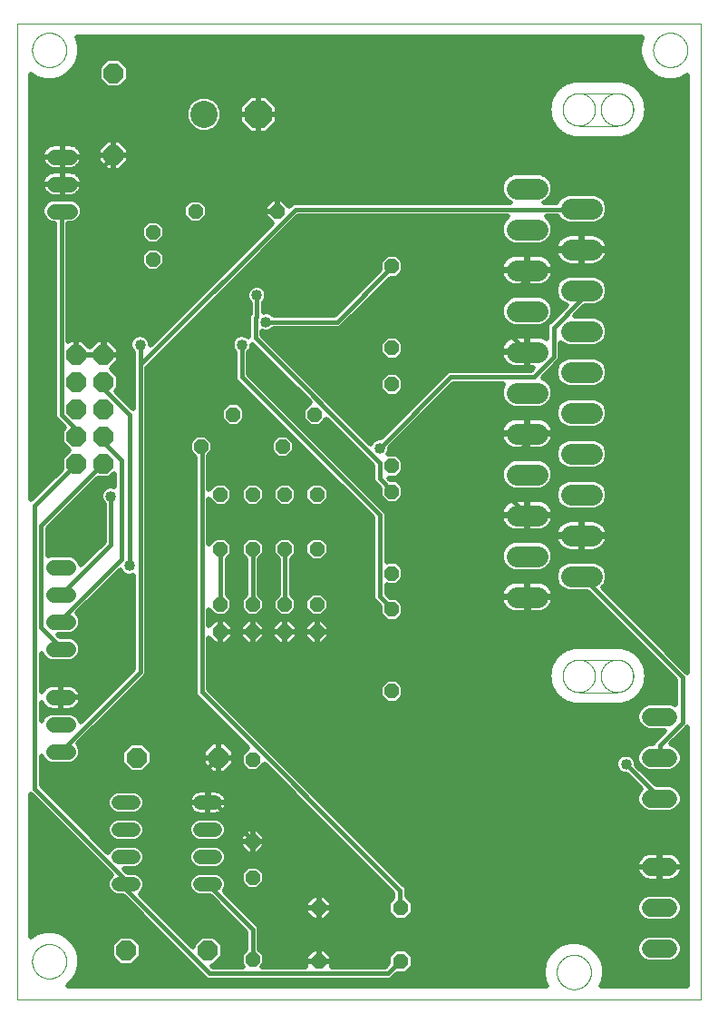
<source format=gbl>
G75*
%MOIN*%
%OFA0B0*%
%FSLAX25Y25*%
%IPPOS*%
%LPD*%
%AMOC8*
5,1,8,0,0,1.08239X$1,22.5*
%
%ADD10C,0.00000*%
%ADD11C,0.05600*%
%ADD12OC8,0.05200*%
%ADD13C,0.00009*%
%ADD14C,0.07800*%
%ADD15C,0.06600*%
%ADD16C,0.05200*%
%ADD17OC8,0.07500*%
%ADD18OC8,0.07400*%
%ADD19C,0.10000*%
%ADD20OC8,0.10000*%
%ADD21OC8,0.05600*%
%ADD22C,0.01500*%
%ADD23C,0.01969*%
%ADD24R,0.04000X0.04000*%
%ADD25C,0.04000*%
%ADD26C,0.01600*%
D10*
X0001984Y0003677D02*
X0001984Y0361945D01*
X0253402Y0361945D01*
X0253402Y0003677D01*
X0001984Y0003677D01*
X0007496Y0017732D02*
X0007498Y0017890D01*
X0007504Y0018048D01*
X0007514Y0018206D01*
X0007528Y0018364D01*
X0007546Y0018521D01*
X0007567Y0018678D01*
X0007593Y0018834D01*
X0007623Y0018990D01*
X0007656Y0019145D01*
X0007694Y0019298D01*
X0007735Y0019451D01*
X0007780Y0019603D01*
X0007829Y0019754D01*
X0007882Y0019903D01*
X0007938Y0020051D01*
X0007998Y0020197D01*
X0008062Y0020342D01*
X0008130Y0020485D01*
X0008201Y0020627D01*
X0008275Y0020767D01*
X0008353Y0020904D01*
X0008435Y0021040D01*
X0008519Y0021174D01*
X0008608Y0021305D01*
X0008699Y0021434D01*
X0008794Y0021561D01*
X0008891Y0021686D01*
X0008992Y0021808D01*
X0009096Y0021927D01*
X0009203Y0022044D01*
X0009313Y0022158D01*
X0009426Y0022269D01*
X0009541Y0022378D01*
X0009659Y0022483D01*
X0009780Y0022585D01*
X0009903Y0022685D01*
X0010029Y0022781D01*
X0010157Y0022874D01*
X0010287Y0022964D01*
X0010420Y0023050D01*
X0010555Y0023134D01*
X0010691Y0023213D01*
X0010830Y0023290D01*
X0010971Y0023362D01*
X0011113Y0023432D01*
X0011257Y0023497D01*
X0011403Y0023559D01*
X0011550Y0023617D01*
X0011699Y0023672D01*
X0011849Y0023723D01*
X0012000Y0023770D01*
X0012152Y0023813D01*
X0012305Y0023852D01*
X0012460Y0023888D01*
X0012615Y0023919D01*
X0012771Y0023947D01*
X0012927Y0023971D01*
X0013084Y0023991D01*
X0013242Y0024007D01*
X0013399Y0024019D01*
X0013558Y0024027D01*
X0013716Y0024031D01*
X0013874Y0024031D01*
X0014032Y0024027D01*
X0014191Y0024019D01*
X0014348Y0024007D01*
X0014506Y0023991D01*
X0014663Y0023971D01*
X0014819Y0023947D01*
X0014975Y0023919D01*
X0015130Y0023888D01*
X0015285Y0023852D01*
X0015438Y0023813D01*
X0015590Y0023770D01*
X0015741Y0023723D01*
X0015891Y0023672D01*
X0016040Y0023617D01*
X0016187Y0023559D01*
X0016333Y0023497D01*
X0016477Y0023432D01*
X0016619Y0023362D01*
X0016760Y0023290D01*
X0016899Y0023213D01*
X0017035Y0023134D01*
X0017170Y0023050D01*
X0017303Y0022964D01*
X0017433Y0022874D01*
X0017561Y0022781D01*
X0017687Y0022685D01*
X0017810Y0022585D01*
X0017931Y0022483D01*
X0018049Y0022378D01*
X0018164Y0022269D01*
X0018277Y0022158D01*
X0018387Y0022044D01*
X0018494Y0021927D01*
X0018598Y0021808D01*
X0018699Y0021686D01*
X0018796Y0021561D01*
X0018891Y0021434D01*
X0018982Y0021305D01*
X0019071Y0021174D01*
X0019155Y0021040D01*
X0019237Y0020904D01*
X0019315Y0020767D01*
X0019389Y0020627D01*
X0019460Y0020485D01*
X0019528Y0020342D01*
X0019592Y0020197D01*
X0019652Y0020051D01*
X0019708Y0019903D01*
X0019761Y0019754D01*
X0019810Y0019603D01*
X0019855Y0019451D01*
X0019896Y0019298D01*
X0019934Y0019145D01*
X0019967Y0018990D01*
X0019997Y0018834D01*
X0020023Y0018678D01*
X0020044Y0018521D01*
X0020062Y0018364D01*
X0020076Y0018206D01*
X0020086Y0018048D01*
X0020092Y0017890D01*
X0020094Y0017732D01*
X0020092Y0017574D01*
X0020086Y0017416D01*
X0020076Y0017258D01*
X0020062Y0017100D01*
X0020044Y0016943D01*
X0020023Y0016786D01*
X0019997Y0016630D01*
X0019967Y0016474D01*
X0019934Y0016319D01*
X0019896Y0016166D01*
X0019855Y0016013D01*
X0019810Y0015861D01*
X0019761Y0015710D01*
X0019708Y0015561D01*
X0019652Y0015413D01*
X0019592Y0015267D01*
X0019528Y0015122D01*
X0019460Y0014979D01*
X0019389Y0014837D01*
X0019315Y0014697D01*
X0019237Y0014560D01*
X0019155Y0014424D01*
X0019071Y0014290D01*
X0018982Y0014159D01*
X0018891Y0014030D01*
X0018796Y0013903D01*
X0018699Y0013778D01*
X0018598Y0013656D01*
X0018494Y0013537D01*
X0018387Y0013420D01*
X0018277Y0013306D01*
X0018164Y0013195D01*
X0018049Y0013086D01*
X0017931Y0012981D01*
X0017810Y0012879D01*
X0017687Y0012779D01*
X0017561Y0012683D01*
X0017433Y0012590D01*
X0017303Y0012500D01*
X0017170Y0012414D01*
X0017035Y0012330D01*
X0016899Y0012251D01*
X0016760Y0012174D01*
X0016619Y0012102D01*
X0016477Y0012032D01*
X0016333Y0011967D01*
X0016187Y0011905D01*
X0016040Y0011847D01*
X0015891Y0011792D01*
X0015741Y0011741D01*
X0015590Y0011694D01*
X0015438Y0011651D01*
X0015285Y0011612D01*
X0015130Y0011576D01*
X0014975Y0011545D01*
X0014819Y0011517D01*
X0014663Y0011493D01*
X0014506Y0011473D01*
X0014348Y0011457D01*
X0014191Y0011445D01*
X0014032Y0011437D01*
X0013874Y0011433D01*
X0013716Y0011433D01*
X0013558Y0011437D01*
X0013399Y0011445D01*
X0013242Y0011457D01*
X0013084Y0011473D01*
X0012927Y0011493D01*
X0012771Y0011517D01*
X0012615Y0011545D01*
X0012460Y0011576D01*
X0012305Y0011612D01*
X0012152Y0011651D01*
X0012000Y0011694D01*
X0011849Y0011741D01*
X0011699Y0011792D01*
X0011550Y0011847D01*
X0011403Y0011905D01*
X0011257Y0011967D01*
X0011113Y0012032D01*
X0010971Y0012102D01*
X0010830Y0012174D01*
X0010691Y0012251D01*
X0010555Y0012330D01*
X0010420Y0012414D01*
X0010287Y0012500D01*
X0010157Y0012590D01*
X0010029Y0012683D01*
X0009903Y0012779D01*
X0009780Y0012879D01*
X0009659Y0012981D01*
X0009541Y0013086D01*
X0009426Y0013195D01*
X0009313Y0013306D01*
X0009203Y0013420D01*
X0009096Y0013537D01*
X0008992Y0013656D01*
X0008891Y0013778D01*
X0008794Y0013903D01*
X0008699Y0014030D01*
X0008608Y0014159D01*
X0008519Y0014290D01*
X0008435Y0014424D01*
X0008353Y0014560D01*
X0008275Y0014697D01*
X0008201Y0014837D01*
X0008130Y0014979D01*
X0008062Y0015122D01*
X0007998Y0015267D01*
X0007938Y0015413D01*
X0007882Y0015561D01*
X0007829Y0015710D01*
X0007780Y0015861D01*
X0007735Y0016013D01*
X0007694Y0016166D01*
X0007656Y0016319D01*
X0007623Y0016474D01*
X0007593Y0016630D01*
X0007567Y0016786D01*
X0007546Y0016943D01*
X0007528Y0017100D01*
X0007514Y0017258D01*
X0007504Y0017416D01*
X0007498Y0017574D01*
X0007496Y0017732D01*
X0200410Y0013795D02*
X0200412Y0013953D01*
X0200418Y0014111D01*
X0200428Y0014269D01*
X0200442Y0014427D01*
X0200460Y0014584D01*
X0200481Y0014741D01*
X0200507Y0014897D01*
X0200537Y0015053D01*
X0200570Y0015208D01*
X0200608Y0015361D01*
X0200649Y0015514D01*
X0200694Y0015666D01*
X0200743Y0015817D01*
X0200796Y0015966D01*
X0200852Y0016114D01*
X0200912Y0016260D01*
X0200976Y0016405D01*
X0201044Y0016548D01*
X0201115Y0016690D01*
X0201189Y0016830D01*
X0201267Y0016967D01*
X0201349Y0017103D01*
X0201433Y0017237D01*
X0201522Y0017368D01*
X0201613Y0017497D01*
X0201708Y0017624D01*
X0201805Y0017749D01*
X0201906Y0017871D01*
X0202010Y0017990D01*
X0202117Y0018107D01*
X0202227Y0018221D01*
X0202340Y0018332D01*
X0202455Y0018441D01*
X0202573Y0018546D01*
X0202694Y0018648D01*
X0202817Y0018748D01*
X0202943Y0018844D01*
X0203071Y0018937D01*
X0203201Y0019027D01*
X0203334Y0019113D01*
X0203469Y0019197D01*
X0203605Y0019276D01*
X0203744Y0019353D01*
X0203885Y0019425D01*
X0204027Y0019495D01*
X0204171Y0019560D01*
X0204317Y0019622D01*
X0204464Y0019680D01*
X0204613Y0019735D01*
X0204763Y0019786D01*
X0204914Y0019833D01*
X0205066Y0019876D01*
X0205219Y0019915D01*
X0205374Y0019951D01*
X0205529Y0019982D01*
X0205685Y0020010D01*
X0205841Y0020034D01*
X0205998Y0020054D01*
X0206156Y0020070D01*
X0206313Y0020082D01*
X0206472Y0020090D01*
X0206630Y0020094D01*
X0206788Y0020094D01*
X0206946Y0020090D01*
X0207105Y0020082D01*
X0207262Y0020070D01*
X0207420Y0020054D01*
X0207577Y0020034D01*
X0207733Y0020010D01*
X0207889Y0019982D01*
X0208044Y0019951D01*
X0208199Y0019915D01*
X0208352Y0019876D01*
X0208504Y0019833D01*
X0208655Y0019786D01*
X0208805Y0019735D01*
X0208954Y0019680D01*
X0209101Y0019622D01*
X0209247Y0019560D01*
X0209391Y0019495D01*
X0209533Y0019425D01*
X0209674Y0019353D01*
X0209813Y0019276D01*
X0209949Y0019197D01*
X0210084Y0019113D01*
X0210217Y0019027D01*
X0210347Y0018937D01*
X0210475Y0018844D01*
X0210601Y0018748D01*
X0210724Y0018648D01*
X0210845Y0018546D01*
X0210963Y0018441D01*
X0211078Y0018332D01*
X0211191Y0018221D01*
X0211301Y0018107D01*
X0211408Y0017990D01*
X0211512Y0017871D01*
X0211613Y0017749D01*
X0211710Y0017624D01*
X0211805Y0017497D01*
X0211896Y0017368D01*
X0211985Y0017237D01*
X0212069Y0017103D01*
X0212151Y0016967D01*
X0212229Y0016830D01*
X0212303Y0016690D01*
X0212374Y0016548D01*
X0212442Y0016405D01*
X0212506Y0016260D01*
X0212566Y0016114D01*
X0212622Y0015966D01*
X0212675Y0015817D01*
X0212724Y0015666D01*
X0212769Y0015514D01*
X0212810Y0015361D01*
X0212848Y0015208D01*
X0212881Y0015053D01*
X0212911Y0014897D01*
X0212937Y0014741D01*
X0212958Y0014584D01*
X0212976Y0014427D01*
X0212990Y0014269D01*
X0213000Y0014111D01*
X0213006Y0013953D01*
X0213008Y0013795D01*
X0213006Y0013637D01*
X0213000Y0013479D01*
X0212990Y0013321D01*
X0212976Y0013163D01*
X0212958Y0013006D01*
X0212937Y0012849D01*
X0212911Y0012693D01*
X0212881Y0012537D01*
X0212848Y0012382D01*
X0212810Y0012229D01*
X0212769Y0012076D01*
X0212724Y0011924D01*
X0212675Y0011773D01*
X0212622Y0011624D01*
X0212566Y0011476D01*
X0212506Y0011330D01*
X0212442Y0011185D01*
X0212374Y0011042D01*
X0212303Y0010900D01*
X0212229Y0010760D01*
X0212151Y0010623D01*
X0212069Y0010487D01*
X0211985Y0010353D01*
X0211896Y0010222D01*
X0211805Y0010093D01*
X0211710Y0009966D01*
X0211613Y0009841D01*
X0211512Y0009719D01*
X0211408Y0009600D01*
X0211301Y0009483D01*
X0211191Y0009369D01*
X0211078Y0009258D01*
X0210963Y0009149D01*
X0210845Y0009044D01*
X0210724Y0008942D01*
X0210601Y0008842D01*
X0210475Y0008746D01*
X0210347Y0008653D01*
X0210217Y0008563D01*
X0210084Y0008477D01*
X0209949Y0008393D01*
X0209813Y0008314D01*
X0209674Y0008237D01*
X0209533Y0008165D01*
X0209391Y0008095D01*
X0209247Y0008030D01*
X0209101Y0007968D01*
X0208954Y0007910D01*
X0208805Y0007855D01*
X0208655Y0007804D01*
X0208504Y0007757D01*
X0208352Y0007714D01*
X0208199Y0007675D01*
X0208044Y0007639D01*
X0207889Y0007608D01*
X0207733Y0007580D01*
X0207577Y0007556D01*
X0207420Y0007536D01*
X0207262Y0007520D01*
X0207105Y0007508D01*
X0206946Y0007500D01*
X0206788Y0007496D01*
X0206630Y0007496D01*
X0206472Y0007500D01*
X0206313Y0007508D01*
X0206156Y0007520D01*
X0205998Y0007536D01*
X0205841Y0007556D01*
X0205685Y0007580D01*
X0205529Y0007608D01*
X0205374Y0007639D01*
X0205219Y0007675D01*
X0205066Y0007714D01*
X0204914Y0007757D01*
X0204763Y0007804D01*
X0204613Y0007855D01*
X0204464Y0007910D01*
X0204317Y0007968D01*
X0204171Y0008030D01*
X0204027Y0008095D01*
X0203885Y0008165D01*
X0203744Y0008237D01*
X0203605Y0008314D01*
X0203469Y0008393D01*
X0203334Y0008477D01*
X0203201Y0008563D01*
X0203071Y0008653D01*
X0202943Y0008746D01*
X0202817Y0008842D01*
X0202694Y0008942D01*
X0202573Y0009044D01*
X0202455Y0009149D01*
X0202340Y0009258D01*
X0202227Y0009369D01*
X0202117Y0009483D01*
X0202010Y0009600D01*
X0201906Y0009719D01*
X0201805Y0009841D01*
X0201708Y0009966D01*
X0201613Y0010093D01*
X0201522Y0010222D01*
X0201433Y0010353D01*
X0201349Y0010487D01*
X0201267Y0010623D01*
X0201189Y0010760D01*
X0201115Y0010900D01*
X0201044Y0011042D01*
X0200976Y0011185D01*
X0200912Y0011330D01*
X0200852Y0011476D01*
X0200796Y0011624D01*
X0200743Y0011773D01*
X0200694Y0011924D01*
X0200649Y0012076D01*
X0200608Y0012229D01*
X0200570Y0012382D01*
X0200537Y0012537D01*
X0200507Y0012693D01*
X0200481Y0012849D01*
X0200460Y0013006D01*
X0200442Y0013163D01*
X0200428Y0013321D01*
X0200418Y0013479D01*
X0200412Y0013637D01*
X0200410Y0013795D01*
X0202593Y0122551D02*
X0202595Y0122705D01*
X0202601Y0122859D01*
X0202611Y0123012D01*
X0202625Y0123165D01*
X0202643Y0123318D01*
X0202664Y0123470D01*
X0202690Y0123622D01*
X0202720Y0123773D01*
X0202753Y0123923D01*
X0202791Y0124072D01*
X0202832Y0124221D01*
X0202877Y0124368D01*
X0202926Y0124514D01*
X0202979Y0124658D01*
X0203035Y0124801D01*
X0203095Y0124943D01*
X0203159Y0125083D01*
X0203226Y0125221D01*
X0203297Y0125358D01*
X0203371Y0125493D01*
X0203449Y0125625D01*
X0203530Y0125756D01*
X0203615Y0125885D01*
X0203702Y0126011D01*
X0203793Y0126135D01*
X0203888Y0126256D01*
X0203985Y0126376D01*
X0204085Y0126492D01*
X0204189Y0126606D01*
X0204295Y0126717D01*
X0204404Y0126826D01*
X0204516Y0126931D01*
X0204631Y0127034D01*
X0204748Y0127134D01*
X0204868Y0127230D01*
X0204990Y0127324D01*
X0205114Y0127414D01*
X0205241Y0127501D01*
X0205370Y0127585D01*
X0205502Y0127665D01*
X0205635Y0127742D01*
X0205770Y0127815D01*
X0205907Y0127885D01*
X0206046Y0127952D01*
X0206186Y0128014D01*
X0206328Y0128073D01*
X0206472Y0128129D01*
X0206617Y0128181D01*
X0206763Y0128228D01*
X0206910Y0128273D01*
X0207059Y0128313D01*
X0207208Y0128349D01*
X0207359Y0128382D01*
X0207510Y0128411D01*
X0207662Y0128435D01*
X0207814Y0128456D01*
X0207967Y0128473D01*
X0208120Y0128486D01*
X0208274Y0128495D01*
X0208428Y0128500D01*
X0208581Y0128501D01*
X0208735Y0128498D01*
X0208889Y0128491D01*
X0209042Y0128480D01*
X0209196Y0128465D01*
X0209348Y0128446D01*
X0209500Y0128423D01*
X0209652Y0128397D01*
X0209803Y0128366D01*
X0209953Y0128332D01*
X0210102Y0128293D01*
X0210249Y0128251D01*
X0210396Y0128205D01*
X0210542Y0128155D01*
X0210686Y0128102D01*
X0210829Y0128044D01*
X0210970Y0127983D01*
X0211110Y0127919D01*
X0211248Y0127851D01*
X0211384Y0127779D01*
X0211518Y0127704D01*
X0211650Y0127625D01*
X0211780Y0127543D01*
X0211908Y0127458D01*
X0212034Y0127369D01*
X0212157Y0127277D01*
X0212278Y0127182D01*
X0212397Y0127084D01*
X0212513Y0126983D01*
X0212626Y0126879D01*
X0212737Y0126772D01*
X0212844Y0126662D01*
X0212949Y0126549D01*
X0213051Y0126434D01*
X0213150Y0126316D01*
X0213246Y0126196D01*
X0213339Y0126073D01*
X0213428Y0125948D01*
X0213514Y0125821D01*
X0213597Y0125691D01*
X0213677Y0125559D01*
X0213753Y0125426D01*
X0213825Y0125290D01*
X0213894Y0125152D01*
X0213960Y0125013D01*
X0214022Y0124872D01*
X0214080Y0124730D01*
X0214134Y0124586D01*
X0214185Y0124441D01*
X0214232Y0124294D01*
X0214275Y0124147D01*
X0214314Y0123998D01*
X0214350Y0123848D01*
X0214381Y0123698D01*
X0214409Y0123546D01*
X0214433Y0123394D01*
X0214453Y0123242D01*
X0214469Y0123089D01*
X0214481Y0122935D01*
X0214489Y0122782D01*
X0214493Y0122628D01*
X0214493Y0122474D01*
X0214489Y0122320D01*
X0214481Y0122167D01*
X0214469Y0122013D01*
X0214453Y0121860D01*
X0214433Y0121708D01*
X0214409Y0121556D01*
X0214381Y0121404D01*
X0214350Y0121254D01*
X0214314Y0121104D01*
X0214275Y0120955D01*
X0214232Y0120808D01*
X0214185Y0120661D01*
X0214134Y0120516D01*
X0214080Y0120372D01*
X0214022Y0120230D01*
X0213960Y0120089D01*
X0213894Y0119950D01*
X0213825Y0119812D01*
X0213753Y0119676D01*
X0213677Y0119543D01*
X0213597Y0119411D01*
X0213514Y0119281D01*
X0213428Y0119154D01*
X0213339Y0119029D01*
X0213246Y0118906D01*
X0213150Y0118786D01*
X0213051Y0118668D01*
X0212949Y0118553D01*
X0212844Y0118440D01*
X0212737Y0118330D01*
X0212626Y0118223D01*
X0212513Y0118119D01*
X0212397Y0118018D01*
X0212278Y0117920D01*
X0212157Y0117825D01*
X0212034Y0117733D01*
X0211908Y0117644D01*
X0211780Y0117559D01*
X0211650Y0117477D01*
X0211518Y0117398D01*
X0211384Y0117323D01*
X0211248Y0117251D01*
X0211110Y0117183D01*
X0210970Y0117119D01*
X0210829Y0117058D01*
X0210686Y0117000D01*
X0210542Y0116947D01*
X0210396Y0116897D01*
X0210249Y0116851D01*
X0210102Y0116809D01*
X0209953Y0116770D01*
X0209803Y0116736D01*
X0209652Y0116705D01*
X0209500Y0116679D01*
X0209348Y0116656D01*
X0209196Y0116637D01*
X0209042Y0116622D01*
X0208889Y0116611D01*
X0208735Y0116604D01*
X0208581Y0116601D01*
X0208428Y0116602D01*
X0208274Y0116607D01*
X0208120Y0116616D01*
X0207967Y0116629D01*
X0207814Y0116646D01*
X0207662Y0116667D01*
X0207510Y0116691D01*
X0207359Y0116720D01*
X0207208Y0116753D01*
X0207059Y0116789D01*
X0206910Y0116829D01*
X0206763Y0116874D01*
X0206617Y0116921D01*
X0206472Y0116973D01*
X0206328Y0117029D01*
X0206186Y0117088D01*
X0206046Y0117150D01*
X0205907Y0117217D01*
X0205770Y0117287D01*
X0205635Y0117360D01*
X0205502Y0117437D01*
X0205370Y0117517D01*
X0205241Y0117601D01*
X0205114Y0117688D01*
X0204990Y0117778D01*
X0204868Y0117872D01*
X0204748Y0117968D01*
X0204631Y0118068D01*
X0204516Y0118171D01*
X0204404Y0118276D01*
X0204295Y0118385D01*
X0204189Y0118496D01*
X0204085Y0118610D01*
X0203985Y0118726D01*
X0203888Y0118846D01*
X0203793Y0118967D01*
X0203702Y0119091D01*
X0203615Y0119217D01*
X0203530Y0119346D01*
X0203449Y0119477D01*
X0203371Y0119609D01*
X0203297Y0119744D01*
X0203226Y0119881D01*
X0203159Y0120019D01*
X0203095Y0120159D01*
X0203035Y0120301D01*
X0202979Y0120444D01*
X0202926Y0120588D01*
X0202877Y0120734D01*
X0202832Y0120881D01*
X0202791Y0121030D01*
X0202753Y0121179D01*
X0202720Y0121329D01*
X0202690Y0121480D01*
X0202664Y0121632D01*
X0202643Y0121784D01*
X0202625Y0121937D01*
X0202611Y0122090D01*
X0202601Y0122243D01*
X0202595Y0122397D01*
X0202593Y0122551D01*
X0208543Y0128551D02*
X0208390Y0128549D01*
X0208237Y0128543D01*
X0208084Y0128533D01*
X0207931Y0128520D01*
X0207779Y0128502D01*
X0207627Y0128481D01*
X0207476Y0128455D01*
X0207326Y0128426D01*
X0207176Y0128393D01*
X0207027Y0128356D01*
X0206879Y0128316D01*
X0206733Y0128271D01*
X0206587Y0128223D01*
X0206443Y0128171D01*
X0206300Y0128116D01*
X0206159Y0128057D01*
X0206019Y0127994D01*
X0205881Y0127928D01*
X0205744Y0127858D01*
X0205610Y0127785D01*
X0205477Y0127708D01*
X0205346Y0127628D01*
X0205218Y0127545D01*
X0205091Y0127459D01*
X0204967Y0127369D01*
X0204845Y0127276D01*
X0204726Y0127180D01*
X0204609Y0127081D01*
X0204494Y0126979D01*
X0204382Y0126874D01*
X0204273Y0126766D01*
X0204167Y0126656D01*
X0204064Y0126543D01*
X0203963Y0126427D01*
X0203866Y0126309D01*
X0203771Y0126188D01*
X0203680Y0126065D01*
X0203592Y0125940D01*
X0203507Y0125812D01*
X0203425Y0125683D01*
X0203347Y0125551D01*
X0203272Y0125417D01*
X0203200Y0125282D01*
X0203132Y0125144D01*
X0203068Y0125005D01*
X0203007Y0124865D01*
X0202950Y0124723D01*
X0202896Y0124579D01*
X0202846Y0124434D01*
X0202800Y0124288D01*
X0202757Y0124141D01*
X0202719Y0123993D01*
X0202684Y0123843D01*
X0202653Y0123693D01*
X0202625Y0123543D01*
X0202602Y0123391D01*
X0202583Y0123239D01*
X0202567Y0123087D01*
X0202555Y0122934D01*
X0202547Y0122781D01*
X0202543Y0122628D01*
X0202543Y0122474D01*
X0202547Y0122321D01*
X0202555Y0122168D01*
X0202567Y0122015D01*
X0202583Y0121863D01*
X0202602Y0121711D01*
X0202625Y0121559D01*
X0202653Y0121409D01*
X0202684Y0121259D01*
X0202719Y0121109D01*
X0202757Y0120961D01*
X0202800Y0120814D01*
X0202846Y0120668D01*
X0202896Y0120523D01*
X0202950Y0120379D01*
X0203007Y0120237D01*
X0203068Y0120097D01*
X0203132Y0119958D01*
X0203200Y0119820D01*
X0203272Y0119685D01*
X0203347Y0119551D01*
X0203425Y0119419D01*
X0203507Y0119290D01*
X0203592Y0119162D01*
X0203680Y0119037D01*
X0203771Y0118914D01*
X0203866Y0118793D01*
X0203963Y0118675D01*
X0204064Y0118559D01*
X0204167Y0118446D01*
X0204273Y0118336D01*
X0204382Y0118228D01*
X0204494Y0118123D01*
X0204609Y0118021D01*
X0204726Y0117922D01*
X0204845Y0117826D01*
X0204967Y0117733D01*
X0205091Y0117643D01*
X0205218Y0117557D01*
X0205346Y0117474D01*
X0205477Y0117394D01*
X0205610Y0117317D01*
X0205744Y0117244D01*
X0205881Y0117174D01*
X0206019Y0117108D01*
X0206159Y0117045D01*
X0206300Y0116986D01*
X0206443Y0116931D01*
X0206587Y0116879D01*
X0206733Y0116831D01*
X0206879Y0116786D01*
X0207027Y0116746D01*
X0207176Y0116709D01*
X0207326Y0116676D01*
X0207476Y0116647D01*
X0207627Y0116621D01*
X0207779Y0116600D01*
X0207931Y0116582D01*
X0208084Y0116569D01*
X0208237Y0116559D01*
X0208390Y0116553D01*
X0208543Y0116551D01*
X0216593Y0122551D02*
X0216595Y0122705D01*
X0216601Y0122859D01*
X0216611Y0123012D01*
X0216625Y0123165D01*
X0216643Y0123318D01*
X0216664Y0123470D01*
X0216690Y0123622D01*
X0216720Y0123773D01*
X0216753Y0123923D01*
X0216791Y0124072D01*
X0216832Y0124221D01*
X0216877Y0124368D01*
X0216926Y0124514D01*
X0216979Y0124658D01*
X0217035Y0124801D01*
X0217095Y0124943D01*
X0217159Y0125083D01*
X0217226Y0125221D01*
X0217297Y0125358D01*
X0217371Y0125493D01*
X0217449Y0125625D01*
X0217530Y0125756D01*
X0217615Y0125885D01*
X0217702Y0126011D01*
X0217793Y0126135D01*
X0217888Y0126256D01*
X0217985Y0126376D01*
X0218085Y0126492D01*
X0218189Y0126606D01*
X0218295Y0126717D01*
X0218404Y0126826D01*
X0218516Y0126931D01*
X0218631Y0127034D01*
X0218748Y0127134D01*
X0218868Y0127230D01*
X0218990Y0127324D01*
X0219114Y0127414D01*
X0219241Y0127501D01*
X0219370Y0127585D01*
X0219502Y0127665D01*
X0219635Y0127742D01*
X0219770Y0127815D01*
X0219907Y0127885D01*
X0220046Y0127952D01*
X0220186Y0128014D01*
X0220328Y0128073D01*
X0220472Y0128129D01*
X0220617Y0128181D01*
X0220763Y0128228D01*
X0220910Y0128273D01*
X0221059Y0128313D01*
X0221208Y0128349D01*
X0221359Y0128382D01*
X0221510Y0128411D01*
X0221662Y0128435D01*
X0221814Y0128456D01*
X0221967Y0128473D01*
X0222120Y0128486D01*
X0222274Y0128495D01*
X0222428Y0128500D01*
X0222581Y0128501D01*
X0222735Y0128498D01*
X0222889Y0128491D01*
X0223042Y0128480D01*
X0223196Y0128465D01*
X0223348Y0128446D01*
X0223500Y0128423D01*
X0223652Y0128397D01*
X0223803Y0128366D01*
X0223953Y0128332D01*
X0224102Y0128293D01*
X0224249Y0128251D01*
X0224396Y0128205D01*
X0224542Y0128155D01*
X0224686Y0128102D01*
X0224829Y0128044D01*
X0224970Y0127983D01*
X0225110Y0127919D01*
X0225248Y0127851D01*
X0225384Y0127779D01*
X0225518Y0127704D01*
X0225650Y0127625D01*
X0225780Y0127543D01*
X0225908Y0127458D01*
X0226034Y0127369D01*
X0226157Y0127277D01*
X0226278Y0127182D01*
X0226397Y0127084D01*
X0226513Y0126983D01*
X0226626Y0126879D01*
X0226737Y0126772D01*
X0226844Y0126662D01*
X0226949Y0126549D01*
X0227051Y0126434D01*
X0227150Y0126316D01*
X0227246Y0126196D01*
X0227339Y0126073D01*
X0227428Y0125948D01*
X0227514Y0125821D01*
X0227597Y0125691D01*
X0227677Y0125559D01*
X0227753Y0125426D01*
X0227825Y0125290D01*
X0227894Y0125152D01*
X0227960Y0125013D01*
X0228022Y0124872D01*
X0228080Y0124730D01*
X0228134Y0124586D01*
X0228185Y0124441D01*
X0228232Y0124294D01*
X0228275Y0124147D01*
X0228314Y0123998D01*
X0228350Y0123848D01*
X0228381Y0123698D01*
X0228409Y0123546D01*
X0228433Y0123394D01*
X0228453Y0123242D01*
X0228469Y0123089D01*
X0228481Y0122935D01*
X0228489Y0122782D01*
X0228493Y0122628D01*
X0228493Y0122474D01*
X0228489Y0122320D01*
X0228481Y0122167D01*
X0228469Y0122013D01*
X0228453Y0121860D01*
X0228433Y0121708D01*
X0228409Y0121556D01*
X0228381Y0121404D01*
X0228350Y0121254D01*
X0228314Y0121104D01*
X0228275Y0120955D01*
X0228232Y0120808D01*
X0228185Y0120661D01*
X0228134Y0120516D01*
X0228080Y0120372D01*
X0228022Y0120230D01*
X0227960Y0120089D01*
X0227894Y0119950D01*
X0227825Y0119812D01*
X0227753Y0119676D01*
X0227677Y0119543D01*
X0227597Y0119411D01*
X0227514Y0119281D01*
X0227428Y0119154D01*
X0227339Y0119029D01*
X0227246Y0118906D01*
X0227150Y0118786D01*
X0227051Y0118668D01*
X0226949Y0118553D01*
X0226844Y0118440D01*
X0226737Y0118330D01*
X0226626Y0118223D01*
X0226513Y0118119D01*
X0226397Y0118018D01*
X0226278Y0117920D01*
X0226157Y0117825D01*
X0226034Y0117733D01*
X0225908Y0117644D01*
X0225780Y0117559D01*
X0225650Y0117477D01*
X0225518Y0117398D01*
X0225384Y0117323D01*
X0225248Y0117251D01*
X0225110Y0117183D01*
X0224970Y0117119D01*
X0224829Y0117058D01*
X0224686Y0117000D01*
X0224542Y0116947D01*
X0224396Y0116897D01*
X0224249Y0116851D01*
X0224102Y0116809D01*
X0223953Y0116770D01*
X0223803Y0116736D01*
X0223652Y0116705D01*
X0223500Y0116679D01*
X0223348Y0116656D01*
X0223196Y0116637D01*
X0223042Y0116622D01*
X0222889Y0116611D01*
X0222735Y0116604D01*
X0222581Y0116601D01*
X0222428Y0116602D01*
X0222274Y0116607D01*
X0222120Y0116616D01*
X0221967Y0116629D01*
X0221814Y0116646D01*
X0221662Y0116667D01*
X0221510Y0116691D01*
X0221359Y0116720D01*
X0221208Y0116753D01*
X0221059Y0116789D01*
X0220910Y0116829D01*
X0220763Y0116874D01*
X0220617Y0116921D01*
X0220472Y0116973D01*
X0220328Y0117029D01*
X0220186Y0117088D01*
X0220046Y0117150D01*
X0219907Y0117217D01*
X0219770Y0117287D01*
X0219635Y0117360D01*
X0219502Y0117437D01*
X0219370Y0117517D01*
X0219241Y0117601D01*
X0219114Y0117688D01*
X0218990Y0117778D01*
X0218868Y0117872D01*
X0218748Y0117968D01*
X0218631Y0118068D01*
X0218516Y0118171D01*
X0218404Y0118276D01*
X0218295Y0118385D01*
X0218189Y0118496D01*
X0218085Y0118610D01*
X0217985Y0118726D01*
X0217888Y0118846D01*
X0217793Y0118967D01*
X0217702Y0119091D01*
X0217615Y0119217D01*
X0217530Y0119346D01*
X0217449Y0119477D01*
X0217371Y0119609D01*
X0217297Y0119744D01*
X0217226Y0119881D01*
X0217159Y0120019D01*
X0217095Y0120159D01*
X0217035Y0120301D01*
X0216979Y0120444D01*
X0216926Y0120588D01*
X0216877Y0120734D01*
X0216832Y0120881D01*
X0216791Y0121030D01*
X0216753Y0121179D01*
X0216720Y0121329D01*
X0216690Y0121480D01*
X0216664Y0121632D01*
X0216643Y0121784D01*
X0216625Y0121937D01*
X0216611Y0122090D01*
X0216601Y0122243D01*
X0216595Y0122397D01*
X0216593Y0122551D01*
X0222543Y0116551D02*
X0222696Y0116553D01*
X0222849Y0116559D01*
X0223002Y0116569D01*
X0223155Y0116582D01*
X0223307Y0116600D01*
X0223459Y0116621D01*
X0223610Y0116647D01*
X0223760Y0116676D01*
X0223910Y0116709D01*
X0224059Y0116746D01*
X0224207Y0116786D01*
X0224353Y0116831D01*
X0224499Y0116879D01*
X0224643Y0116931D01*
X0224786Y0116986D01*
X0224927Y0117045D01*
X0225067Y0117108D01*
X0225205Y0117174D01*
X0225342Y0117244D01*
X0225476Y0117317D01*
X0225609Y0117394D01*
X0225740Y0117474D01*
X0225868Y0117557D01*
X0225995Y0117643D01*
X0226119Y0117733D01*
X0226241Y0117826D01*
X0226360Y0117922D01*
X0226477Y0118021D01*
X0226592Y0118123D01*
X0226704Y0118228D01*
X0226813Y0118336D01*
X0226919Y0118446D01*
X0227022Y0118559D01*
X0227123Y0118675D01*
X0227220Y0118793D01*
X0227315Y0118914D01*
X0227406Y0119037D01*
X0227494Y0119162D01*
X0227579Y0119290D01*
X0227661Y0119419D01*
X0227739Y0119551D01*
X0227814Y0119685D01*
X0227886Y0119820D01*
X0227954Y0119958D01*
X0228018Y0120097D01*
X0228079Y0120237D01*
X0228136Y0120379D01*
X0228190Y0120523D01*
X0228240Y0120668D01*
X0228286Y0120814D01*
X0228329Y0120961D01*
X0228367Y0121109D01*
X0228402Y0121259D01*
X0228433Y0121409D01*
X0228461Y0121559D01*
X0228484Y0121711D01*
X0228503Y0121863D01*
X0228519Y0122015D01*
X0228531Y0122168D01*
X0228539Y0122321D01*
X0228543Y0122474D01*
X0228543Y0122628D01*
X0228539Y0122781D01*
X0228531Y0122934D01*
X0228519Y0123087D01*
X0228503Y0123239D01*
X0228484Y0123391D01*
X0228461Y0123543D01*
X0228433Y0123693D01*
X0228402Y0123843D01*
X0228367Y0123993D01*
X0228329Y0124141D01*
X0228286Y0124288D01*
X0228240Y0124434D01*
X0228190Y0124579D01*
X0228136Y0124723D01*
X0228079Y0124865D01*
X0228018Y0125005D01*
X0227954Y0125144D01*
X0227886Y0125282D01*
X0227814Y0125417D01*
X0227739Y0125551D01*
X0227661Y0125683D01*
X0227579Y0125812D01*
X0227494Y0125940D01*
X0227406Y0126065D01*
X0227315Y0126188D01*
X0227220Y0126309D01*
X0227123Y0126427D01*
X0227022Y0126543D01*
X0226919Y0126656D01*
X0226813Y0126766D01*
X0226704Y0126874D01*
X0226592Y0126979D01*
X0226477Y0127081D01*
X0226360Y0127180D01*
X0226241Y0127276D01*
X0226119Y0127369D01*
X0225995Y0127459D01*
X0225868Y0127545D01*
X0225740Y0127628D01*
X0225609Y0127708D01*
X0225476Y0127785D01*
X0225342Y0127858D01*
X0225205Y0127928D01*
X0225067Y0127994D01*
X0224927Y0128057D01*
X0224786Y0128116D01*
X0224643Y0128171D01*
X0224499Y0128223D01*
X0224353Y0128271D01*
X0224207Y0128316D01*
X0224059Y0128356D01*
X0223910Y0128393D01*
X0223760Y0128426D01*
X0223610Y0128455D01*
X0223459Y0128481D01*
X0223307Y0128502D01*
X0223155Y0128520D01*
X0223002Y0128533D01*
X0222849Y0128543D01*
X0222696Y0128549D01*
X0222543Y0128551D01*
X0216593Y0330551D02*
X0216595Y0330705D01*
X0216601Y0330859D01*
X0216611Y0331012D01*
X0216625Y0331165D01*
X0216643Y0331318D01*
X0216664Y0331470D01*
X0216690Y0331622D01*
X0216720Y0331773D01*
X0216753Y0331923D01*
X0216791Y0332072D01*
X0216832Y0332221D01*
X0216877Y0332368D01*
X0216926Y0332514D01*
X0216979Y0332658D01*
X0217035Y0332801D01*
X0217095Y0332943D01*
X0217159Y0333083D01*
X0217226Y0333221D01*
X0217297Y0333358D01*
X0217371Y0333493D01*
X0217449Y0333625D01*
X0217530Y0333756D01*
X0217615Y0333885D01*
X0217702Y0334011D01*
X0217793Y0334135D01*
X0217888Y0334256D01*
X0217985Y0334376D01*
X0218085Y0334492D01*
X0218189Y0334606D01*
X0218295Y0334717D01*
X0218404Y0334826D01*
X0218516Y0334931D01*
X0218631Y0335034D01*
X0218748Y0335134D01*
X0218868Y0335230D01*
X0218990Y0335324D01*
X0219114Y0335414D01*
X0219241Y0335501D01*
X0219370Y0335585D01*
X0219502Y0335665D01*
X0219635Y0335742D01*
X0219770Y0335815D01*
X0219907Y0335885D01*
X0220046Y0335952D01*
X0220186Y0336014D01*
X0220328Y0336073D01*
X0220472Y0336129D01*
X0220617Y0336181D01*
X0220763Y0336228D01*
X0220910Y0336273D01*
X0221059Y0336313D01*
X0221208Y0336349D01*
X0221359Y0336382D01*
X0221510Y0336411D01*
X0221662Y0336435D01*
X0221814Y0336456D01*
X0221967Y0336473D01*
X0222120Y0336486D01*
X0222274Y0336495D01*
X0222428Y0336500D01*
X0222581Y0336501D01*
X0222735Y0336498D01*
X0222889Y0336491D01*
X0223042Y0336480D01*
X0223196Y0336465D01*
X0223348Y0336446D01*
X0223500Y0336423D01*
X0223652Y0336397D01*
X0223803Y0336366D01*
X0223953Y0336332D01*
X0224102Y0336293D01*
X0224249Y0336251D01*
X0224396Y0336205D01*
X0224542Y0336155D01*
X0224686Y0336102D01*
X0224829Y0336044D01*
X0224970Y0335983D01*
X0225110Y0335919D01*
X0225248Y0335851D01*
X0225384Y0335779D01*
X0225518Y0335704D01*
X0225650Y0335625D01*
X0225780Y0335543D01*
X0225908Y0335458D01*
X0226034Y0335369D01*
X0226157Y0335277D01*
X0226278Y0335182D01*
X0226397Y0335084D01*
X0226513Y0334983D01*
X0226626Y0334879D01*
X0226737Y0334772D01*
X0226844Y0334662D01*
X0226949Y0334549D01*
X0227051Y0334434D01*
X0227150Y0334316D01*
X0227246Y0334196D01*
X0227339Y0334073D01*
X0227428Y0333948D01*
X0227514Y0333821D01*
X0227597Y0333691D01*
X0227677Y0333559D01*
X0227753Y0333426D01*
X0227825Y0333290D01*
X0227894Y0333152D01*
X0227960Y0333013D01*
X0228022Y0332872D01*
X0228080Y0332730D01*
X0228134Y0332586D01*
X0228185Y0332441D01*
X0228232Y0332294D01*
X0228275Y0332147D01*
X0228314Y0331998D01*
X0228350Y0331848D01*
X0228381Y0331698D01*
X0228409Y0331546D01*
X0228433Y0331394D01*
X0228453Y0331242D01*
X0228469Y0331089D01*
X0228481Y0330935D01*
X0228489Y0330782D01*
X0228493Y0330628D01*
X0228493Y0330474D01*
X0228489Y0330320D01*
X0228481Y0330167D01*
X0228469Y0330013D01*
X0228453Y0329860D01*
X0228433Y0329708D01*
X0228409Y0329556D01*
X0228381Y0329404D01*
X0228350Y0329254D01*
X0228314Y0329104D01*
X0228275Y0328955D01*
X0228232Y0328808D01*
X0228185Y0328661D01*
X0228134Y0328516D01*
X0228080Y0328372D01*
X0228022Y0328230D01*
X0227960Y0328089D01*
X0227894Y0327950D01*
X0227825Y0327812D01*
X0227753Y0327676D01*
X0227677Y0327543D01*
X0227597Y0327411D01*
X0227514Y0327281D01*
X0227428Y0327154D01*
X0227339Y0327029D01*
X0227246Y0326906D01*
X0227150Y0326786D01*
X0227051Y0326668D01*
X0226949Y0326553D01*
X0226844Y0326440D01*
X0226737Y0326330D01*
X0226626Y0326223D01*
X0226513Y0326119D01*
X0226397Y0326018D01*
X0226278Y0325920D01*
X0226157Y0325825D01*
X0226034Y0325733D01*
X0225908Y0325644D01*
X0225780Y0325559D01*
X0225650Y0325477D01*
X0225518Y0325398D01*
X0225384Y0325323D01*
X0225248Y0325251D01*
X0225110Y0325183D01*
X0224970Y0325119D01*
X0224829Y0325058D01*
X0224686Y0325000D01*
X0224542Y0324947D01*
X0224396Y0324897D01*
X0224249Y0324851D01*
X0224102Y0324809D01*
X0223953Y0324770D01*
X0223803Y0324736D01*
X0223652Y0324705D01*
X0223500Y0324679D01*
X0223348Y0324656D01*
X0223196Y0324637D01*
X0223042Y0324622D01*
X0222889Y0324611D01*
X0222735Y0324604D01*
X0222581Y0324601D01*
X0222428Y0324602D01*
X0222274Y0324607D01*
X0222120Y0324616D01*
X0221967Y0324629D01*
X0221814Y0324646D01*
X0221662Y0324667D01*
X0221510Y0324691D01*
X0221359Y0324720D01*
X0221208Y0324753D01*
X0221059Y0324789D01*
X0220910Y0324829D01*
X0220763Y0324874D01*
X0220617Y0324921D01*
X0220472Y0324973D01*
X0220328Y0325029D01*
X0220186Y0325088D01*
X0220046Y0325150D01*
X0219907Y0325217D01*
X0219770Y0325287D01*
X0219635Y0325360D01*
X0219502Y0325437D01*
X0219370Y0325517D01*
X0219241Y0325601D01*
X0219114Y0325688D01*
X0218990Y0325778D01*
X0218868Y0325872D01*
X0218748Y0325968D01*
X0218631Y0326068D01*
X0218516Y0326171D01*
X0218404Y0326276D01*
X0218295Y0326385D01*
X0218189Y0326496D01*
X0218085Y0326610D01*
X0217985Y0326726D01*
X0217888Y0326846D01*
X0217793Y0326967D01*
X0217702Y0327091D01*
X0217615Y0327217D01*
X0217530Y0327346D01*
X0217449Y0327477D01*
X0217371Y0327609D01*
X0217297Y0327744D01*
X0217226Y0327881D01*
X0217159Y0328019D01*
X0217095Y0328159D01*
X0217035Y0328301D01*
X0216979Y0328444D01*
X0216926Y0328588D01*
X0216877Y0328734D01*
X0216832Y0328881D01*
X0216791Y0329030D01*
X0216753Y0329179D01*
X0216720Y0329329D01*
X0216690Y0329480D01*
X0216664Y0329632D01*
X0216643Y0329784D01*
X0216625Y0329937D01*
X0216611Y0330090D01*
X0216601Y0330243D01*
X0216595Y0330397D01*
X0216593Y0330551D01*
X0222543Y0324551D02*
X0222696Y0324553D01*
X0222849Y0324559D01*
X0223002Y0324569D01*
X0223155Y0324582D01*
X0223307Y0324600D01*
X0223459Y0324621D01*
X0223610Y0324647D01*
X0223760Y0324676D01*
X0223910Y0324709D01*
X0224059Y0324746D01*
X0224207Y0324786D01*
X0224353Y0324831D01*
X0224499Y0324879D01*
X0224643Y0324931D01*
X0224786Y0324986D01*
X0224927Y0325045D01*
X0225067Y0325108D01*
X0225205Y0325174D01*
X0225342Y0325244D01*
X0225476Y0325317D01*
X0225609Y0325394D01*
X0225740Y0325474D01*
X0225868Y0325557D01*
X0225995Y0325643D01*
X0226119Y0325733D01*
X0226241Y0325826D01*
X0226360Y0325922D01*
X0226477Y0326021D01*
X0226592Y0326123D01*
X0226704Y0326228D01*
X0226813Y0326336D01*
X0226919Y0326446D01*
X0227022Y0326559D01*
X0227123Y0326675D01*
X0227220Y0326793D01*
X0227315Y0326914D01*
X0227406Y0327037D01*
X0227494Y0327162D01*
X0227579Y0327290D01*
X0227661Y0327419D01*
X0227739Y0327551D01*
X0227814Y0327685D01*
X0227886Y0327820D01*
X0227954Y0327958D01*
X0228018Y0328097D01*
X0228079Y0328237D01*
X0228136Y0328379D01*
X0228190Y0328523D01*
X0228240Y0328668D01*
X0228286Y0328814D01*
X0228329Y0328961D01*
X0228367Y0329109D01*
X0228402Y0329259D01*
X0228433Y0329409D01*
X0228461Y0329559D01*
X0228484Y0329711D01*
X0228503Y0329863D01*
X0228519Y0330015D01*
X0228531Y0330168D01*
X0228539Y0330321D01*
X0228543Y0330474D01*
X0228543Y0330628D01*
X0228539Y0330781D01*
X0228531Y0330934D01*
X0228519Y0331087D01*
X0228503Y0331239D01*
X0228484Y0331391D01*
X0228461Y0331543D01*
X0228433Y0331693D01*
X0228402Y0331843D01*
X0228367Y0331993D01*
X0228329Y0332141D01*
X0228286Y0332288D01*
X0228240Y0332434D01*
X0228190Y0332579D01*
X0228136Y0332723D01*
X0228079Y0332865D01*
X0228018Y0333005D01*
X0227954Y0333144D01*
X0227886Y0333282D01*
X0227814Y0333417D01*
X0227739Y0333551D01*
X0227661Y0333683D01*
X0227579Y0333812D01*
X0227494Y0333940D01*
X0227406Y0334065D01*
X0227315Y0334188D01*
X0227220Y0334309D01*
X0227123Y0334427D01*
X0227022Y0334543D01*
X0226919Y0334656D01*
X0226813Y0334766D01*
X0226704Y0334874D01*
X0226592Y0334979D01*
X0226477Y0335081D01*
X0226360Y0335180D01*
X0226241Y0335276D01*
X0226119Y0335369D01*
X0225995Y0335459D01*
X0225868Y0335545D01*
X0225740Y0335628D01*
X0225609Y0335708D01*
X0225476Y0335785D01*
X0225342Y0335858D01*
X0225205Y0335928D01*
X0225067Y0335994D01*
X0224927Y0336057D01*
X0224786Y0336116D01*
X0224643Y0336171D01*
X0224499Y0336223D01*
X0224353Y0336271D01*
X0224207Y0336316D01*
X0224059Y0336356D01*
X0223910Y0336393D01*
X0223760Y0336426D01*
X0223610Y0336455D01*
X0223459Y0336481D01*
X0223307Y0336502D01*
X0223155Y0336520D01*
X0223002Y0336533D01*
X0222849Y0336543D01*
X0222696Y0336549D01*
X0222543Y0336551D01*
X0202593Y0330551D02*
X0202595Y0330705D01*
X0202601Y0330859D01*
X0202611Y0331012D01*
X0202625Y0331165D01*
X0202643Y0331318D01*
X0202664Y0331470D01*
X0202690Y0331622D01*
X0202720Y0331773D01*
X0202753Y0331923D01*
X0202791Y0332072D01*
X0202832Y0332221D01*
X0202877Y0332368D01*
X0202926Y0332514D01*
X0202979Y0332658D01*
X0203035Y0332801D01*
X0203095Y0332943D01*
X0203159Y0333083D01*
X0203226Y0333221D01*
X0203297Y0333358D01*
X0203371Y0333493D01*
X0203449Y0333625D01*
X0203530Y0333756D01*
X0203615Y0333885D01*
X0203702Y0334011D01*
X0203793Y0334135D01*
X0203888Y0334256D01*
X0203985Y0334376D01*
X0204085Y0334492D01*
X0204189Y0334606D01*
X0204295Y0334717D01*
X0204404Y0334826D01*
X0204516Y0334931D01*
X0204631Y0335034D01*
X0204748Y0335134D01*
X0204868Y0335230D01*
X0204990Y0335324D01*
X0205114Y0335414D01*
X0205241Y0335501D01*
X0205370Y0335585D01*
X0205502Y0335665D01*
X0205635Y0335742D01*
X0205770Y0335815D01*
X0205907Y0335885D01*
X0206046Y0335952D01*
X0206186Y0336014D01*
X0206328Y0336073D01*
X0206472Y0336129D01*
X0206617Y0336181D01*
X0206763Y0336228D01*
X0206910Y0336273D01*
X0207059Y0336313D01*
X0207208Y0336349D01*
X0207359Y0336382D01*
X0207510Y0336411D01*
X0207662Y0336435D01*
X0207814Y0336456D01*
X0207967Y0336473D01*
X0208120Y0336486D01*
X0208274Y0336495D01*
X0208428Y0336500D01*
X0208581Y0336501D01*
X0208735Y0336498D01*
X0208889Y0336491D01*
X0209042Y0336480D01*
X0209196Y0336465D01*
X0209348Y0336446D01*
X0209500Y0336423D01*
X0209652Y0336397D01*
X0209803Y0336366D01*
X0209953Y0336332D01*
X0210102Y0336293D01*
X0210249Y0336251D01*
X0210396Y0336205D01*
X0210542Y0336155D01*
X0210686Y0336102D01*
X0210829Y0336044D01*
X0210970Y0335983D01*
X0211110Y0335919D01*
X0211248Y0335851D01*
X0211384Y0335779D01*
X0211518Y0335704D01*
X0211650Y0335625D01*
X0211780Y0335543D01*
X0211908Y0335458D01*
X0212034Y0335369D01*
X0212157Y0335277D01*
X0212278Y0335182D01*
X0212397Y0335084D01*
X0212513Y0334983D01*
X0212626Y0334879D01*
X0212737Y0334772D01*
X0212844Y0334662D01*
X0212949Y0334549D01*
X0213051Y0334434D01*
X0213150Y0334316D01*
X0213246Y0334196D01*
X0213339Y0334073D01*
X0213428Y0333948D01*
X0213514Y0333821D01*
X0213597Y0333691D01*
X0213677Y0333559D01*
X0213753Y0333426D01*
X0213825Y0333290D01*
X0213894Y0333152D01*
X0213960Y0333013D01*
X0214022Y0332872D01*
X0214080Y0332730D01*
X0214134Y0332586D01*
X0214185Y0332441D01*
X0214232Y0332294D01*
X0214275Y0332147D01*
X0214314Y0331998D01*
X0214350Y0331848D01*
X0214381Y0331698D01*
X0214409Y0331546D01*
X0214433Y0331394D01*
X0214453Y0331242D01*
X0214469Y0331089D01*
X0214481Y0330935D01*
X0214489Y0330782D01*
X0214493Y0330628D01*
X0214493Y0330474D01*
X0214489Y0330320D01*
X0214481Y0330167D01*
X0214469Y0330013D01*
X0214453Y0329860D01*
X0214433Y0329708D01*
X0214409Y0329556D01*
X0214381Y0329404D01*
X0214350Y0329254D01*
X0214314Y0329104D01*
X0214275Y0328955D01*
X0214232Y0328808D01*
X0214185Y0328661D01*
X0214134Y0328516D01*
X0214080Y0328372D01*
X0214022Y0328230D01*
X0213960Y0328089D01*
X0213894Y0327950D01*
X0213825Y0327812D01*
X0213753Y0327676D01*
X0213677Y0327543D01*
X0213597Y0327411D01*
X0213514Y0327281D01*
X0213428Y0327154D01*
X0213339Y0327029D01*
X0213246Y0326906D01*
X0213150Y0326786D01*
X0213051Y0326668D01*
X0212949Y0326553D01*
X0212844Y0326440D01*
X0212737Y0326330D01*
X0212626Y0326223D01*
X0212513Y0326119D01*
X0212397Y0326018D01*
X0212278Y0325920D01*
X0212157Y0325825D01*
X0212034Y0325733D01*
X0211908Y0325644D01*
X0211780Y0325559D01*
X0211650Y0325477D01*
X0211518Y0325398D01*
X0211384Y0325323D01*
X0211248Y0325251D01*
X0211110Y0325183D01*
X0210970Y0325119D01*
X0210829Y0325058D01*
X0210686Y0325000D01*
X0210542Y0324947D01*
X0210396Y0324897D01*
X0210249Y0324851D01*
X0210102Y0324809D01*
X0209953Y0324770D01*
X0209803Y0324736D01*
X0209652Y0324705D01*
X0209500Y0324679D01*
X0209348Y0324656D01*
X0209196Y0324637D01*
X0209042Y0324622D01*
X0208889Y0324611D01*
X0208735Y0324604D01*
X0208581Y0324601D01*
X0208428Y0324602D01*
X0208274Y0324607D01*
X0208120Y0324616D01*
X0207967Y0324629D01*
X0207814Y0324646D01*
X0207662Y0324667D01*
X0207510Y0324691D01*
X0207359Y0324720D01*
X0207208Y0324753D01*
X0207059Y0324789D01*
X0206910Y0324829D01*
X0206763Y0324874D01*
X0206617Y0324921D01*
X0206472Y0324973D01*
X0206328Y0325029D01*
X0206186Y0325088D01*
X0206046Y0325150D01*
X0205907Y0325217D01*
X0205770Y0325287D01*
X0205635Y0325360D01*
X0205502Y0325437D01*
X0205370Y0325517D01*
X0205241Y0325601D01*
X0205114Y0325688D01*
X0204990Y0325778D01*
X0204868Y0325872D01*
X0204748Y0325968D01*
X0204631Y0326068D01*
X0204516Y0326171D01*
X0204404Y0326276D01*
X0204295Y0326385D01*
X0204189Y0326496D01*
X0204085Y0326610D01*
X0203985Y0326726D01*
X0203888Y0326846D01*
X0203793Y0326967D01*
X0203702Y0327091D01*
X0203615Y0327217D01*
X0203530Y0327346D01*
X0203449Y0327477D01*
X0203371Y0327609D01*
X0203297Y0327744D01*
X0203226Y0327881D01*
X0203159Y0328019D01*
X0203095Y0328159D01*
X0203035Y0328301D01*
X0202979Y0328444D01*
X0202926Y0328588D01*
X0202877Y0328734D01*
X0202832Y0328881D01*
X0202791Y0329030D01*
X0202753Y0329179D01*
X0202720Y0329329D01*
X0202690Y0329480D01*
X0202664Y0329632D01*
X0202643Y0329784D01*
X0202625Y0329937D01*
X0202611Y0330090D01*
X0202601Y0330243D01*
X0202595Y0330397D01*
X0202593Y0330551D01*
X0208543Y0336551D02*
X0208390Y0336549D01*
X0208237Y0336543D01*
X0208084Y0336533D01*
X0207931Y0336520D01*
X0207779Y0336502D01*
X0207627Y0336481D01*
X0207476Y0336455D01*
X0207326Y0336426D01*
X0207176Y0336393D01*
X0207027Y0336356D01*
X0206879Y0336316D01*
X0206733Y0336271D01*
X0206587Y0336223D01*
X0206443Y0336171D01*
X0206300Y0336116D01*
X0206159Y0336057D01*
X0206019Y0335994D01*
X0205881Y0335928D01*
X0205744Y0335858D01*
X0205610Y0335785D01*
X0205477Y0335708D01*
X0205346Y0335628D01*
X0205218Y0335545D01*
X0205091Y0335459D01*
X0204967Y0335369D01*
X0204845Y0335276D01*
X0204726Y0335180D01*
X0204609Y0335081D01*
X0204494Y0334979D01*
X0204382Y0334874D01*
X0204273Y0334766D01*
X0204167Y0334656D01*
X0204064Y0334543D01*
X0203963Y0334427D01*
X0203866Y0334309D01*
X0203771Y0334188D01*
X0203680Y0334065D01*
X0203592Y0333940D01*
X0203507Y0333812D01*
X0203425Y0333683D01*
X0203347Y0333551D01*
X0203272Y0333417D01*
X0203200Y0333282D01*
X0203132Y0333144D01*
X0203068Y0333005D01*
X0203007Y0332865D01*
X0202950Y0332723D01*
X0202896Y0332579D01*
X0202846Y0332434D01*
X0202800Y0332288D01*
X0202757Y0332141D01*
X0202719Y0331993D01*
X0202684Y0331843D01*
X0202653Y0331693D01*
X0202625Y0331543D01*
X0202602Y0331391D01*
X0202583Y0331239D01*
X0202567Y0331087D01*
X0202555Y0330934D01*
X0202547Y0330781D01*
X0202543Y0330628D01*
X0202543Y0330474D01*
X0202547Y0330321D01*
X0202555Y0330168D01*
X0202567Y0330015D01*
X0202583Y0329863D01*
X0202602Y0329711D01*
X0202625Y0329559D01*
X0202653Y0329409D01*
X0202684Y0329259D01*
X0202719Y0329109D01*
X0202757Y0328961D01*
X0202800Y0328814D01*
X0202846Y0328668D01*
X0202896Y0328523D01*
X0202950Y0328379D01*
X0203007Y0328237D01*
X0203068Y0328097D01*
X0203132Y0327958D01*
X0203200Y0327820D01*
X0203272Y0327685D01*
X0203347Y0327551D01*
X0203425Y0327419D01*
X0203507Y0327290D01*
X0203592Y0327162D01*
X0203680Y0327037D01*
X0203771Y0326914D01*
X0203866Y0326793D01*
X0203963Y0326675D01*
X0204064Y0326559D01*
X0204167Y0326446D01*
X0204273Y0326336D01*
X0204382Y0326228D01*
X0204494Y0326123D01*
X0204609Y0326021D01*
X0204726Y0325922D01*
X0204845Y0325826D01*
X0204967Y0325733D01*
X0205091Y0325643D01*
X0205218Y0325557D01*
X0205346Y0325474D01*
X0205477Y0325394D01*
X0205610Y0325317D01*
X0205744Y0325244D01*
X0205881Y0325174D01*
X0206019Y0325108D01*
X0206159Y0325045D01*
X0206300Y0324986D01*
X0206443Y0324931D01*
X0206587Y0324879D01*
X0206733Y0324831D01*
X0206879Y0324786D01*
X0207027Y0324746D01*
X0207176Y0324709D01*
X0207326Y0324676D01*
X0207476Y0324647D01*
X0207627Y0324621D01*
X0207779Y0324600D01*
X0207931Y0324582D01*
X0208084Y0324569D01*
X0208237Y0324559D01*
X0208390Y0324553D01*
X0208543Y0324551D01*
X0235843Y0352378D02*
X0235845Y0352536D01*
X0235851Y0352694D01*
X0235861Y0352852D01*
X0235875Y0353010D01*
X0235893Y0353167D01*
X0235914Y0353324D01*
X0235940Y0353480D01*
X0235970Y0353636D01*
X0236003Y0353791D01*
X0236041Y0353944D01*
X0236082Y0354097D01*
X0236127Y0354249D01*
X0236176Y0354400D01*
X0236229Y0354549D01*
X0236285Y0354697D01*
X0236345Y0354843D01*
X0236409Y0354988D01*
X0236477Y0355131D01*
X0236548Y0355273D01*
X0236622Y0355413D01*
X0236700Y0355550D01*
X0236782Y0355686D01*
X0236866Y0355820D01*
X0236955Y0355951D01*
X0237046Y0356080D01*
X0237141Y0356207D01*
X0237238Y0356332D01*
X0237339Y0356454D01*
X0237443Y0356573D01*
X0237550Y0356690D01*
X0237660Y0356804D01*
X0237773Y0356915D01*
X0237888Y0357024D01*
X0238006Y0357129D01*
X0238127Y0357231D01*
X0238250Y0357331D01*
X0238376Y0357427D01*
X0238504Y0357520D01*
X0238634Y0357610D01*
X0238767Y0357696D01*
X0238902Y0357780D01*
X0239038Y0357859D01*
X0239177Y0357936D01*
X0239318Y0358008D01*
X0239460Y0358078D01*
X0239604Y0358143D01*
X0239750Y0358205D01*
X0239897Y0358263D01*
X0240046Y0358318D01*
X0240196Y0358369D01*
X0240347Y0358416D01*
X0240499Y0358459D01*
X0240652Y0358498D01*
X0240807Y0358534D01*
X0240962Y0358565D01*
X0241118Y0358593D01*
X0241274Y0358617D01*
X0241431Y0358637D01*
X0241589Y0358653D01*
X0241746Y0358665D01*
X0241905Y0358673D01*
X0242063Y0358677D01*
X0242221Y0358677D01*
X0242379Y0358673D01*
X0242538Y0358665D01*
X0242695Y0358653D01*
X0242853Y0358637D01*
X0243010Y0358617D01*
X0243166Y0358593D01*
X0243322Y0358565D01*
X0243477Y0358534D01*
X0243632Y0358498D01*
X0243785Y0358459D01*
X0243937Y0358416D01*
X0244088Y0358369D01*
X0244238Y0358318D01*
X0244387Y0358263D01*
X0244534Y0358205D01*
X0244680Y0358143D01*
X0244824Y0358078D01*
X0244966Y0358008D01*
X0245107Y0357936D01*
X0245246Y0357859D01*
X0245382Y0357780D01*
X0245517Y0357696D01*
X0245650Y0357610D01*
X0245780Y0357520D01*
X0245908Y0357427D01*
X0246034Y0357331D01*
X0246157Y0357231D01*
X0246278Y0357129D01*
X0246396Y0357024D01*
X0246511Y0356915D01*
X0246624Y0356804D01*
X0246734Y0356690D01*
X0246841Y0356573D01*
X0246945Y0356454D01*
X0247046Y0356332D01*
X0247143Y0356207D01*
X0247238Y0356080D01*
X0247329Y0355951D01*
X0247418Y0355820D01*
X0247502Y0355686D01*
X0247584Y0355550D01*
X0247662Y0355413D01*
X0247736Y0355273D01*
X0247807Y0355131D01*
X0247875Y0354988D01*
X0247939Y0354843D01*
X0247999Y0354697D01*
X0248055Y0354549D01*
X0248108Y0354400D01*
X0248157Y0354249D01*
X0248202Y0354097D01*
X0248243Y0353944D01*
X0248281Y0353791D01*
X0248314Y0353636D01*
X0248344Y0353480D01*
X0248370Y0353324D01*
X0248391Y0353167D01*
X0248409Y0353010D01*
X0248423Y0352852D01*
X0248433Y0352694D01*
X0248439Y0352536D01*
X0248441Y0352378D01*
X0248439Y0352220D01*
X0248433Y0352062D01*
X0248423Y0351904D01*
X0248409Y0351746D01*
X0248391Y0351589D01*
X0248370Y0351432D01*
X0248344Y0351276D01*
X0248314Y0351120D01*
X0248281Y0350965D01*
X0248243Y0350812D01*
X0248202Y0350659D01*
X0248157Y0350507D01*
X0248108Y0350356D01*
X0248055Y0350207D01*
X0247999Y0350059D01*
X0247939Y0349913D01*
X0247875Y0349768D01*
X0247807Y0349625D01*
X0247736Y0349483D01*
X0247662Y0349343D01*
X0247584Y0349206D01*
X0247502Y0349070D01*
X0247418Y0348936D01*
X0247329Y0348805D01*
X0247238Y0348676D01*
X0247143Y0348549D01*
X0247046Y0348424D01*
X0246945Y0348302D01*
X0246841Y0348183D01*
X0246734Y0348066D01*
X0246624Y0347952D01*
X0246511Y0347841D01*
X0246396Y0347732D01*
X0246278Y0347627D01*
X0246157Y0347525D01*
X0246034Y0347425D01*
X0245908Y0347329D01*
X0245780Y0347236D01*
X0245650Y0347146D01*
X0245517Y0347060D01*
X0245382Y0346976D01*
X0245246Y0346897D01*
X0245107Y0346820D01*
X0244966Y0346748D01*
X0244824Y0346678D01*
X0244680Y0346613D01*
X0244534Y0346551D01*
X0244387Y0346493D01*
X0244238Y0346438D01*
X0244088Y0346387D01*
X0243937Y0346340D01*
X0243785Y0346297D01*
X0243632Y0346258D01*
X0243477Y0346222D01*
X0243322Y0346191D01*
X0243166Y0346163D01*
X0243010Y0346139D01*
X0242853Y0346119D01*
X0242695Y0346103D01*
X0242538Y0346091D01*
X0242379Y0346083D01*
X0242221Y0346079D01*
X0242063Y0346079D01*
X0241905Y0346083D01*
X0241746Y0346091D01*
X0241589Y0346103D01*
X0241431Y0346119D01*
X0241274Y0346139D01*
X0241118Y0346163D01*
X0240962Y0346191D01*
X0240807Y0346222D01*
X0240652Y0346258D01*
X0240499Y0346297D01*
X0240347Y0346340D01*
X0240196Y0346387D01*
X0240046Y0346438D01*
X0239897Y0346493D01*
X0239750Y0346551D01*
X0239604Y0346613D01*
X0239460Y0346678D01*
X0239318Y0346748D01*
X0239177Y0346820D01*
X0239038Y0346897D01*
X0238902Y0346976D01*
X0238767Y0347060D01*
X0238634Y0347146D01*
X0238504Y0347236D01*
X0238376Y0347329D01*
X0238250Y0347425D01*
X0238127Y0347525D01*
X0238006Y0347627D01*
X0237888Y0347732D01*
X0237773Y0347841D01*
X0237660Y0347952D01*
X0237550Y0348066D01*
X0237443Y0348183D01*
X0237339Y0348302D01*
X0237238Y0348424D01*
X0237141Y0348549D01*
X0237046Y0348676D01*
X0236955Y0348805D01*
X0236866Y0348936D01*
X0236782Y0349070D01*
X0236700Y0349206D01*
X0236622Y0349343D01*
X0236548Y0349483D01*
X0236477Y0349625D01*
X0236409Y0349768D01*
X0236345Y0349913D01*
X0236285Y0350059D01*
X0236229Y0350207D01*
X0236176Y0350356D01*
X0236127Y0350507D01*
X0236082Y0350659D01*
X0236041Y0350812D01*
X0236003Y0350965D01*
X0235970Y0351120D01*
X0235940Y0351276D01*
X0235914Y0351432D01*
X0235893Y0351589D01*
X0235875Y0351746D01*
X0235861Y0351904D01*
X0235851Y0352062D01*
X0235845Y0352220D01*
X0235843Y0352378D01*
X0007496Y0352378D02*
X0007498Y0352536D01*
X0007504Y0352694D01*
X0007514Y0352852D01*
X0007528Y0353010D01*
X0007546Y0353167D01*
X0007567Y0353324D01*
X0007593Y0353480D01*
X0007623Y0353636D01*
X0007656Y0353791D01*
X0007694Y0353944D01*
X0007735Y0354097D01*
X0007780Y0354249D01*
X0007829Y0354400D01*
X0007882Y0354549D01*
X0007938Y0354697D01*
X0007998Y0354843D01*
X0008062Y0354988D01*
X0008130Y0355131D01*
X0008201Y0355273D01*
X0008275Y0355413D01*
X0008353Y0355550D01*
X0008435Y0355686D01*
X0008519Y0355820D01*
X0008608Y0355951D01*
X0008699Y0356080D01*
X0008794Y0356207D01*
X0008891Y0356332D01*
X0008992Y0356454D01*
X0009096Y0356573D01*
X0009203Y0356690D01*
X0009313Y0356804D01*
X0009426Y0356915D01*
X0009541Y0357024D01*
X0009659Y0357129D01*
X0009780Y0357231D01*
X0009903Y0357331D01*
X0010029Y0357427D01*
X0010157Y0357520D01*
X0010287Y0357610D01*
X0010420Y0357696D01*
X0010555Y0357780D01*
X0010691Y0357859D01*
X0010830Y0357936D01*
X0010971Y0358008D01*
X0011113Y0358078D01*
X0011257Y0358143D01*
X0011403Y0358205D01*
X0011550Y0358263D01*
X0011699Y0358318D01*
X0011849Y0358369D01*
X0012000Y0358416D01*
X0012152Y0358459D01*
X0012305Y0358498D01*
X0012460Y0358534D01*
X0012615Y0358565D01*
X0012771Y0358593D01*
X0012927Y0358617D01*
X0013084Y0358637D01*
X0013242Y0358653D01*
X0013399Y0358665D01*
X0013558Y0358673D01*
X0013716Y0358677D01*
X0013874Y0358677D01*
X0014032Y0358673D01*
X0014191Y0358665D01*
X0014348Y0358653D01*
X0014506Y0358637D01*
X0014663Y0358617D01*
X0014819Y0358593D01*
X0014975Y0358565D01*
X0015130Y0358534D01*
X0015285Y0358498D01*
X0015438Y0358459D01*
X0015590Y0358416D01*
X0015741Y0358369D01*
X0015891Y0358318D01*
X0016040Y0358263D01*
X0016187Y0358205D01*
X0016333Y0358143D01*
X0016477Y0358078D01*
X0016619Y0358008D01*
X0016760Y0357936D01*
X0016899Y0357859D01*
X0017035Y0357780D01*
X0017170Y0357696D01*
X0017303Y0357610D01*
X0017433Y0357520D01*
X0017561Y0357427D01*
X0017687Y0357331D01*
X0017810Y0357231D01*
X0017931Y0357129D01*
X0018049Y0357024D01*
X0018164Y0356915D01*
X0018277Y0356804D01*
X0018387Y0356690D01*
X0018494Y0356573D01*
X0018598Y0356454D01*
X0018699Y0356332D01*
X0018796Y0356207D01*
X0018891Y0356080D01*
X0018982Y0355951D01*
X0019071Y0355820D01*
X0019155Y0355686D01*
X0019237Y0355550D01*
X0019315Y0355413D01*
X0019389Y0355273D01*
X0019460Y0355131D01*
X0019528Y0354988D01*
X0019592Y0354843D01*
X0019652Y0354697D01*
X0019708Y0354549D01*
X0019761Y0354400D01*
X0019810Y0354249D01*
X0019855Y0354097D01*
X0019896Y0353944D01*
X0019934Y0353791D01*
X0019967Y0353636D01*
X0019997Y0353480D01*
X0020023Y0353324D01*
X0020044Y0353167D01*
X0020062Y0353010D01*
X0020076Y0352852D01*
X0020086Y0352694D01*
X0020092Y0352536D01*
X0020094Y0352378D01*
X0020092Y0352220D01*
X0020086Y0352062D01*
X0020076Y0351904D01*
X0020062Y0351746D01*
X0020044Y0351589D01*
X0020023Y0351432D01*
X0019997Y0351276D01*
X0019967Y0351120D01*
X0019934Y0350965D01*
X0019896Y0350812D01*
X0019855Y0350659D01*
X0019810Y0350507D01*
X0019761Y0350356D01*
X0019708Y0350207D01*
X0019652Y0350059D01*
X0019592Y0349913D01*
X0019528Y0349768D01*
X0019460Y0349625D01*
X0019389Y0349483D01*
X0019315Y0349343D01*
X0019237Y0349206D01*
X0019155Y0349070D01*
X0019071Y0348936D01*
X0018982Y0348805D01*
X0018891Y0348676D01*
X0018796Y0348549D01*
X0018699Y0348424D01*
X0018598Y0348302D01*
X0018494Y0348183D01*
X0018387Y0348066D01*
X0018277Y0347952D01*
X0018164Y0347841D01*
X0018049Y0347732D01*
X0017931Y0347627D01*
X0017810Y0347525D01*
X0017687Y0347425D01*
X0017561Y0347329D01*
X0017433Y0347236D01*
X0017303Y0347146D01*
X0017170Y0347060D01*
X0017035Y0346976D01*
X0016899Y0346897D01*
X0016760Y0346820D01*
X0016619Y0346748D01*
X0016477Y0346678D01*
X0016333Y0346613D01*
X0016187Y0346551D01*
X0016040Y0346493D01*
X0015891Y0346438D01*
X0015741Y0346387D01*
X0015590Y0346340D01*
X0015438Y0346297D01*
X0015285Y0346258D01*
X0015130Y0346222D01*
X0014975Y0346191D01*
X0014819Y0346163D01*
X0014663Y0346139D01*
X0014506Y0346119D01*
X0014348Y0346103D01*
X0014191Y0346091D01*
X0014032Y0346083D01*
X0013874Y0346079D01*
X0013716Y0346079D01*
X0013558Y0346083D01*
X0013399Y0346091D01*
X0013242Y0346103D01*
X0013084Y0346119D01*
X0012927Y0346139D01*
X0012771Y0346163D01*
X0012615Y0346191D01*
X0012460Y0346222D01*
X0012305Y0346258D01*
X0012152Y0346297D01*
X0012000Y0346340D01*
X0011849Y0346387D01*
X0011699Y0346438D01*
X0011550Y0346493D01*
X0011403Y0346551D01*
X0011257Y0346613D01*
X0011113Y0346678D01*
X0010971Y0346748D01*
X0010830Y0346820D01*
X0010691Y0346897D01*
X0010555Y0346976D01*
X0010420Y0347060D01*
X0010287Y0347146D01*
X0010157Y0347236D01*
X0010029Y0347329D01*
X0009903Y0347425D01*
X0009780Y0347525D01*
X0009659Y0347627D01*
X0009541Y0347732D01*
X0009426Y0347841D01*
X0009313Y0347952D01*
X0009203Y0348066D01*
X0009096Y0348183D01*
X0008992Y0348302D01*
X0008891Y0348424D01*
X0008794Y0348549D01*
X0008699Y0348676D01*
X0008608Y0348805D01*
X0008519Y0348936D01*
X0008435Y0349070D01*
X0008353Y0349206D01*
X0008275Y0349343D01*
X0008201Y0349483D01*
X0008130Y0349625D01*
X0008062Y0349768D01*
X0007998Y0349913D01*
X0007938Y0350059D01*
X0007882Y0350207D01*
X0007829Y0350356D01*
X0007780Y0350507D01*
X0007735Y0350659D01*
X0007694Y0350812D01*
X0007656Y0350965D01*
X0007623Y0351120D01*
X0007593Y0351276D01*
X0007567Y0351432D01*
X0007546Y0351589D01*
X0007528Y0351746D01*
X0007514Y0351904D01*
X0007504Y0352062D01*
X0007498Y0352220D01*
X0007496Y0352378D01*
D11*
X0015759Y0313205D02*
X0021359Y0313205D01*
X0021359Y0303205D02*
X0015759Y0303205D01*
X0015759Y0293205D02*
X0021359Y0293205D01*
X0020847Y0162378D02*
X0015247Y0162378D01*
X0015247Y0152378D02*
X0020847Y0152378D01*
X0020847Y0142378D02*
X0015247Y0142378D01*
X0015247Y0132378D02*
X0020847Y0132378D01*
X0020847Y0114622D02*
X0015247Y0114622D01*
X0015247Y0104622D02*
X0020847Y0104622D01*
X0020847Y0094622D02*
X0015247Y0094622D01*
D12*
X0076787Y0138717D03*
X0076787Y0148717D03*
X0088598Y0148717D03*
X0088598Y0138717D03*
X0100409Y0138717D03*
X0100409Y0148717D03*
X0112220Y0148717D03*
X0112220Y0138717D03*
X0112220Y0169150D03*
X0100409Y0169150D03*
X0088598Y0169150D03*
X0076787Y0169150D03*
X0076787Y0189150D03*
X0088598Y0189150D03*
X0099661Y0206709D03*
X0100409Y0189150D03*
X0112220Y0189150D03*
X0111472Y0218520D03*
X0139780Y0229583D03*
X0139780Y0242890D03*
X0139780Y0272890D03*
X0097575Y0293126D03*
X0067575Y0293126D03*
X0051984Y0285488D03*
X0051984Y0275488D03*
X0081472Y0218520D03*
X0069661Y0206709D03*
X0139780Y0199583D03*
X0139780Y0190213D03*
X0139780Y0160213D03*
X0139780Y0146906D03*
X0139780Y0116906D03*
X0088598Y0091787D03*
X0088598Y0061787D03*
X0088598Y0048480D03*
X0088598Y0018480D03*
D13*
X0208543Y0116551D02*
X0222543Y0116551D01*
X0222543Y0128551D02*
X0208543Y0128551D01*
X0208543Y0324551D02*
X0222543Y0324551D01*
X0222543Y0336551D02*
X0208543Y0336551D01*
D14*
X0193443Y0301551D02*
X0185643Y0301551D01*
X0185643Y0286551D02*
X0193443Y0286551D01*
X0193443Y0271551D02*
X0185643Y0271551D01*
X0185643Y0256551D02*
X0193443Y0256551D01*
X0193443Y0241551D02*
X0185643Y0241551D01*
X0185643Y0226551D02*
X0193443Y0226551D01*
X0193443Y0211551D02*
X0185643Y0211551D01*
X0185643Y0196551D02*
X0193443Y0196551D01*
X0193443Y0181551D02*
X0185643Y0181551D01*
X0185643Y0166551D02*
X0193443Y0166551D01*
X0193443Y0151551D02*
X0185643Y0151551D01*
X0205643Y0159051D02*
X0213443Y0159051D01*
X0213443Y0174051D02*
X0205643Y0174051D01*
X0205643Y0189051D02*
X0213443Y0189051D01*
X0213443Y0204051D02*
X0205643Y0204051D01*
X0205643Y0219051D02*
X0213443Y0219051D01*
X0213443Y0234051D02*
X0205643Y0234051D01*
X0205643Y0249051D02*
X0213443Y0249051D01*
X0213443Y0264051D02*
X0205643Y0264051D01*
X0205643Y0279051D02*
X0213443Y0279051D01*
X0213443Y0294051D02*
X0205643Y0294051D01*
D15*
X0234905Y0107535D02*
X0241505Y0107535D01*
X0241505Y0092535D02*
X0234905Y0092535D01*
X0234905Y0077535D02*
X0241505Y0077535D01*
X0241505Y0052417D02*
X0234905Y0052417D01*
X0234905Y0037417D02*
X0241505Y0037417D01*
X0241505Y0022417D02*
X0234905Y0022417D01*
D16*
X0074702Y0046039D02*
X0069502Y0046039D01*
X0069502Y0056039D02*
X0074702Y0056039D01*
X0074702Y0066039D02*
X0069502Y0066039D01*
X0069502Y0076039D02*
X0074702Y0076039D01*
X0044702Y0076039D02*
X0039502Y0076039D01*
X0039502Y0066039D02*
X0044702Y0066039D01*
X0044702Y0056039D02*
X0039502Y0056039D01*
X0039502Y0046039D02*
X0044702Y0046039D01*
D17*
X0042102Y0021669D03*
X0072102Y0021669D03*
X0076039Y0092535D03*
X0046039Y0092535D03*
X0037417Y0313756D03*
X0037417Y0343756D03*
D18*
X0033756Y0240488D03*
X0033756Y0230488D03*
X0033756Y0220488D03*
X0033756Y0210488D03*
X0033756Y0200488D03*
X0023756Y0200488D03*
X0023756Y0210488D03*
X0023756Y0220488D03*
X0023756Y0230488D03*
X0023756Y0240488D03*
D19*
X0070724Y0328756D03*
D20*
X0090724Y0328756D03*
D21*
X0112969Y0037417D03*
X0112969Y0017732D03*
X0142969Y0017732D03*
X0142969Y0037417D03*
D22*
X0142969Y0017732D02*
X0142732Y0017732D01*
X0138303Y0013303D01*
X0072850Y0013303D01*
X0042339Y0043815D01*
X0042339Y0045783D01*
X0042102Y0046039D01*
X0041846Y0046768D01*
X0041846Y0047752D01*
X0008382Y0081217D01*
X0008382Y0185055D01*
X0023638Y0200311D01*
X0023756Y0200488D01*
X0023756Y0210488D02*
X0023638Y0210646D01*
X0023638Y0213106D01*
X0018224Y0218520D01*
X0018224Y0292831D01*
X0018559Y0293205D01*
X0033972Y0310055D02*
X0037417Y0313500D01*
X0037417Y0313756D01*
X0033972Y0310055D02*
X0033972Y0240665D01*
X0033756Y0240488D01*
X0033756Y0230488D02*
X0033972Y0230331D01*
X0033972Y0227870D01*
X0043323Y0218520D01*
X0043323Y0162909D01*
X0040370Y0165370D02*
X0017732Y0142732D01*
X0018047Y0142378D01*
X0018047Y0152378D02*
X0018224Y0152575D01*
X0036433Y0170783D01*
X0036433Y0188500D01*
X0033480Y0200311D02*
X0033756Y0200488D01*
X0033480Y0200311D02*
X0010843Y0177673D01*
X0010843Y0140272D01*
X0017732Y0133382D01*
X0017732Y0132398D01*
X0018047Y0132378D01*
X0040370Y0165370D02*
X0040370Y0201787D01*
X0033972Y0208185D01*
X0033972Y0210154D01*
X0033756Y0210488D01*
X0047260Y0237220D02*
X0047752Y0237220D01*
X0104346Y0293815D01*
X0209169Y0293815D01*
X0209543Y0294051D01*
X0189543Y0271551D02*
X0189484Y0271177D01*
X0189484Y0268224D01*
X0180134Y0258874D01*
X0180134Y0251000D01*
X0189484Y0241650D01*
X0189543Y0241551D01*
X0191945Y0232299D02*
X0161433Y0232299D01*
X0135350Y0206217D01*
X0135350Y0200803D02*
X0135350Y0194898D01*
X0139780Y0190469D01*
X0139780Y0190213D01*
X0135350Y0181610D02*
X0135350Y0151591D01*
X0139780Y0147161D01*
X0139780Y0146906D01*
X0135350Y0181610D02*
X0084661Y0232299D01*
X0084661Y0244110D01*
X0089583Y0246571D02*
X0089583Y0253953D01*
X0090075Y0254445D01*
X0090075Y0262319D01*
X0093520Y0252476D02*
X0119602Y0252476D01*
X0139780Y0272654D01*
X0139780Y0272890D01*
X0089583Y0246571D02*
X0135350Y0200803D01*
X0100409Y0169150D02*
X0100409Y0148717D01*
X0112220Y0138795D02*
X0112220Y0138717D01*
X0112220Y0138795D02*
X0189976Y0138795D01*
X0189976Y0115173D01*
X0238205Y0066945D01*
X0238205Y0052417D01*
X0238205Y0077535D02*
X0238205Y0077772D01*
X0225902Y0090075D01*
X0238205Y0092535D02*
X0238205Y0096965D01*
X0246571Y0105331D01*
X0246571Y0122063D01*
X0209661Y0158972D01*
X0209543Y0159051D01*
X0189976Y0151098D02*
X0189976Y0138795D01*
X0189976Y0151098D02*
X0189543Y0151551D01*
X0189543Y0181551D02*
X0180134Y0190961D01*
X0180134Y0198835D01*
X0189484Y0208185D01*
X0189484Y0211138D01*
X0189543Y0211551D01*
X0191945Y0232299D02*
X0199327Y0239681D01*
X0199327Y0250508D01*
X0209169Y0260350D01*
X0209169Y0263795D01*
X0209543Y0264051D01*
X0088598Y0169150D02*
X0088598Y0148717D01*
X0076787Y0148717D02*
X0076787Y0169150D01*
X0047260Y0124031D02*
X0047260Y0237220D01*
X0047260Y0244110D01*
X0047260Y0124031D02*
X0018224Y0094996D01*
X0018047Y0094622D01*
X0072358Y0089091D02*
X0072358Y0076295D01*
X0072102Y0076039D01*
X0072850Y0077772D01*
X0088598Y0062024D01*
X0088598Y0061787D01*
X0072102Y0046039D02*
X0088598Y0029543D01*
X0088598Y0018480D01*
X0072358Y0089091D02*
X0075803Y0092535D01*
X0076039Y0092535D01*
D23*
X0076039Y0092535D01*
X0076039Y0086801D01*
X0073664Y0086801D01*
X0070305Y0090160D01*
X0070305Y0092535D01*
X0076039Y0092535D01*
X0076039Y0092535D01*
X0076039Y0086801D01*
X0078415Y0086801D01*
X0081774Y0090160D01*
X0081774Y0092535D01*
X0076039Y0092535D01*
X0070305Y0092535D01*
X0070305Y0094911D01*
X0073664Y0098270D01*
X0076039Y0098270D01*
X0076039Y0092536D01*
X0076039Y0092536D01*
X0076039Y0098270D01*
X0078415Y0098270D01*
X0081774Y0094911D01*
X0081774Y0092535D01*
X0076039Y0092535D01*
X0076039Y0092535D01*
X0076039Y0092470D02*
X0076039Y0092470D01*
X0076039Y0094437D02*
X0076039Y0094437D01*
X0076039Y0096404D02*
X0076039Y0096404D01*
X0071798Y0096404D02*
X0049997Y0096404D01*
X0051574Y0094828D02*
X0048332Y0098070D01*
X0043747Y0098070D01*
X0040505Y0094828D01*
X0040505Y0090243D01*
X0043747Y0087001D01*
X0048332Y0087001D01*
X0051574Y0090243D01*
X0051574Y0094828D01*
X0051574Y0094437D02*
X0070305Y0094437D01*
X0070305Y0092470D02*
X0051574Y0092470D01*
X0051574Y0090503D02*
X0070305Y0090503D01*
X0071929Y0088536D02*
X0049866Y0088536D01*
X0045574Y0080424D02*
X0038630Y0080424D01*
X0037019Y0079756D01*
X0035786Y0078523D01*
X0035118Y0076911D01*
X0035118Y0075167D01*
X0035786Y0073556D01*
X0037019Y0072323D01*
X0038630Y0071655D01*
X0045574Y0071655D01*
X0047186Y0072323D01*
X0048419Y0073556D01*
X0049087Y0075167D01*
X0049087Y0076911D01*
X0048419Y0078523D01*
X0047186Y0079756D01*
X0045574Y0080424D01*
X0048241Y0078701D02*
X0065770Y0078701D01*
X0065582Y0078442D02*
X0065254Y0077799D01*
X0065031Y0077113D01*
X0064918Y0076400D01*
X0064918Y0076039D01*
X0064918Y0075679D01*
X0065031Y0074966D01*
X0065254Y0074280D01*
X0065582Y0073637D01*
X0066006Y0073053D01*
X0066516Y0072543D01*
X0067100Y0072119D01*
X0067743Y0071791D01*
X0068429Y0071568D01*
X0069142Y0071455D01*
X0072102Y0071455D01*
X0072102Y0076039D01*
X0072102Y0076039D01*
X0064918Y0076039D01*
X0072102Y0076039D01*
X0072102Y0076039D01*
X0072102Y0071455D01*
X0075063Y0071455D01*
X0075776Y0071568D01*
X0076462Y0071791D01*
X0077105Y0072119D01*
X0077689Y0072543D01*
X0078199Y0073053D01*
X0078623Y0073637D01*
X0078951Y0074280D01*
X0079174Y0074966D01*
X0079287Y0075679D01*
X0079287Y0076039D01*
X0072102Y0076039D01*
X0072102Y0076039D01*
X0072102Y0080624D01*
X0069142Y0080624D01*
X0068429Y0080511D01*
X0067743Y0080288D01*
X0067100Y0079960D01*
X0066516Y0079536D01*
X0066006Y0079026D01*
X0065582Y0078442D01*
X0064971Y0076734D02*
X0049087Y0076734D01*
X0048921Y0074767D02*
X0065096Y0074767D01*
X0066259Y0072800D02*
X0047663Y0072800D01*
X0047186Y0069756D02*
X0045574Y0070424D01*
X0038630Y0070424D01*
X0037019Y0069756D01*
X0035786Y0068523D01*
X0035118Y0066911D01*
X0035118Y0065167D01*
X0035786Y0063556D01*
X0037019Y0062323D01*
X0038630Y0061655D01*
X0045574Y0061655D01*
X0047186Y0062323D01*
X0048419Y0063556D01*
X0049087Y0065167D01*
X0049087Y0066911D01*
X0048419Y0068523D01*
X0047186Y0069756D01*
X0048076Y0068866D02*
X0066128Y0068866D01*
X0065786Y0068523D02*
X0065118Y0066911D01*
X0065118Y0065167D01*
X0065786Y0063556D01*
X0067019Y0062323D01*
X0068630Y0061655D01*
X0075574Y0061655D01*
X0077186Y0062323D01*
X0078419Y0063556D01*
X0079087Y0065167D01*
X0079087Y0066911D01*
X0078419Y0068523D01*
X0077186Y0069756D01*
X0075574Y0070424D01*
X0068630Y0070424D01*
X0067019Y0069756D01*
X0065786Y0068523D01*
X0065118Y0066899D02*
X0049087Y0066899D01*
X0048989Y0064932D02*
X0065216Y0064932D01*
X0066377Y0062965D02*
X0047828Y0062965D01*
X0047186Y0059756D02*
X0045574Y0060424D01*
X0038630Y0060424D01*
X0037019Y0059756D01*
X0035786Y0058523D01*
X0035456Y0057727D01*
X0010916Y0082266D01*
X0010916Y0093099D01*
X0011361Y0092025D01*
X0012650Y0090736D01*
X0014335Y0090038D01*
X0021759Y0090038D01*
X0023444Y0090736D01*
X0024734Y0092025D01*
X0025431Y0093710D01*
X0025431Y0095534D01*
X0024734Y0097219D01*
X0024382Y0097570D01*
X0048695Y0121883D01*
X0048695Y0121883D01*
X0049408Y0122596D01*
X0049794Y0123527D01*
X0049794Y0235679D01*
X0049900Y0235785D01*
X0105396Y0291281D01*
X0182334Y0291281D01*
X0180824Y0289771D01*
X0179959Y0287682D01*
X0179959Y0285421D01*
X0180824Y0283331D01*
X0182423Y0281732D01*
X0184513Y0280867D01*
X0194574Y0280867D01*
X0196663Y0281732D01*
X0198262Y0283331D01*
X0199128Y0285421D01*
X0199128Y0287682D01*
X0198262Y0289771D01*
X0196752Y0291281D01*
X0200638Y0291281D01*
X0200824Y0290831D01*
X0202423Y0289232D01*
X0204513Y0288367D01*
X0214574Y0288367D01*
X0216663Y0289232D01*
X0218262Y0290831D01*
X0219128Y0292921D01*
X0219128Y0295182D01*
X0218262Y0297271D01*
X0216663Y0298870D01*
X0214574Y0299735D01*
X0204513Y0299735D01*
X0202423Y0298870D01*
X0200824Y0297271D01*
X0200443Y0296349D01*
X0195738Y0296349D01*
X0196663Y0296732D01*
X0198262Y0298331D01*
X0199128Y0300421D01*
X0199128Y0302682D01*
X0198262Y0304771D01*
X0196663Y0306370D01*
X0194574Y0307235D01*
X0184513Y0307235D01*
X0182423Y0306370D01*
X0180824Y0304771D01*
X0179959Y0302682D01*
X0179959Y0300421D01*
X0180824Y0298331D01*
X0182423Y0296732D01*
X0183348Y0296349D01*
X0103842Y0296349D01*
X0102911Y0295963D01*
X0102066Y0295118D01*
X0099474Y0297710D01*
X0097575Y0297710D01*
X0097575Y0293126D01*
X0097575Y0293126D01*
X0097575Y0297710D01*
X0095676Y0297710D01*
X0092991Y0295025D01*
X0092991Y0293126D01*
X0092991Y0291227D01*
X0095583Y0288635D01*
X0051044Y0244097D01*
X0051044Y0244863D01*
X0050468Y0246254D01*
X0049403Y0247318D01*
X0048013Y0247894D01*
X0046507Y0247894D01*
X0045116Y0247318D01*
X0044052Y0246254D01*
X0043476Y0244863D01*
X0043476Y0243357D01*
X0044052Y0241967D01*
X0044726Y0241293D01*
X0044726Y0220701D01*
X0038225Y0227201D01*
X0039240Y0228217D01*
X0039240Y0232760D01*
X0036653Y0235347D01*
X0039440Y0238134D01*
X0039440Y0240472D01*
X0033772Y0240472D01*
X0033772Y0240504D01*
X0039440Y0240504D01*
X0039440Y0242843D01*
X0036110Y0246172D01*
X0033772Y0246172D01*
X0033772Y0240504D01*
X0033740Y0240504D01*
X0033740Y0240472D01*
X0023772Y0240472D01*
X0023772Y0240504D01*
X0029440Y0240504D01*
X0033740Y0240504D01*
X0033740Y0246172D01*
X0031401Y0246172D01*
X0028756Y0243527D01*
X0026110Y0246172D01*
X0023772Y0246172D01*
X0023772Y0240504D01*
X0023740Y0240504D01*
X0023740Y0246172D01*
X0021401Y0246172D01*
X0020759Y0245530D01*
X0020759Y0288620D01*
X0022271Y0288620D01*
X0023956Y0289318D01*
X0025245Y0290608D01*
X0025943Y0292293D01*
X0025943Y0294117D01*
X0025245Y0295801D01*
X0023956Y0297091D01*
X0022271Y0297789D01*
X0014847Y0297789D01*
X0013162Y0297091D01*
X0011873Y0295801D01*
X0011175Y0294117D01*
X0011175Y0292293D01*
X0011873Y0290608D01*
X0013162Y0289318D01*
X0014847Y0288620D01*
X0015690Y0288620D01*
X0015690Y0218016D01*
X0016076Y0217084D01*
X0016789Y0216371D01*
X0019336Y0213824D01*
X0018272Y0212760D01*
X0018272Y0208217D01*
X0021000Y0205488D01*
X0018272Y0202760D01*
X0018272Y0198529D01*
X0006968Y0187226D01*
X0006968Y0343290D01*
X0009440Y0341863D01*
X0012310Y0341094D01*
X0015281Y0341094D01*
X0018151Y0341863D01*
X0020723Y0343349D01*
X0022824Y0345450D01*
X0024310Y0348023D01*
X0025079Y0350892D01*
X0025079Y0353863D01*
X0024310Y0356733D01*
X0024178Y0356961D01*
X0231759Y0356961D01*
X0231627Y0356733D01*
X0230858Y0353863D01*
X0230858Y0350892D01*
X0231627Y0348023D01*
X0233113Y0345450D01*
X0235214Y0343349D01*
X0237786Y0341863D01*
X0240656Y0341094D01*
X0243627Y0341094D01*
X0246497Y0341863D01*
X0248417Y0342972D01*
X0248417Y0123800D01*
X0217324Y0154893D01*
X0218262Y0155831D01*
X0219128Y0157921D01*
X0219128Y0160182D01*
X0218262Y0162271D01*
X0216663Y0163870D01*
X0214574Y0164735D01*
X0204513Y0164735D01*
X0202423Y0163870D01*
X0200824Y0162271D01*
X0199959Y0160182D01*
X0199959Y0157921D01*
X0200824Y0155831D01*
X0202423Y0154232D01*
X0204513Y0153367D01*
X0211683Y0153367D01*
X0244037Y0121013D01*
X0244037Y0111990D01*
X0242516Y0112620D01*
X0233893Y0112620D01*
X0232025Y0111846D01*
X0230595Y0110415D01*
X0229820Y0108547D01*
X0229820Y0106524D01*
X0230595Y0104655D01*
X0232025Y0103225D01*
X0233893Y0102451D01*
X0240107Y0102451D01*
X0236056Y0098400D01*
X0235733Y0097620D01*
X0233893Y0097620D01*
X0232025Y0096846D01*
X0230595Y0095415D01*
X0229820Y0093547D01*
X0229820Y0091524D01*
X0230595Y0089655D01*
X0232025Y0088225D01*
X0233893Y0087451D01*
X0242516Y0087451D01*
X0244385Y0088225D01*
X0245815Y0089655D01*
X0246589Y0091524D01*
X0246589Y0093547D01*
X0245815Y0095415D01*
X0244385Y0096846D01*
X0242516Y0097620D01*
X0242444Y0097620D01*
X0248006Y0103182D01*
X0248417Y0103593D01*
X0248417Y0008661D01*
X0216774Y0008661D01*
X0217223Y0009440D01*
X0217992Y0012310D01*
X0217992Y0015281D01*
X0217223Y0018151D01*
X0215738Y0020723D01*
X0213637Y0022824D01*
X0211064Y0024310D01*
X0208194Y0025079D01*
X0205223Y0025079D01*
X0202353Y0024310D01*
X0199780Y0022824D01*
X0197680Y0020723D01*
X0196194Y0018151D01*
X0195425Y0015281D01*
X0195425Y0012310D01*
X0196194Y0009440D01*
X0196644Y0008661D01*
X0020651Y0008661D01*
X0020723Y0008703D01*
X0022824Y0010804D01*
X0024310Y0013377D01*
X0025079Y0016247D01*
X0025079Y0019218D01*
X0024310Y0022088D01*
X0022824Y0024660D01*
X0020723Y0026761D01*
X0018151Y0028247D01*
X0015281Y0029016D01*
X0012310Y0029016D01*
X0009440Y0028247D01*
X0006968Y0026820D01*
X0006968Y0079046D01*
X0036639Y0049376D01*
X0035786Y0048523D01*
X0035118Y0046911D01*
X0035118Y0045167D01*
X0035786Y0043556D01*
X0037019Y0042323D01*
X0038630Y0041655D01*
X0040914Y0041655D01*
X0070702Y0011868D01*
X0071415Y0011155D01*
X0072346Y0010769D01*
X0138807Y0010769D01*
X0139739Y0011155D01*
X0141732Y0013148D01*
X0144867Y0013148D01*
X0147553Y0015833D01*
X0147553Y0019631D01*
X0144867Y0022317D01*
X0141070Y0022317D01*
X0138384Y0019631D01*
X0138384Y0016968D01*
X0137253Y0015837D01*
X0117753Y0015837D01*
X0117753Y0017732D01*
X0112969Y0017732D01*
X0112969Y0017732D01*
X0117753Y0017732D01*
X0117753Y0019714D01*
X0114950Y0022517D01*
X0112969Y0022517D01*
X0112969Y0017732D01*
X0112968Y0017732D01*
X0108184Y0017732D01*
X0108184Y0015837D01*
X0092156Y0015837D01*
X0092983Y0016664D01*
X0092983Y0020296D01*
X0091133Y0022146D01*
X0091133Y0030047D01*
X0090747Y0030979D01*
X0078294Y0043431D01*
X0078419Y0043556D01*
X0079087Y0045167D01*
X0079087Y0046911D01*
X0078419Y0048523D01*
X0077186Y0049756D01*
X0075574Y0050424D01*
X0068630Y0050424D01*
X0067019Y0049756D01*
X0065786Y0048523D01*
X0065118Y0046911D01*
X0065118Y0045167D01*
X0065786Y0043556D01*
X0067019Y0042323D01*
X0068630Y0041655D01*
X0072903Y0041655D01*
X0086064Y0028494D01*
X0086064Y0022146D01*
X0084214Y0020296D01*
X0084214Y0016664D01*
X0085041Y0015837D01*
X0073900Y0015837D01*
X0073602Y0016135D01*
X0074395Y0016135D01*
X0077637Y0019377D01*
X0077637Y0023962D01*
X0074395Y0027204D01*
X0069810Y0027204D01*
X0066568Y0023962D01*
X0066568Y0023169D01*
X0047300Y0042437D01*
X0048419Y0043556D01*
X0049087Y0045167D01*
X0049087Y0046911D01*
X0048419Y0048523D01*
X0047186Y0049756D01*
X0045574Y0050424D01*
X0042759Y0050424D01*
X0041527Y0051655D01*
X0045574Y0051655D01*
X0047186Y0052323D01*
X0048419Y0053556D01*
X0049087Y0055167D01*
X0049087Y0056911D01*
X0048419Y0058523D01*
X0047186Y0059756D01*
X0047911Y0059031D02*
X0066293Y0059031D01*
X0065786Y0058523D02*
X0065118Y0056911D01*
X0065118Y0055167D01*
X0065786Y0053556D01*
X0067019Y0052323D01*
X0068630Y0051655D01*
X0075574Y0051655D01*
X0077186Y0052323D01*
X0078419Y0053556D01*
X0079087Y0055167D01*
X0079087Y0056911D01*
X0078419Y0058523D01*
X0077186Y0059756D01*
X0075574Y0060424D01*
X0068630Y0060424D01*
X0067019Y0059756D01*
X0065786Y0058523D01*
X0065181Y0057064D02*
X0049024Y0057064D01*
X0049057Y0055097D02*
X0065147Y0055097D01*
X0066212Y0053130D02*
X0047993Y0053130D01*
X0047746Y0049196D02*
X0066458Y0049196D01*
X0065249Y0047229D02*
X0048955Y0047229D01*
X0049087Y0045262D02*
X0065118Y0045262D01*
X0066047Y0043295D02*
X0048158Y0043295D01*
X0048410Y0041328D02*
X0073230Y0041328D01*
X0075197Y0039361D02*
X0050377Y0039361D01*
X0052344Y0037394D02*
X0077164Y0037394D01*
X0079131Y0035426D02*
X0054311Y0035426D01*
X0056278Y0033459D02*
X0081098Y0033459D01*
X0083065Y0031492D02*
X0058245Y0031492D01*
X0060212Y0029525D02*
X0085032Y0029525D01*
X0086064Y0027558D02*
X0062179Y0027558D01*
X0064146Y0025591D02*
X0068198Y0025591D01*
X0066568Y0023624D02*
X0066113Y0023624D01*
X0062879Y0019690D02*
X0047637Y0019690D01*
X0047637Y0019377D02*
X0044395Y0016135D01*
X0039810Y0016135D01*
X0036568Y0019377D01*
X0036568Y0023962D01*
X0039810Y0027204D01*
X0044395Y0027204D01*
X0047637Y0023962D01*
X0047637Y0019377D01*
X0047637Y0021657D02*
X0060912Y0021657D01*
X0058945Y0023624D02*
X0047637Y0023624D01*
X0046007Y0025591D02*
X0056978Y0025591D01*
X0055011Y0027558D02*
X0019343Y0027558D01*
X0021893Y0025591D02*
X0038198Y0025591D01*
X0036568Y0023624D02*
X0023422Y0023624D01*
X0024425Y0021657D02*
X0036568Y0021657D01*
X0036568Y0019690D02*
X0024952Y0019690D01*
X0025079Y0017723D02*
X0038222Y0017723D01*
X0045983Y0017723D02*
X0064846Y0017723D01*
X0066813Y0015756D02*
X0024947Y0015756D01*
X0024420Y0013789D02*
X0068780Y0013789D01*
X0070747Y0011822D02*
X0023412Y0011822D01*
X0021876Y0009855D02*
X0196083Y0009855D01*
X0195556Y0011822D02*
X0140406Y0011822D01*
X0138384Y0017723D02*
X0117753Y0017723D01*
X0117753Y0019690D02*
X0138443Y0019690D01*
X0140411Y0021657D02*
X0115809Y0021657D01*
X0112969Y0021657D02*
X0112968Y0021657D01*
X0112968Y0022517D02*
X0110987Y0022517D01*
X0108184Y0019714D01*
X0108184Y0017732D01*
X0112968Y0017732D01*
X0112968Y0017732D01*
X0112968Y0022517D01*
X0112968Y0019690D02*
X0112969Y0019690D01*
X0110128Y0021657D02*
X0091622Y0021657D01*
X0091133Y0023624D02*
X0201166Y0023624D01*
X0198614Y0021657D02*
X0145526Y0021657D01*
X0147494Y0019690D02*
X0197083Y0019690D01*
X0196080Y0017723D02*
X0147553Y0017723D01*
X0147476Y0015756D02*
X0195553Y0015756D01*
X0195425Y0013789D02*
X0145509Y0013789D01*
X0144867Y0032833D02*
X0141070Y0032833D01*
X0138384Y0035518D01*
X0138384Y0039316D01*
X0140148Y0041080D01*
X0140148Y0042745D01*
X0092952Y0089941D01*
X0090414Y0087403D01*
X0086782Y0087403D01*
X0084214Y0089971D01*
X0084214Y0093603D01*
X0086752Y0096141D01*
X0067707Y0115186D01*
X0067313Y0116136D01*
X0067313Y0202856D01*
X0065277Y0204893D01*
X0065277Y0208525D01*
X0067845Y0211093D01*
X0071477Y0211093D01*
X0074046Y0208525D01*
X0074046Y0204893D01*
X0072482Y0203329D01*
X0072482Y0191044D01*
X0074971Y0193534D01*
X0078603Y0193534D01*
X0081172Y0190966D01*
X0081172Y0187334D01*
X0078603Y0184765D01*
X0074971Y0184765D01*
X0072482Y0187255D01*
X0072482Y0171044D01*
X0074971Y0173534D01*
X0078603Y0173534D01*
X0081172Y0170966D01*
X0081172Y0167334D01*
X0079322Y0165484D01*
X0079322Y0152383D01*
X0081172Y0150533D01*
X0081172Y0146901D01*
X0078603Y0144332D01*
X0074971Y0144332D01*
X0072482Y0146822D01*
X0072482Y0140894D01*
X0074889Y0143301D01*
X0076787Y0143301D01*
X0076787Y0138717D01*
X0076787Y0138717D01*
X0076787Y0143301D01*
X0078686Y0143301D01*
X0081372Y0140615D01*
X0081372Y0138717D01*
X0076788Y0138717D01*
X0076788Y0138716D01*
X0081372Y0138716D01*
X0081372Y0136818D01*
X0078686Y0134132D01*
X0076787Y0134132D01*
X0076787Y0138716D01*
X0076787Y0138716D01*
X0076787Y0134132D01*
X0074889Y0134132D01*
X0072482Y0136539D01*
X0072482Y0117720D01*
X0144196Y0046006D01*
X0144923Y0045279D01*
X0145317Y0044329D01*
X0145317Y0041552D01*
X0147553Y0039316D01*
X0147553Y0035518D01*
X0144867Y0032833D01*
X0145494Y0033459D02*
X0231672Y0033459D01*
X0232025Y0033107D02*
X0233893Y0032333D01*
X0242516Y0032333D01*
X0244385Y0033107D01*
X0245815Y0034537D01*
X0246589Y0036406D01*
X0246589Y0038429D01*
X0245815Y0040297D01*
X0244385Y0041728D01*
X0242516Y0042502D01*
X0233893Y0042502D01*
X0232025Y0041728D01*
X0230595Y0040297D01*
X0229820Y0038429D01*
X0229820Y0036406D01*
X0230595Y0034537D01*
X0232025Y0033107D01*
X0230226Y0035426D02*
X0147461Y0035426D01*
X0147553Y0037394D02*
X0229820Y0037394D01*
X0230206Y0039361D02*
X0147508Y0039361D01*
X0145541Y0041328D02*
X0231625Y0041328D01*
X0233667Y0047263D02*
X0234489Y0047133D01*
X0238089Y0047133D01*
X0238089Y0052301D01*
X0238320Y0052301D01*
X0238320Y0047133D01*
X0241921Y0047133D01*
X0242742Y0047263D01*
X0243533Y0047520D01*
X0244274Y0047898D01*
X0244947Y0048387D01*
X0245535Y0048975D01*
X0246024Y0049648D01*
X0246402Y0050389D01*
X0246659Y0051180D01*
X0246789Y0052001D01*
X0246789Y0052302D01*
X0238321Y0052302D01*
X0238321Y0052533D01*
X0246789Y0052533D01*
X0246789Y0052833D01*
X0246659Y0053655D01*
X0246402Y0054446D01*
X0246024Y0055187D01*
X0245535Y0055860D01*
X0244947Y0056448D01*
X0244274Y0056937D01*
X0243533Y0057314D01*
X0242742Y0057571D01*
X0241921Y0057702D01*
X0238320Y0057702D01*
X0238320Y0052533D01*
X0238089Y0052533D01*
X0238089Y0052302D01*
X0229620Y0052302D01*
X0229620Y0052001D01*
X0229751Y0051180D01*
X0230008Y0050389D01*
X0230385Y0049648D01*
X0230874Y0048975D01*
X0231462Y0048387D01*
X0232135Y0047898D01*
X0232876Y0047520D01*
X0233667Y0047263D01*
X0233886Y0047229D02*
X0142973Y0047229D01*
X0144930Y0045262D02*
X0248417Y0045262D01*
X0248417Y0047229D02*
X0242524Y0047229D01*
X0245696Y0049196D02*
X0248417Y0049196D01*
X0248417Y0051163D02*
X0246653Y0051163D01*
X0246742Y0053130D02*
X0248417Y0053130D01*
X0248417Y0055097D02*
X0246070Y0055097D01*
X0244025Y0057064D02*
X0248417Y0057064D01*
X0248417Y0059031D02*
X0131171Y0059031D01*
X0129204Y0060998D02*
X0248417Y0060998D01*
X0248417Y0062965D02*
X0127237Y0062965D01*
X0125270Y0064932D02*
X0248417Y0064932D01*
X0248417Y0066899D02*
X0123303Y0066899D01*
X0121336Y0068866D02*
X0248417Y0068866D01*
X0248417Y0070833D02*
X0119369Y0070833D01*
X0117402Y0072800D02*
X0233052Y0072800D01*
X0233893Y0072451D02*
X0232025Y0073225D01*
X0230595Y0074655D01*
X0229820Y0076524D01*
X0229820Y0078547D01*
X0230595Y0080415D01*
X0231286Y0081107D01*
X0226102Y0086291D01*
X0225149Y0086291D01*
X0223758Y0086867D01*
X0222693Y0087931D01*
X0222117Y0089322D01*
X0222117Y0090828D01*
X0222693Y0092218D01*
X0223758Y0093283D01*
X0225149Y0093859D01*
X0226654Y0093859D01*
X0228045Y0093283D01*
X0229110Y0092218D01*
X0229686Y0090828D01*
X0229686Y0089875D01*
X0236941Y0082620D01*
X0242516Y0082620D01*
X0244385Y0081846D01*
X0245815Y0080415D01*
X0246589Y0078547D01*
X0246589Y0076524D01*
X0245815Y0074655D01*
X0244385Y0073225D01*
X0242516Y0072451D01*
X0233893Y0072451D01*
X0230548Y0074767D02*
X0115435Y0074767D01*
X0113468Y0076734D02*
X0229820Y0076734D01*
X0229884Y0078701D02*
X0111501Y0078701D01*
X0109534Y0080668D02*
X0230847Y0080668D01*
X0229758Y0082635D02*
X0107567Y0082635D01*
X0105600Y0084602D02*
X0227791Y0084602D01*
X0231024Y0088536D02*
X0231714Y0088536D01*
X0232991Y0086569D02*
X0248417Y0086569D01*
X0248417Y0088536D02*
X0244695Y0088536D01*
X0246166Y0090503D02*
X0248417Y0090503D01*
X0248417Y0092470D02*
X0246589Y0092470D01*
X0246220Y0094437D02*
X0248417Y0094437D01*
X0248417Y0096404D02*
X0244826Y0096404D01*
X0243195Y0098371D02*
X0248417Y0098371D01*
X0248417Y0100338D02*
X0245162Y0100338D01*
X0247129Y0102305D02*
X0248417Y0102305D01*
X0248006Y0103182D02*
X0248006Y0103182D01*
X0244037Y0112140D02*
X0243674Y0112140D01*
X0244037Y0114107D02*
X0229568Y0114107D01*
X0229532Y0114076D02*
X0231088Y0115382D01*
X0233024Y0118736D01*
X0233024Y0118736D01*
X0233377Y0120736D01*
X0233478Y0121112D01*
X0233478Y0121307D01*
X0233697Y0122551D01*
X0233697Y0122551D01*
X0233478Y0123796D01*
X0233478Y0123991D01*
X0233377Y0124366D01*
X0233024Y0126366D01*
X0231088Y0129721D01*
X0231088Y0129721D01*
X0229532Y0131026D01*
X0229257Y0131301D01*
X0229088Y0131398D01*
X0228120Y0132211D01*
X0226933Y0132643D01*
X0226764Y0132740D01*
X0226389Y0132841D01*
X0224480Y0133535D01*
X0223547Y0133535D01*
X0223536Y0133540D01*
X0207551Y0133540D01*
X0207540Y0133535D01*
X0206606Y0133535D01*
X0204698Y0132841D01*
X0204323Y0132740D01*
X0204154Y0132643D01*
X0202966Y0132211D01*
X0201998Y0131398D01*
X0201830Y0131301D01*
X0201555Y0131026D01*
X0199999Y0129721D01*
X0199999Y0129721D01*
X0199999Y0129721D01*
X0198062Y0126366D01*
X0197710Y0124366D01*
X0197609Y0123991D01*
X0197609Y0123796D01*
X0197390Y0122551D01*
X0197609Y0121307D01*
X0197609Y0121112D01*
X0197710Y0120736D01*
X0198062Y0118736D01*
X0199999Y0115382D01*
X0199999Y0115382D01*
X0201555Y0114076D01*
X0201830Y0113802D01*
X0201998Y0113704D01*
X0202966Y0112892D01*
X0202966Y0112892D01*
X0204154Y0112460D01*
X0204323Y0112362D01*
X0204698Y0112262D01*
X0206606Y0111567D01*
X0207540Y0111567D01*
X0207551Y0111562D01*
X0223536Y0111562D01*
X0223547Y0111567D01*
X0224480Y0111567D01*
X0226389Y0112262D01*
X0226764Y0112362D01*
X0226933Y0112460D01*
X0228120Y0112892D01*
X0229088Y0113704D01*
X0229257Y0113802D01*
X0229532Y0114076D01*
X0228120Y0112892D02*
X0228120Y0112892D01*
X0226055Y0112140D02*
X0232736Y0112140D01*
X0230494Y0110173D02*
X0080029Y0110173D01*
X0081996Y0108206D02*
X0229820Y0108206D01*
X0229939Y0106239D02*
X0083963Y0106239D01*
X0085930Y0104272D02*
X0230978Y0104272D01*
X0236044Y0098371D02*
X0091831Y0098371D01*
X0093798Y0096404D02*
X0231583Y0096404D01*
X0230189Y0094437D02*
X0095765Y0094437D01*
X0097732Y0092470D02*
X0222945Y0092470D01*
X0222117Y0090503D02*
X0099699Y0090503D01*
X0101666Y0088536D02*
X0222443Y0088536D01*
X0224477Y0086569D02*
X0103633Y0086569D01*
X0100258Y0082635D02*
X0010916Y0082635D01*
X0010916Y0084602D02*
X0098291Y0084602D01*
X0096324Y0086569D02*
X0010916Y0086569D01*
X0010916Y0088536D02*
X0042212Y0088536D01*
X0040505Y0090503D02*
X0022882Y0090503D01*
X0024918Y0092470D02*
X0040505Y0092470D01*
X0040505Y0094437D02*
X0025431Y0094437D01*
X0025071Y0096404D02*
X0042081Y0096404D01*
X0035018Y0108206D02*
X0074687Y0108206D01*
X0076654Y0106239D02*
X0033051Y0106239D01*
X0031084Y0104272D02*
X0078621Y0104272D01*
X0080588Y0102305D02*
X0029117Y0102305D01*
X0027150Y0100338D02*
X0082555Y0100338D01*
X0084522Y0098371D02*
X0025183Y0098371D01*
X0025357Y0105713D02*
X0024734Y0107219D01*
X0023444Y0108508D01*
X0021759Y0109206D01*
X0014335Y0109206D01*
X0012650Y0108508D01*
X0011361Y0107219D01*
X0010916Y0106145D01*
X0010916Y0112584D01*
X0011155Y0112115D01*
X0011598Y0111505D01*
X0012131Y0110973D01*
X0012740Y0110530D01*
X0013411Y0110188D01*
X0014127Y0109956D01*
X0014871Y0109838D01*
X0018047Y0109838D01*
X0018047Y0114622D01*
X0018047Y0114622D01*
X0018047Y0119406D01*
X0014871Y0119406D01*
X0014127Y0119288D01*
X0013411Y0119056D01*
X0012740Y0118714D01*
X0012131Y0118271D01*
X0011598Y0117739D01*
X0011155Y0117130D01*
X0010916Y0116660D01*
X0010916Y0130855D01*
X0011361Y0129781D01*
X0012650Y0128492D01*
X0014335Y0127794D01*
X0021759Y0127794D01*
X0023444Y0128492D01*
X0024734Y0129781D01*
X0025431Y0131466D01*
X0025431Y0133290D01*
X0024734Y0134975D01*
X0023444Y0136264D01*
X0021759Y0136962D01*
X0017736Y0136962D01*
X0016904Y0137794D01*
X0021759Y0137794D01*
X0023444Y0138492D01*
X0024734Y0139781D01*
X0025431Y0141466D01*
X0025431Y0143290D01*
X0024734Y0144975D01*
X0024146Y0145562D01*
X0039891Y0161307D01*
X0040115Y0160766D01*
X0041179Y0159701D01*
X0042570Y0159125D01*
X0044076Y0159125D01*
X0044726Y0159394D01*
X0044726Y0125081D01*
X0025357Y0105713D01*
X0025139Y0106239D02*
X0025883Y0106239D01*
X0027850Y0108206D02*
X0023746Y0108206D01*
X0022684Y0110188D02*
X0023355Y0110530D01*
X0023964Y0110973D01*
X0024496Y0111505D01*
X0024939Y0112115D01*
X0025281Y0112786D01*
X0025514Y0113502D01*
X0025631Y0114246D01*
X0025631Y0114622D01*
X0025631Y0114999D01*
X0025514Y0115742D01*
X0025281Y0116459D01*
X0024939Y0117130D01*
X0024496Y0117739D01*
X0023964Y0118271D01*
X0023355Y0118714D01*
X0022684Y0119056D01*
X0021968Y0119288D01*
X0021224Y0119406D01*
X0018047Y0119406D01*
X0018047Y0114622D01*
X0018047Y0114622D01*
X0018047Y0109838D01*
X0021224Y0109838D01*
X0021968Y0109956D01*
X0022684Y0110188D01*
X0022637Y0110173D02*
X0029817Y0110173D01*
X0031784Y0112140D02*
X0024952Y0112140D01*
X0025610Y0114107D02*
X0033751Y0114107D01*
X0035719Y0116074D02*
X0025406Y0116074D01*
X0025631Y0114622D02*
X0018047Y0114622D01*
X0018047Y0114622D01*
X0025631Y0114622D01*
X0024194Y0118041D02*
X0037686Y0118041D01*
X0039653Y0120008D02*
X0010916Y0120008D01*
X0010916Y0118041D02*
X0011900Y0118041D01*
X0010916Y0121975D02*
X0041620Y0121975D01*
X0043587Y0123942D02*
X0010916Y0123942D01*
X0010916Y0125909D02*
X0044726Y0125909D01*
X0044726Y0127876D02*
X0021958Y0127876D01*
X0024759Y0129843D02*
X0044726Y0129843D01*
X0044726Y0131810D02*
X0025431Y0131810D01*
X0025230Y0133777D02*
X0044726Y0133777D01*
X0044726Y0135744D02*
X0023964Y0135744D01*
X0024631Y0139678D02*
X0044726Y0139678D01*
X0044726Y0137711D02*
X0016987Y0137711D01*
X0011335Y0129843D02*
X0010916Y0129843D01*
X0010916Y0127876D02*
X0014136Y0127876D01*
X0018047Y0118041D02*
X0018047Y0118041D01*
X0018047Y0116074D02*
X0018047Y0116074D01*
X0018047Y0114107D02*
X0018047Y0114107D01*
X0018047Y0112140D02*
X0018047Y0112140D01*
X0018047Y0110173D02*
X0018047Y0110173D01*
X0013458Y0110173D02*
X0010916Y0110173D01*
X0010916Y0108206D02*
X0012348Y0108206D01*
X0010955Y0106239D02*
X0010916Y0106239D01*
X0010916Y0112140D02*
X0011142Y0112140D01*
X0011177Y0092470D02*
X0010916Y0092470D01*
X0010916Y0090503D02*
X0013212Y0090503D01*
X0012515Y0080668D02*
X0102225Y0080668D01*
X0104192Y0078701D02*
X0078435Y0078701D01*
X0078623Y0078442D02*
X0078199Y0079026D01*
X0077689Y0079536D01*
X0077105Y0079960D01*
X0076462Y0080288D01*
X0075776Y0080511D01*
X0075063Y0080624D01*
X0072102Y0080624D01*
X0072102Y0076039D01*
X0072102Y0076039D01*
X0079287Y0076039D01*
X0079287Y0076400D01*
X0079174Y0077113D01*
X0078951Y0077799D01*
X0078623Y0078442D01*
X0079234Y0076734D02*
X0106159Y0076734D01*
X0108126Y0074767D02*
X0079109Y0074767D01*
X0077946Y0072800D02*
X0110093Y0072800D01*
X0112060Y0070833D02*
X0022350Y0070833D01*
X0024317Y0068866D02*
X0036128Y0068866D01*
X0035118Y0066899D02*
X0026284Y0066899D01*
X0028251Y0064932D02*
X0035216Y0064932D01*
X0036377Y0062965D02*
X0030218Y0062965D01*
X0032185Y0060998D02*
X0084014Y0060998D01*
X0084014Y0061787D02*
X0084014Y0059889D01*
X0086700Y0057203D01*
X0088598Y0057203D01*
X0088598Y0061787D01*
X0084014Y0061787D01*
X0088598Y0061787D01*
X0088598Y0061787D01*
X0088598Y0061787D01*
X0088598Y0057203D01*
X0090497Y0057203D01*
X0093183Y0059889D01*
X0093183Y0061787D01*
X0088599Y0061787D01*
X0088599Y0061787D01*
X0093183Y0061787D01*
X0093183Y0063686D01*
X0090497Y0066372D01*
X0088598Y0066372D01*
X0086700Y0066372D01*
X0084014Y0063686D01*
X0084014Y0061787D01*
X0084014Y0062965D02*
X0077828Y0062965D01*
X0078989Y0064932D02*
X0085260Y0064932D01*
X0088598Y0064932D02*
X0088598Y0064932D01*
X0088598Y0066372D02*
X0088598Y0061788D01*
X0088598Y0066372D01*
X0088598Y0062965D02*
X0088598Y0062965D01*
X0088598Y0061788D02*
X0088598Y0061788D01*
X0088598Y0060998D02*
X0088598Y0060998D01*
X0088598Y0059031D02*
X0088598Y0059031D01*
X0084872Y0059031D02*
X0077911Y0059031D01*
X0079024Y0057064D02*
X0125829Y0057064D01*
X0123862Y0059031D02*
X0092325Y0059031D01*
X0093183Y0060998D02*
X0121895Y0060998D01*
X0119928Y0062965D02*
X0093183Y0062965D01*
X0091937Y0064932D02*
X0117961Y0064932D01*
X0115994Y0066899D02*
X0079087Y0066899D01*
X0078076Y0068866D02*
X0114027Y0068866D01*
X0127796Y0055097D02*
X0079057Y0055097D01*
X0077993Y0053130D02*
X0129763Y0053130D01*
X0131730Y0051163D02*
X0092116Y0051163D01*
X0092983Y0050296D02*
X0090414Y0052865D01*
X0086782Y0052865D01*
X0084214Y0050296D01*
X0084214Y0046664D01*
X0086782Y0044096D01*
X0090414Y0044096D01*
X0092983Y0046664D01*
X0092983Y0050296D01*
X0092983Y0049196D02*
X0133697Y0049196D01*
X0135664Y0047229D02*
X0092983Y0047229D01*
X0091580Y0045262D02*
X0137631Y0045262D01*
X0139598Y0043295D02*
X0078431Y0043295D01*
X0079087Y0045262D02*
X0085617Y0045262D01*
X0084214Y0047229D02*
X0078955Y0047229D01*
X0077746Y0049196D02*
X0084214Y0049196D01*
X0085080Y0051163D02*
X0042020Y0051163D01*
X0036458Y0049196D02*
X0006968Y0049196D01*
X0006968Y0051163D02*
X0034852Y0051163D01*
X0032885Y0053130D02*
X0006968Y0053130D01*
X0006968Y0055097D02*
X0030918Y0055097D01*
X0028951Y0057064D02*
X0006968Y0057064D01*
X0006968Y0059031D02*
X0026984Y0059031D01*
X0025017Y0060998D02*
X0006968Y0060998D01*
X0006968Y0062965D02*
X0023050Y0062965D01*
X0021083Y0064932D02*
X0006968Y0064932D01*
X0006968Y0066899D02*
X0019116Y0066899D01*
X0017149Y0068866D02*
X0006968Y0068866D01*
X0006968Y0070833D02*
X0015182Y0070833D01*
X0013215Y0072800D02*
X0006968Y0072800D01*
X0006968Y0074767D02*
X0011248Y0074767D01*
X0009281Y0076734D02*
X0006968Y0076734D01*
X0006968Y0078701D02*
X0007314Y0078701D01*
X0014482Y0078701D02*
X0035964Y0078701D01*
X0035118Y0076734D02*
X0016449Y0076734D01*
X0018416Y0074767D02*
X0035284Y0074767D01*
X0036542Y0072800D02*
X0020383Y0072800D01*
X0034152Y0059031D02*
X0036293Y0059031D01*
X0035249Y0047229D02*
X0006968Y0047229D01*
X0006968Y0045262D02*
X0035118Y0045262D01*
X0036047Y0043295D02*
X0006968Y0043295D01*
X0006968Y0041328D02*
X0041242Y0041328D01*
X0043209Y0039361D02*
X0006968Y0039361D01*
X0006968Y0037394D02*
X0045176Y0037394D01*
X0047143Y0035426D02*
X0006968Y0035426D01*
X0006968Y0033459D02*
X0049110Y0033459D01*
X0051077Y0031492D02*
X0006968Y0031492D01*
X0006968Y0029525D02*
X0053044Y0029525D01*
X0076007Y0025591D02*
X0086064Y0025591D01*
X0086064Y0023624D02*
X0077637Y0023624D01*
X0077637Y0021657D02*
X0085575Y0021657D01*
X0084214Y0019690D02*
X0077637Y0019690D01*
X0075983Y0017723D02*
X0084214Y0017723D01*
X0091133Y0025591D02*
X0230889Y0025591D01*
X0230595Y0025297D02*
X0232025Y0026728D01*
X0233893Y0027502D01*
X0242516Y0027502D01*
X0244385Y0026728D01*
X0245815Y0025297D01*
X0246589Y0023429D01*
X0246589Y0021406D01*
X0245815Y0019537D01*
X0244385Y0018107D01*
X0242516Y0017333D01*
X0233893Y0017333D01*
X0232025Y0018107D01*
X0230595Y0019537D01*
X0229820Y0021406D01*
X0229820Y0023429D01*
X0230595Y0025297D01*
X0229902Y0023624D02*
X0212251Y0023624D01*
X0214804Y0021657D02*
X0229820Y0021657D01*
X0230531Y0019690D02*
X0216334Y0019690D01*
X0217338Y0017723D02*
X0232951Y0017723D01*
X0243458Y0017723D02*
X0248417Y0017723D01*
X0248417Y0015756D02*
X0217865Y0015756D01*
X0217992Y0013789D02*
X0248417Y0013789D01*
X0248417Y0011822D02*
X0217861Y0011822D01*
X0217334Y0009855D02*
X0248417Y0009855D01*
X0248417Y0019690D02*
X0245878Y0019690D01*
X0246589Y0021657D02*
X0248417Y0021657D01*
X0248417Y0023624D02*
X0246508Y0023624D01*
X0245521Y0025591D02*
X0248417Y0025591D01*
X0248417Y0027558D02*
X0091133Y0027558D01*
X0091133Y0029525D02*
X0248417Y0029525D01*
X0248417Y0031492D02*
X0090233Y0031492D01*
X0088266Y0033459D02*
X0110160Y0033459D01*
X0110987Y0032633D02*
X0112968Y0032633D01*
X0112968Y0037417D01*
X0108184Y0037417D01*
X0108184Y0035436D01*
X0110987Y0032633D01*
X0112969Y0032633D02*
X0114950Y0032633D01*
X0117753Y0035436D01*
X0117753Y0037417D01*
X0112969Y0037417D01*
X0112969Y0037417D01*
X0112969Y0032633D01*
X0112968Y0033459D02*
X0112969Y0033459D01*
X0112968Y0035426D02*
X0112969Y0035426D01*
X0112968Y0037394D02*
X0112969Y0037394D01*
X0112968Y0037417D02*
X0112969Y0037417D01*
X0117753Y0037417D01*
X0117753Y0039399D01*
X0114950Y0042202D01*
X0112969Y0042202D01*
X0112969Y0037417D01*
X0112968Y0037417D01*
X0112968Y0037417D01*
X0108184Y0037417D01*
X0108184Y0039399D01*
X0110987Y0042202D01*
X0112968Y0042202D01*
X0112968Y0037417D01*
X0112968Y0039361D02*
X0112969Y0039361D01*
X0112968Y0041328D02*
X0112969Y0041328D01*
X0115824Y0041328D02*
X0140148Y0041328D01*
X0138429Y0039361D02*
X0117753Y0039361D01*
X0117753Y0037394D02*
X0138384Y0037394D01*
X0138476Y0035426D02*
X0117744Y0035426D01*
X0115777Y0033459D02*
X0140443Y0033459D01*
X0145317Y0043295D02*
X0248417Y0043295D01*
X0248417Y0041328D02*
X0244785Y0041328D01*
X0246203Y0039361D02*
X0248417Y0039361D01*
X0248417Y0037394D02*
X0246589Y0037394D01*
X0246183Y0035426D02*
X0248417Y0035426D01*
X0248417Y0033459D02*
X0244737Y0033459D01*
X0238320Y0047229D02*
X0238089Y0047229D01*
X0238089Y0049196D02*
X0238320Y0049196D01*
X0238320Y0051163D02*
X0238089Y0051163D01*
X0238089Y0052533D02*
X0229620Y0052533D01*
X0229620Y0052833D01*
X0229751Y0053655D01*
X0230008Y0054446D01*
X0230385Y0055187D01*
X0230874Y0055860D01*
X0231462Y0056448D01*
X0232135Y0056937D01*
X0232876Y0057314D01*
X0233667Y0057571D01*
X0234489Y0057702D01*
X0238089Y0057702D01*
X0238089Y0052533D01*
X0238089Y0053130D02*
X0238320Y0053130D01*
X0238320Y0055097D02*
X0238089Y0055097D01*
X0238089Y0057064D02*
X0238320Y0057064D01*
X0232384Y0057064D02*
X0133138Y0057064D01*
X0135105Y0055097D02*
X0230339Y0055097D01*
X0229667Y0053130D02*
X0137072Y0053130D01*
X0139039Y0051163D02*
X0229756Y0051163D01*
X0230714Y0049196D02*
X0141006Y0049196D01*
X0110113Y0041328D02*
X0080398Y0041328D01*
X0082365Y0039361D02*
X0108184Y0039361D01*
X0108184Y0037394D02*
X0084332Y0037394D01*
X0086299Y0035426D02*
X0108193Y0035426D01*
X0108184Y0019690D02*
X0092983Y0019690D01*
X0092983Y0017723D02*
X0108184Y0017723D01*
X0072102Y0072800D02*
X0072102Y0072800D01*
X0072102Y0074767D02*
X0072102Y0074767D01*
X0072102Y0076734D02*
X0072102Y0076734D01*
X0072102Y0078701D02*
X0072102Y0078701D01*
X0076039Y0088536D02*
X0076039Y0088536D01*
X0076039Y0090503D02*
X0076039Y0090503D01*
X0080149Y0088536D02*
X0085650Y0088536D01*
X0084214Y0090503D02*
X0081774Y0090503D01*
X0081774Y0092470D02*
X0084214Y0092470D01*
X0085048Y0094437D02*
X0081774Y0094437D01*
X0080280Y0096404D02*
X0086489Y0096404D01*
X0089864Y0100338D02*
X0237994Y0100338D01*
X0239961Y0102305D02*
X0087897Y0102305D01*
X0078062Y0112140D02*
X0205032Y0112140D01*
X0201518Y0114107D02*
X0143181Y0114107D01*
X0144164Y0115089D02*
X0141596Y0112521D01*
X0137964Y0112521D01*
X0135395Y0115089D01*
X0135395Y0118722D01*
X0137964Y0121290D01*
X0141596Y0121290D01*
X0144164Y0118722D01*
X0144164Y0115089D01*
X0144164Y0116074D02*
X0199599Y0116074D01*
X0198464Y0118041D02*
X0144164Y0118041D01*
X0142877Y0120008D02*
X0197838Y0120008D01*
X0198062Y0118736D02*
X0198062Y0118736D01*
X0197491Y0121975D02*
X0072482Y0121975D01*
X0072482Y0120008D02*
X0136682Y0120008D01*
X0135395Y0118041D02*
X0072482Y0118041D01*
X0074128Y0116074D02*
X0135395Y0116074D01*
X0136378Y0114107D02*
X0076095Y0114107D01*
X0072719Y0110173D02*
X0036985Y0110173D01*
X0038952Y0112140D02*
X0070752Y0112140D01*
X0068785Y0114107D02*
X0040919Y0114107D01*
X0042886Y0116074D02*
X0067339Y0116074D01*
X0067313Y0118041D02*
X0044853Y0118041D01*
X0046820Y0120008D02*
X0067313Y0120008D01*
X0067313Y0121975D02*
X0048787Y0121975D01*
X0049794Y0123942D02*
X0067313Y0123942D01*
X0067313Y0125909D02*
X0049794Y0125909D01*
X0049794Y0127876D02*
X0067313Y0127876D01*
X0067313Y0129843D02*
X0049794Y0129843D01*
X0049794Y0131810D02*
X0067313Y0131810D01*
X0067313Y0133777D02*
X0049794Y0133777D01*
X0049794Y0135744D02*
X0067313Y0135744D01*
X0067313Y0137711D02*
X0049794Y0137711D01*
X0049794Y0139678D02*
X0067313Y0139678D01*
X0067313Y0141645D02*
X0049794Y0141645D01*
X0049794Y0143612D02*
X0067313Y0143612D01*
X0067313Y0145579D02*
X0049794Y0145579D01*
X0049794Y0147546D02*
X0067313Y0147546D01*
X0067313Y0149513D02*
X0049794Y0149513D01*
X0049794Y0151480D02*
X0067313Y0151480D01*
X0067313Y0153447D02*
X0049794Y0153447D01*
X0049794Y0155414D02*
X0067313Y0155414D01*
X0067313Y0157381D02*
X0049794Y0157381D01*
X0049794Y0159348D02*
X0067313Y0159348D01*
X0067313Y0161315D02*
X0049794Y0161315D01*
X0049794Y0163282D02*
X0067313Y0163282D01*
X0067313Y0165249D02*
X0049794Y0165249D01*
X0049794Y0167217D02*
X0067313Y0167217D01*
X0067313Y0169184D02*
X0049794Y0169184D01*
X0049794Y0171151D02*
X0067313Y0171151D01*
X0067313Y0173118D02*
X0049794Y0173118D01*
X0049794Y0175085D02*
X0067313Y0175085D01*
X0067313Y0177052D02*
X0049794Y0177052D01*
X0049794Y0179019D02*
X0067313Y0179019D01*
X0067313Y0180986D02*
X0049794Y0180986D01*
X0049794Y0182953D02*
X0067313Y0182953D01*
X0067313Y0184920D02*
X0049794Y0184920D01*
X0049794Y0186887D02*
X0067313Y0186887D01*
X0067313Y0188854D02*
X0049794Y0188854D01*
X0049794Y0190821D02*
X0067313Y0190821D01*
X0067313Y0192788D02*
X0049794Y0192788D01*
X0049794Y0194755D02*
X0067313Y0194755D01*
X0067313Y0196722D02*
X0049794Y0196722D01*
X0049794Y0198689D02*
X0067313Y0198689D01*
X0067313Y0200656D02*
X0049794Y0200656D01*
X0049794Y0202623D02*
X0067313Y0202623D01*
X0065580Y0204590D02*
X0049794Y0204590D01*
X0049794Y0206557D02*
X0065277Y0206557D01*
X0065277Y0208524D02*
X0049794Y0208524D01*
X0049794Y0210491D02*
X0067243Y0210491D01*
X0072079Y0210491D02*
X0097243Y0210491D01*
X0097845Y0211093D02*
X0095277Y0208525D01*
X0095277Y0204893D01*
X0097845Y0202324D01*
X0101477Y0202324D01*
X0104046Y0204893D01*
X0104046Y0208525D01*
X0101477Y0211093D01*
X0097845Y0211093D01*
X0100919Y0212458D02*
X0049794Y0212458D01*
X0049794Y0214425D02*
X0079367Y0214425D01*
X0079656Y0214135D02*
X0083288Y0214135D01*
X0085857Y0216704D01*
X0085857Y0220336D01*
X0083288Y0222904D01*
X0079656Y0222904D01*
X0077088Y0220336D01*
X0077088Y0216704D01*
X0079656Y0214135D01*
X0077400Y0216392D02*
X0049794Y0216392D01*
X0049794Y0218359D02*
X0077088Y0218359D01*
X0077088Y0220326D02*
X0049794Y0220326D01*
X0049794Y0222293D02*
X0079045Y0222293D01*
X0083899Y0222293D02*
X0091084Y0222293D01*
X0093051Y0220326D02*
X0085857Y0220326D01*
X0085857Y0218359D02*
X0095018Y0218359D01*
X0096985Y0216392D02*
X0085545Y0216392D01*
X0083578Y0214425D02*
X0098952Y0214425D01*
X0102186Y0218359D02*
X0107088Y0218359D01*
X0107088Y0216704D02*
X0107088Y0220336D01*
X0109656Y0222904D01*
X0109666Y0222904D01*
X0088446Y0244124D01*
X0088446Y0243357D01*
X0087870Y0241967D01*
X0087196Y0241293D01*
X0087196Y0233349D01*
X0136786Y0183759D01*
X0137499Y0183046D01*
X0137885Y0182114D01*
X0137885Y0164518D01*
X0137964Y0164597D01*
X0141596Y0164597D01*
X0144164Y0162029D01*
X0144164Y0158397D01*
X0141596Y0155828D01*
X0137964Y0155828D01*
X0137885Y0155907D01*
X0137885Y0152640D01*
X0139235Y0151290D01*
X0141596Y0151290D01*
X0144164Y0148722D01*
X0144164Y0145089D01*
X0141596Y0142521D01*
X0137964Y0142521D01*
X0135395Y0145089D01*
X0135395Y0147962D01*
X0133202Y0150155D01*
X0132816Y0151086D01*
X0132816Y0180561D01*
X0082513Y0230864D01*
X0082127Y0231795D01*
X0082127Y0241293D01*
X0081453Y0241967D01*
X0080877Y0243357D01*
X0080877Y0244863D01*
X0081453Y0246254D01*
X0082518Y0247318D01*
X0083909Y0247894D01*
X0085414Y0247894D01*
X0086805Y0247318D01*
X0087048Y0247075D01*
X0087048Y0254457D01*
X0087434Y0255388D01*
X0087541Y0255495D01*
X0087541Y0259501D01*
X0086867Y0260175D01*
X0086291Y0261566D01*
X0086291Y0263072D01*
X0086867Y0264463D01*
X0087931Y0265527D01*
X0089322Y0266103D01*
X0090828Y0266103D01*
X0092218Y0265527D01*
X0093283Y0264463D01*
X0093859Y0263072D01*
X0093859Y0261566D01*
X0093283Y0260175D01*
X0092609Y0259501D01*
X0092609Y0256195D01*
X0092767Y0256261D01*
X0094272Y0256261D01*
X0095663Y0255684D01*
X0096337Y0255011D01*
X0118553Y0255011D01*
X0135395Y0271853D01*
X0135395Y0274706D01*
X0137964Y0277274D01*
X0141596Y0277274D01*
X0144164Y0274706D01*
X0144164Y0271074D01*
X0141596Y0268506D01*
X0139215Y0268506D01*
X0121038Y0250328D01*
X0120106Y0249942D01*
X0096337Y0249942D01*
X0095663Y0249268D01*
X0094272Y0248692D01*
X0092767Y0248692D01*
X0092117Y0248961D01*
X0092117Y0247621D01*
X0131918Y0207819D01*
X0132142Y0208360D01*
X0133207Y0209425D01*
X0134598Y0210001D01*
X0135551Y0210001D01*
X0159998Y0234448D01*
X0160929Y0234833D01*
X0190895Y0234833D01*
X0191729Y0235667D01*
X0189859Y0235667D01*
X0189859Y0241235D01*
X0189228Y0241235D01*
X0189228Y0235667D01*
X0185180Y0235667D01*
X0184265Y0235812D01*
X0183385Y0236098D01*
X0182559Y0236519D01*
X0181810Y0237063D01*
X0181155Y0237718D01*
X0180611Y0238467D01*
X0180190Y0239292D01*
X0179904Y0240173D01*
X0179759Y0241088D01*
X0179759Y0241235D01*
X0189227Y0241235D01*
X0189227Y0241867D01*
X0179759Y0241867D01*
X0179759Y0242014D01*
X0179904Y0242929D01*
X0180190Y0243810D01*
X0180611Y0244635D01*
X0181155Y0245385D01*
X0181810Y0246039D01*
X0182559Y0246584D01*
X0183385Y0247004D01*
X0184265Y0247291D01*
X0185180Y0247435D01*
X0189228Y0247435D01*
X0189228Y0241867D01*
X0189859Y0241867D01*
X0189859Y0247435D01*
X0193906Y0247435D01*
X0194821Y0247291D01*
X0195702Y0247004D01*
X0196527Y0246584D01*
X0196793Y0246391D01*
X0196793Y0251012D01*
X0197178Y0251943D01*
X0197891Y0252656D01*
X0203869Y0258634D01*
X0202423Y0259232D01*
X0200824Y0260831D01*
X0199959Y0262921D01*
X0199959Y0265182D01*
X0200824Y0267271D01*
X0202423Y0268870D01*
X0204513Y0269735D01*
X0214574Y0269735D01*
X0216663Y0268870D01*
X0218262Y0267271D01*
X0219128Y0265182D01*
X0219128Y0262921D01*
X0218262Y0260831D01*
X0216663Y0259232D01*
X0214574Y0258367D01*
X0210770Y0258367D01*
X0207138Y0254735D01*
X0214574Y0254735D01*
X0216663Y0253870D01*
X0218262Y0252271D01*
X0219128Y0250182D01*
X0219128Y0247921D01*
X0218262Y0245831D01*
X0216663Y0244232D01*
X0214574Y0243367D01*
X0204513Y0243367D01*
X0202423Y0244232D01*
X0201861Y0244795D01*
X0201861Y0239177D01*
X0201475Y0238246D01*
X0195204Y0231974D01*
X0196663Y0231370D01*
X0198262Y0229771D01*
X0199128Y0227682D01*
X0199128Y0225421D01*
X0198262Y0223331D01*
X0196663Y0221732D01*
X0194574Y0220867D01*
X0184513Y0220867D01*
X0182423Y0221732D01*
X0180824Y0223331D01*
X0179959Y0225421D01*
X0179959Y0227682D01*
X0180822Y0229765D01*
X0162483Y0229765D01*
X0139135Y0206417D01*
X0139135Y0205464D01*
X0138559Y0204073D01*
X0138452Y0203967D01*
X0141596Y0203967D01*
X0144164Y0201399D01*
X0144164Y0197767D01*
X0141596Y0195198D01*
X0138634Y0195198D01*
X0139235Y0194597D01*
X0141596Y0194597D01*
X0144164Y0192029D01*
X0144164Y0188397D01*
X0141596Y0185828D01*
X0137964Y0185828D01*
X0135395Y0188397D01*
X0135395Y0191269D01*
X0133202Y0193462D01*
X0132816Y0194394D01*
X0132816Y0199753D01*
X0115857Y0216713D01*
X0115857Y0216704D01*
X0113288Y0214135D01*
X0109656Y0214135D01*
X0107088Y0216704D01*
X0107400Y0216392D02*
X0104153Y0216392D01*
X0106120Y0214425D02*
X0109367Y0214425D01*
X0108087Y0212458D02*
X0120112Y0212458D01*
X0122079Y0210491D02*
X0110054Y0210491D01*
X0112021Y0208524D02*
X0124046Y0208524D01*
X0126013Y0206557D02*
X0113988Y0206557D01*
X0115955Y0204590D02*
X0127980Y0204590D01*
X0129947Y0202623D02*
X0117922Y0202623D01*
X0119889Y0200656D02*
X0131914Y0200656D01*
X0132816Y0198689D02*
X0121856Y0198689D01*
X0123823Y0196722D02*
X0132816Y0196722D01*
X0132816Y0194755D02*
X0125790Y0194755D01*
X0127757Y0192788D02*
X0133876Y0192788D01*
X0135395Y0190821D02*
X0129724Y0190821D01*
X0131691Y0188854D02*
X0135395Y0188854D01*
X0136905Y0186887D02*
X0133658Y0186887D01*
X0135625Y0184920D02*
X0180817Y0184920D01*
X0180611Y0184635D02*
X0180190Y0183810D01*
X0179904Y0182929D01*
X0179759Y0182014D01*
X0179759Y0181867D01*
X0189227Y0181867D01*
X0189227Y0181235D01*
X0179759Y0181235D01*
X0179759Y0181088D01*
X0179904Y0180173D01*
X0180190Y0179292D01*
X0180611Y0178467D01*
X0181155Y0177718D01*
X0181810Y0177063D01*
X0182559Y0176519D01*
X0183385Y0176098D01*
X0184265Y0175812D01*
X0185180Y0175667D01*
X0189228Y0175667D01*
X0189228Y0181235D01*
X0189859Y0181235D01*
X0189859Y0175667D01*
X0193906Y0175667D01*
X0194821Y0175812D01*
X0195702Y0176098D01*
X0196527Y0176519D01*
X0197277Y0177063D01*
X0197932Y0177718D01*
X0198476Y0178467D01*
X0198896Y0179292D01*
X0199183Y0180173D01*
X0199328Y0181088D01*
X0199328Y0181235D01*
X0189859Y0181235D01*
X0189859Y0181867D01*
X0189228Y0181867D01*
X0189228Y0187435D01*
X0185180Y0187435D01*
X0184265Y0187291D01*
X0183385Y0187004D01*
X0182559Y0186584D01*
X0181810Y0186039D01*
X0181155Y0185385D01*
X0180611Y0184635D01*
X0179912Y0182953D02*
X0137537Y0182953D01*
X0137885Y0180986D02*
X0179775Y0180986D01*
X0180330Y0179019D02*
X0137885Y0179019D01*
X0137885Y0177052D02*
X0181826Y0177052D01*
X0184513Y0172235D02*
X0182423Y0171370D01*
X0180824Y0169771D01*
X0179959Y0167682D01*
X0179959Y0165421D01*
X0180824Y0163331D01*
X0182423Y0161732D01*
X0184513Y0160867D01*
X0194574Y0160867D01*
X0196663Y0161732D01*
X0198262Y0163331D01*
X0199128Y0165421D01*
X0199128Y0167682D01*
X0198262Y0169771D01*
X0196663Y0171370D01*
X0194574Y0172235D01*
X0184513Y0172235D01*
X0182204Y0171151D02*
X0137885Y0171151D01*
X0137885Y0173118D02*
X0199834Y0173118D01*
X0199904Y0172673D02*
X0200190Y0171792D01*
X0200611Y0170967D01*
X0201155Y0170218D01*
X0201810Y0169563D01*
X0202559Y0169019D01*
X0203385Y0168598D01*
X0204265Y0168312D01*
X0205180Y0168167D01*
X0209228Y0168167D01*
X0209228Y0173735D01*
X0209859Y0173735D01*
X0209859Y0168167D01*
X0213906Y0168167D01*
X0214821Y0168312D01*
X0215702Y0168598D01*
X0216527Y0169019D01*
X0217277Y0169563D01*
X0217932Y0170218D01*
X0218476Y0170967D01*
X0218896Y0171792D01*
X0219183Y0172673D01*
X0219328Y0173588D01*
X0219328Y0173735D01*
X0209859Y0173735D01*
X0209859Y0174367D01*
X0209228Y0174367D01*
X0209228Y0179935D01*
X0205180Y0179935D01*
X0204265Y0179791D01*
X0203385Y0179504D01*
X0202559Y0179084D01*
X0201810Y0178539D01*
X0201155Y0177885D01*
X0200611Y0177135D01*
X0200190Y0176310D01*
X0199904Y0175429D01*
X0199759Y0174514D01*
X0199759Y0174367D01*
X0209227Y0174367D01*
X0209227Y0173735D01*
X0199759Y0173735D01*
X0199759Y0173588D01*
X0199904Y0172673D01*
X0200517Y0171151D02*
X0196883Y0171151D01*
X0198506Y0169184D02*
X0202332Y0169184D01*
X0199128Y0167217D02*
X0248417Y0167217D01*
X0248417Y0169184D02*
X0216754Y0169184D01*
X0218569Y0171151D02*
X0248417Y0171151D01*
X0248417Y0173118D02*
X0219253Y0173118D01*
X0219328Y0174367D02*
X0219328Y0174514D01*
X0219183Y0175429D01*
X0218896Y0176310D01*
X0218476Y0177135D01*
X0217932Y0177885D01*
X0217277Y0178539D01*
X0216527Y0179084D01*
X0215702Y0179504D01*
X0214821Y0179791D01*
X0213906Y0179935D01*
X0209859Y0179935D01*
X0209859Y0174367D01*
X0219328Y0174367D01*
X0219237Y0175085D02*
X0248417Y0175085D01*
X0248417Y0177052D02*
X0218519Y0177052D01*
X0216617Y0179019D02*
X0248417Y0179019D01*
X0248417Y0180986D02*
X0199311Y0180986D01*
X0199328Y0181867D02*
X0199328Y0182014D01*
X0199183Y0182929D01*
X0198896Y0183810D01*
X0198476Y0184635D01*
X0197932Y0185385D01*
X0197277Y0186039D01*
X0196527Y0186584D01*
X0195702Y0187004D01*
X0194821Y0187291D01*
X0193906Y0187435D01*
X0189859Y0187435D01*
X0189859Y0181867D01*
X0199328Y0181867D01*
X0199175Y0182953D02*
X0248417Y0182953D01*
X0248417Y0184920D02*
X0217351Y0184920D01*
X0216663Y0184232D02*
X0218262Y0185831D01*
X0219128Y0187921D01*
X0219128Y0190182D01*
X0218262Y0192271D01*
X0216663Y0193870D01*
X0214574Y0194735D01*
X0204513Y0194735D01*
X0202423Y0193870D01*
X0200824Y0192271D01*
X0199959Y0190182D01*
X0199959Y0187921D01*
X0200824Y0185831D01*
X0202423Y0184232D01*
X0204513Y0183367D01*
X0214574Y0183367D01*
X0216663Y0184232D01*
X0218699Y0186887D02*
X0248417Y0186887D01*
X0248417Y0188854D02*
X0219128Y0188854D01*
X0218863Y0190821D02*
X0248417Y0190821D01*
X0248417Y0192788D02*
X0217745Y0192788D01*
X0215351Y0198689D02*
X0248417Y0198689D01*
X0248417Y0200656D02*
X0218087Y0200656D01*
X0218262Y0200831D02*
X0219128Y0202921D01*
X0219128Y0205182D01*
X0218262Y0207271D01*
X0216663Y0208870D01*
X0214574Y0209735D01*
X0204513Y0209735D01*
X0202423Y0208870D01*
X0200824Y0207271D01*
X0199959Y0205182D01*
X0199959Y0202921D01*
X0200824Y0200831D01*
X0202423Y0199232D01*
X0204513Y0198367D01*
X0214574Y0198367D01*
X0216663Y0199232D01*
X0218262Y0200831D01*
X0219004Y0202623D02*
X0248417Y0202623D01*
X0248417Y0204590D02*
X0219128Y0204590D01*
X0218558Y0206557D02*
X0248417Y0206557D01*
X0248417Y0208524D02*
X0217009Y0208524D01*
X0214574Y0213367D02*
X0216663Y0214232D01*
X0218262Y0215831D01*
X0219128Y0217921D01*
X0219128Y0220182D01*
X0218262Y0222271D01*
X0216663Y0223870D01*
X0214574Y0224735D01*
X0204513Y0224735D01*
X0202423Y0223870D01*
X0200824Y0222271D01*
X0199959Y0220182D01*
X0199959Y0217921D01*
X0200824Y0215831D01*
X0202423Y0214232D01*
X0204513Y0213367D01*
X0214574Y0213367D01*
X0216856Y0214425D02*
X0248417Y0214425D01*
X0248417Y0216392D02*
X0218494Y0216392D01*
X0219128Y0218359D02*
X0248417Y0218359D01*
X0248417Y0220326D02*
X0219068Y0220326D01*
X0218240Y0222293D02*
X0248417Y0222293D01*
X0248417Y0224260D02*
X0215722Y0224260D01*
X0214574Y0228367D02*
X0216663Y0229232D01*
X0218262Y0230831D01*
X0219128Y0232921D01*
X0219128Y0235182D01*
X0218262Y0237271D01*
X0216663Y0238870D01*
X0214574Y0239735D01*
X0204513Y0239735D01*
X0202423Y0238870D01*
X0200824Y0237271D01*
X0199959Y0235182D01*
X0199959Y0232921D01*
X0200824Y0230831D01*
X0202423Y0229232D01*
X0204513Y0228367D01*
X0214574Y0228367D01*
X0217592Y0230161D02*
X0248417Y0230161D01*
X0248417Y0232128D02*
X0218799Y0232128D01*
X0219128Y0234095D02*
X0248417Y0234095D01*
X0248417Y0236062D02*
X0218763Y0236062D01*
X0217504Y0238029D02*
X0248417Y0238029D01*
X0248417Y0239996D02*
X0201861Y0239996D01*
X0201861Y0241963D02*
X0248417Y0241963D01*
X0248417Y0243930D02*
X0215934Y0243930D01*
X0218289Y0245897D02*
X0248417Y0245897D01*
X0248417Y0247864D02*
X0219104Y0247864D01*
X0219128Y0249831D02*
X0248417Y0249831D01*
X0248417Y0251798D02*
X0218458Y0251798D01*
X0216768Y0253765D02*
X0248417Y0253765D01*
X0248417Y0255732D02*
X0208135Y0255732D01*
X0210102Y0257699D02*
X0248417Y0257699D01*
X0248417Y0259666D02*
X0217097Y0259666D01*
X0218594Y0261633D02*
X0248417Y0261633D01*
X0248417Y0263600D02*
X0219128Y0263600D01*
X0218968Y0265567D02*
X0248417Y0265567D01*
X0248417Y0267534D02*
X0217999Y0267534D01*
X0215139Y0269501D02*
X0248417Y0269501D01*
X0248417Y0271468D02*
X0189859Y0271468D01*
X0189859Y0271235D02*
X0189859Y0271867D01*
X0189228Y0271867D01*
X0189228Y0277435D01*
X0185180Y0277435D01*
X0184265Y0277291D01*
X0183385Y0277004D01*
X0182559Y0276584D01*
X0181810Y0276039D01*
X0181155Y0275385D01*
X0180611Y0274635D01*
X0180190Y0273810D01*
X0179904Y0272929D01*
X0179759Y0272014D01*
X0179759Y0271867D01*
X0189227Y0271867D01*
X0189227Y0271235D01*
X0179759Y0271235D01*
X0179759Y0271088D01*
X0179904Y0270173D01*
X0180190Y0269292D01*
X0180611Y0268467D01*
X0181155Y0267718D01*
X0181810Y0267063D01*
X0182559Y0266519D01*
X0183385Y0266098D01*
X0184265Y0265812D01*
X0185180Y0265667D01*
X0189228Y0265667D01*
X0189228Y0271235D01*
X0189859Y0271235D01*
X0189859Y0265667D01*
X0193906Y0265667D01*
X0194821Y0265812D01*
X0195702Y0266098D01*
X0196527Y0266519D01*
X0197277Y0267063D01*
X0197932Y0267718D01*
X0198476Y0268467D01*
X0198896Y0269292D01*
X0199183Y0270173D01*
X0199328Y0271088D01*
X0199328Y0271235D01*
X0189859Y0271235D01*
X0189859Y0271867D02*
X0199328Y0271867D01*
X0199328Y0272014D01*
X0199183Y0272929D01*
X0198896Y0273810D01*
X0198476Y0274635D01*
X0197932Y0275385D01*
X0197277Y0276039D01*
X0196527Y0276584D01*
X0195702Y0277004D01*
X0194821Y0277291D01*
X0193906Y0277435D01*
X0189859Y0277435D01*
X0189859Y0271867D01*
X0189227Y0271468D02*
X0144164Y0271468D01*
X0144164Y0273435D02*
X0180068Y0273435D01*
X0181173Y0275402D02*
X0143467Y0275402D01*
X0142591Y0269501D02*
X0180122Y0269501D01*
X0181339Y0267534D02*
X0138244Y0267534D01*
X0136277Y0265567D02*
X0200119Y0265567D01*
X0199959Y0263600D02*
X0134310Y0263600D01*
X0132343Y0261633D02*
X0183059Y0261633D01*
X0182423Y0261370D02*
X0180824Y0259771D01*
X0179959Y0257682D01*
X0179959Y0255421D01*
X0180824Y0253331D01*
X0182423Y0251732D01*
X0184513Y0250867D01*
X0194574Y0250867D01*
X0196663Y0251732D01*
X0198262Y0253331D01*
X0199128Y0255421D01*
X0199128Y0257682D01*
X0198262Y0259771D01*
X0196663Y0261370D01*
X0194574Y0262235D01*
X0184513Y0262235D01*
X0182423Y0261370D01*
X0180781Y0259666D02*
X0130376Y0259666D01*
X0128409Y0257699D02*
X0179966Y0257699D01*
X0179959Y0255732D02*
X0126442Y0255732D01*
X0124475Y0253765D02*
X0180645Y0253765D01*
X0182358Y0251798D02*
X0122508Y0251798D01*
X0119274Y0255732D02*
X0095548Y0255732D01*
X0092609Y0257699D02*
X0121241Y0257699D01*
X0123208Y0259666D02*
X0092774Y0259666D01*
X0093859Y0261633D02*
X0125175Y0261633D01*
X0127142Y0263600D02*
X0093640Y0263600D01*
X0092121Y0265567D02*
X0129109Y0265567D01*
X0131076Y0267534D02*
X0081650Y0267534D01*
X0079683Y0265567D02*
X0088028Y0265567D01*
X0086510Y0263600D02*
X0077716Y0263600D01*
X0075749Y0261633D02*
X0086291Y0261633D01*
X0087376Y0259666D02*
X0073782Y0259666D01*
X0071815Y0257699D02*
X0087541Y0257699D01*
X0087541Y0255732D02*
X0069848Y0255732D01*
X0067881Y0253765D02*
X0087048Y0253765D01*
X0087048Y0251798D02*
X0065914Y0251798D01*
X0063947Y0249831D02*
X0087048Y0249831D01*
X0087048Y0247864D02*
X0085487Y0247864D01*
X0083835Y0247864D02*
X0061980Y0247864D01*
X0060013Y0245897D02*
X0081306Y0245897D01*
X0080877Y0243930D02*
X0058046Y0243930D01*
X0056079Y0241963D02*
X0081457Y0241963D01*
X0082127Y0239996D02*
X0054112Y0239996D01*
X0052145Y0238029D02*
X0082127Y0238029D01*
X0082127Y0236062D02*
X0050178Y0236062D01*
X0049794Y0234095D02*
X0082127Y0234095D01*
X0082127Y0232128D02*
X0049794Y0232128D01*
X0049794Y0230161D02*
X0083216Y0230161D01*
X0085183Y0228194D02*
X0049794Y0228194D01*
X0049794Y0226227D02*
X0087150Y0226227D01*
X0089117Y0224260D02*
X0049794Y0224260D01*
X0044726Y0224260D02*
X0041167Y0224260D01*
X0043134Y0222293D02*
X0044726Y0222293D01*
X0044726Y0226227D02*
X0039200Y0226227D01*
X0039218Y0228194D02*
X0044726Y0228194D01*
X0044726Y0230161D02*
X0039240Y0230161D01*
X0039240Y0232128D02*
X0044726Y0232128D01*
X0044726Y0234095D02*
X0037905Y0234095D01*
X0037368Y0236062D02*
X0044726Y0236062D01*
X0044726Y0238029D02*
X0039335Y0238029D01*
X0039440Y0239996D02*
X0044726Y0239996D01*
X0044055Y0241963D02*
X0039440Y0241963D01*
X0038353Y0243930D02*
X0043476Y0243930D01*
X0043904Y0245897D02*
X0036386Y0245897D01*
X0033772Y0245897D02*
X0033740Y0245897D01*
X0033740Y0243930D02*
X0033772Y0243930D01*
X0033740Y0241963D02*
X0033772Y0241963D01*
X0031126Y0245897D02*
X0026386Y0245897D01*
X0023772Y0245897D02*
X0023740Y0245897D01*
X0023740Y0243930D02*
X0023772Y0243930D01*
X0023740Y0241963D02*
X0023772Y0241963D01*
X0021126Y0245897D02*
X0020759Y0245897D01*
X0020759Y0247864D02*
X0046434Y0247864D01*
X0048086Y0247864D02*
X0054812Y0247864D01*
X0056779Y0249831D02*
X0020759Y0249831D01*
X0020759Y0251798D02*
X0058746Y0251798D01*
X0060713Y0253765D02*
X0020759Y0253765D01*
X0020759Y0255732D02*
X0062680Y0255732D01*
X0064647Y0257699D02*
X0020759Y0257699D01*
X0020759Y0259666D02*
X0066614Y0259666D01*
X0068581Y0261633D02*
X0020759Y0261633D01*
X0020759Y0263600D02*
X0070548Y0263600D01*
X0072515Y0265567D02*
X0020759Y0265567D01*
X0020759Y0267534D02*
X0074482Y0267534D01*
X0076449Y0269501D02*
X0020759Y0269501D01*
X0020759Y0271468D02*
X0049804Y0271468D01*
X0050168Y0271104D02*
X0053800Y0271104D01*
X0056368Y0273672D01*
X0056368Y0277304D01*
X0053800Y0279872D01*
X0050168Y0279872D01*
X0047600Y0277304D01*
X0047600Y0273672D01*
X0050168Y0271104D01*
X0047837Y0273435D02*
X0020759Y0273435D01*
X0020759Y0275402D02*
X0047600Y0275402D01*
X0047665Y0277369D02*
X0020759Y0277369D01*
X0020759Y0279336D02*
X0049632Y0279336D01*
X0050168Y0281104D02*
X0053800Y0281104D01*
X0056368Y0283672D01*
X0056368Y0287304D01*
X0053800Y0289872D01*
X0050168Y0289872D01*
X0047600Y0287304D01*
X0047600Y0283672D01*
X0050168Y0281104D01*
X0049969Y0281303D02*
X0020759Y0281303D01*
X0020759Y0283270D02*
X0048002Y0283270D01*
X0047600Y0285237D02*
X0020759Y0285237D01*
X0020759Y0287204D02*
X0047600Y0287204D01*
X0049467Y0289171D02*
X0023601Y0289171D01*
X0025465Y0291138D02*
X0063362Y0291138D01*
X0063191Y0291310D02*
X0065759Y0288742D01*
X0069391Y0288742D01*
X0071959Y0291310D01*
X0071959Y0294942D01*
X0069391Y0297510D01*
X0065759Y0297510D01*
X0063191Y0294942D01*
X0063191Y0291310D01*
X0063191Y0293105D02*
X0025943Y0293105D01*
X0025547Y0295073D02*
X0063321Y0295073D01*
X0065288Y0297040D02*
X0024007Y0297040D01*
X0023196Y0298771D02*
X0022479Y0298538D01*
X0021736Y0298420D01*
X0018559Y0298420D01*
X0018559Y0303205D01*
X0018559Y0307989D01*
X0015383Y0307989D01*
X0014639Y0307871D01*
X0013923Y0307638D01*
X0013252Y0307297D01*
X0012642Y0306854D01*
X0012110Y0306321D01*
X0011667Y0305712D01*
X0011325Y0305041D01*
X0011093Y0304325D01*
X0010975Y0303581D01*
X0010975Y0303205D01*
X0018559Y0303205D01*
X0018559Y0303205D01*
X0018559Y0307989D01*
X0021736Y0307989D01*
X0022479Y0307871D01*
X0023196Y0307638D01*
X0023867Y0307297D01*
X0024476Y0306854D01*
X0025008Y0306321D01*
X0025451Y0305712D01*
X0025793Y0305041D01*
X0026025Y0304325D01*
X0026143Y0303581D01*
X0026143Y0303205D01*
X0018559Y0303205D01*
X0018559Y0303205D01*
X0018559Y0303205D01*
X0010975Y0303205D01*
X0010975Y0302828D01*
X0011093Y0302084D01*
X0011325Y0301368D01*
X0011667Y0300697D01*
X0012110Y0300088D01*
X0012642Y0299555D01*
X0013252Y0299113D01*
X0013923Y0298771D01*
X0014639Y0298538D01*
X0015383Y0298420D01*
X0018559Y0298420D01*
X0018559Y0303205D01*
X0026143Y0303205D01*
X0026143Y0302828D01*
X0026025Y0302084D01*
X0025793Y0301368D01*
X0025451Y0300697D01*
X0025008Y0300088D01*
X0024476Y0299555D01*
X0023867Y0299113D01*
X0023196Y0298771D01*
X0023658Y0299007D02*
X0180545Y0299007D01*
X0179959Y0300974D02*
X0025592Y0300974D01*
X0026143Y0302941D02*
X0180066Y0302941D01*
X0180961Y0304908D02*
X0025836Y0304908D01*
X0024447Y0306875D02*
X0183642Y0306875D01*
X0182116Y0297040D02*
X0100144Y0297040D01*
X0097575Y0297040D02*
X0097575Y0297040D01*
X0097575Y0295073D02*
X0097575Y0295073D01*
X0097575Y0293126D02*
X0097575Y0293126D01*
X0092991Y0293126D01*
X0097575Y0293126D01*
X0095005Y0297040D02*
X0069862Y0297040D01*
X0071829Y0295073D02*
X0093038Y0295073D01*
X0092991Y0293105D02*
X0071959Y0293105D01*
X0071788Y0291138D02*
X0093079Y0291138D01*
X0095046Y0289171D02*
X0069821Y0289171D01*
X0065329Y0289171D02*
X0054501Y0289171D01*
X0056368Y0287204D02*
X0094152Y0287204D01*
X0092185Y0285237D02*
X0056368Y0285237D01*
X0055967Y0283270D02*
X0090218Y0283270D01*
X0088251Y0281303D02*
X0054000Y0281303D01*
X0054336Y0279336D02*
X0086284Y0279336D01*
X0084317Y0277369D02*
X0056303Y0277369D01*
X0056368Y0275402D02*
X0082350Y0275402D01*
X0080383Y0273435D02*
X0056132Y0273435D01*
X0054165Y0271468D02*
X0078416Y0271468D01*
X0083617Y0269501D02*
X0133043Y0269501D01*
X0135010Y0271468D02*
X0085584Y0271468D01*
X0087551Y0273435D02*
X0135395Y0273435D01*
X0136092Y0275402D02*
X0089518Y0275402D01*
X0091485Y0277369D02*
X0184763Y0277369D01*
X0183459Y0281303D02*
X0095419Y0281303D01*
X0093452Y0279336D02*
X0209227Y0279336D01*
X0209227Y0279367D02*
X0209227Y0278735D01*
X0199759Y0278735D01*
X0199759Y0278588D01*
X0199904Y0277673D01*
X0200190Y0276792D01*
X0200611Y0275967D01*
X0201155Y0275218D01*
X0201810Y0274563D01*
X0202559Y0274019D01*
X0203385Y0273598D01*
X0204265Y0273312D01*
X0205180Y0273167D01*
X0209228Y0273167D01*
X0209228Y0278735D01*
X0209859Y0278735D01*
X0209859Y0273167D01*
X0213906Y0273167D01*
X0214821Y0273312D01*
X0215702Y0273598D01*
X0216527Y0274019D01*
X0217277Y0274563D01*
X0217932Y0275218D01*
X0218476Y0275967D01*
X0218896Y0276792D01*
X0219183Y0277673D01*
X0219328Y0278588D01*
X0219328Y0278735D01*
X0209859Y0278735D01*
X0209859Y0279367D01*
X0209228Y0279367D01*
X0209228Y0284935D01*
X0205180Y0284935D01*
X0204265Y0284791D01*
X0203385Y0284504D01*
X0202559Y0284084D01*
X0201810Y0283539D01*
X0201155Y0282885D01*
X0200611Y0282135D01*
X0200190Y0281310D01*
X0199904Y0280429D01*
X0199759Y0279514D01*
X0199759Y0279367D01*
X0209227Y0279367D01*
X0209859Y0279367D02*
X0209859Y0284935D01*
X0213906Y0284935D01*
X0214821Y0284791D01*
X0215702Y0284504D01*
X0216527Y0284084D01*
X0217277Y0283539D01*
X0217932Y0282885D01*
X0218476Y0282135D01*
X0218896Y0281310D01*
X0219183Y0280429D01*
X0219328Y0279514D01*
X0219328Y0279367D01*
X0209859Y0279367D01*
X0209859Y0279336D02*
X0248417Y0279336D01*
X0248417Y0277369D02*
X0219084Y0277369D01*
X0218066Y0275402D02*
X0248417Y0275402D01*
X0248417Y0273435D02*
X0215201Y0273435D01*
X0218899Y0281303D02*
X0248417Y0281303D01*
X0248417Y0283270D02*
X0217546Y0283270D01*
X0216516Y0289171D02*
X0248417Y0289171D01*
X0248417Y0287204D02*
X0199128Y0287204D01*
X0199052Y0285237D02*
X0248417Y0285237D01*
X0248417Y0291138D02*
X0218389Y0291138D01*
X0219128Y0293105D02*
X0248417Y0293105D01*
X0248417Y0295073D02*
X0219128Y0295073D01*
X0218358Y0297040D02*
X0248417Y0297040D01*
X0248417Y0299007D02*
X0216334Y0299007D01*
X0209859Y0283270D02*
X0209228Y0283270D01*
X0209228Y0281303D02*
X0209859Y0281303D01*
X0209859Y0277369D02*
X0209228Y0277369D01*
X0209228Y0275402D02*
X0209859Y0275402D01*
X0209859Y0273435D02*
X0209228Y0273435D01*
X0203885Y0273435D02*
X0199018Y0273435D01*
X0197914Y0275402D02*
X0201021Y0275402D01*
X0200003Y0277369D02*
X0194323Y0277369D01*
X0195628Y0281303D02*
X0200188Y0281303D01*
X0201541Y0283270D02*
X0198201Y0283270D01*
X0198511Y0289171D02*
X0202570Y0289171D01*
X0200697Y0291138D02*
X0196895Y0291138D01*
X0196970Y0297040D02*
X0200729Y0297040D01*
X0202753Y0299007D02*
X0198542Y0299007D01*
X0199128Y0300974D02*
X0248417Y0300974D01*
X0248417Y0302941D02*
X0199020Y0302941D01*
X0198126Y0304908D02*
X0248417Y0304908D01*
X0248417Y0306875D02*
X0195445Y0306875D01*
X0202966Y0320892D02*
X0201998Y0321704D01*
X0201830Y0321802D01*
X0201555Y0322076D01*
X0199999Y0323382D01*
X0199999Y0323382D01*
X0198062Y0326736D01*
X0198062Y0326736D01*
X0197710Y0328736D01*
X0197609Y0329112D01*
X0197609Y0329307D01*
X0197390Y0330551D01*
X0197390Y0330551D01*
X0197609Y0331796D01*
X0197609Y0331991D01*
X0197710Y0332366D01*
X0198062Y0334366D01*
X0198062Y0334366D01*
X0199999Y0337721D01*
X0199999Y0337721D01*
X0199999Y0337721D01*
X0201555Y0339026D01*
X0201830Y0339301D01*
X0201998Y0339398D01*
X0202966Y0340211D01*
X0202966Y0340211D01*
X0204154Y0340643D01*
X0204323Y0340740D01*
X0204698Y0340841D01*
X0206606Y0341535D01*
X0206606Y0341535D01*
X0207540Y0341535D01*
X0207551Y0341540D01*
X0223536Y0341540D01*
X0223547Y0341535D01*
X0224480Y0341535D01*
X0226389Y0340841D01*
X0226764Y0340740D01*
X0226933Y0340643D01*
X0228120Y0340211D01*
X0228120Y0340211D01*
X0229088Y0339398D01*
X0229257Y0339301D01*
X0229532Y0339026D01*
X0231088Y0337721D01*
X0231088Y0337721D01*
X0233024Y0334366D01*
X0233024Y0334366D01*
X0233377Y0332366D01*
X0233478Y0331991D01*
X0233478Y0331796D01*
X0233697Y0330551D01*
X0233697Y0330551D01*
X0233478Y0329307D01*
X0233478Y0329112D01*
X0233377Y0328736D01*
X0233024Y0326736D01*
X0233024Y0326736D01*
X0231088Y0323382D01*
X0231088Y0323382D01*
X0231088Y0323382D01*
X0229532Y0322076D01*
X0229257Y0321802D01*
X0229088Y0321704D01*
X0228120Y0320892D01*
X0228120Y0320892D01*
X0226933Y0320460D01*
X0226764Y0320362D01*
X0226389Y0320262D01*
X0224480Y0319567D01*
X0223547Y0319567D01*
X0223536Y0319562D01*
X0207551Y0319562D01*
X0207540Y0319567D01*
X0206606Y0319567D01*
X0204698Y0320262D01*
X0204323Y0320362D01*
X0204154Y0320460D01*
X0202966Y0320892D01*
X0202966Y0320892D01*
X0203648Y0320644D02*
X0006968Y0320644D01*
X0006968Y0322611D02*
X0067832Y0322611D01*
X0066881Y0323004D02*
X0069375Y0321972D01*
X0072074Y0321972D01*
X0074567Y0323004D01*
X0076476Y0324913D01*
X0077509Y0327406D01*
X0077509Y0330105D01*
X0076476Y0332599D01*
X0074567Y0334507D01*
X0072074Y0335540D01*
X0069375Y0335540D01*
X0066881Y0334507D01*
X0064973Y0332599D01*
X0063940Y0330105D01*
X0063940Y0327406D01*
X0064973Y0324913D01*
X0066881Y0323004D01*
X0065308Y0324578D02*
X0006968Y0324578D01*
X0006968Y0326545D02*
X0064297Y0326545D01*
X0063940Y0328512D02*
X0006968Y0328512D01*
X0006968Y0330479D02*
X0064095Y0330479D01*
X0064910Y0332446D02*
X0006968Y0332446D01*
X0006968Y0334413D02*
X0066787Y0334413D01*
X0074662Y0334413D02*
X0086504Y0334413D01*
X0087831Y0335740D02*
X0083740Y0331649D01*
X0083740Y0328772D01*
X0090709Y0328772D01*
X0090709Y0335740D01*
X0087831Y0335740D01*
X0090740Y0335740D02*
X0093617Y0335740D01*
X0097709Y0331649D01*
X0097709Y0328772D01*
X0090740Y0328772D01*
X0090709Y0328772D01*
X0090709Y0328740D01*
X0090740Y0328740D01*
X0090740Y0321772D01*
X0093617Y0321772D01*
X0097709Y0325863D01*
X0097709Y0328740D01*
X0090740Y0328740D01*
X0090740Y0328772D01*
X0090740Y0335740D01*
X0090709Y0334413D02*
X0090740Y0334413D01*
X0090709Y0332446D02*
X0090740Y0332446D01*
X0090709Y0330479D02*
X0090740Y0330479D01*
X0090709Y0328740D02*
X0083740Y0328740D01*
X0083740Y0325863D01*
X0087831Y0321772D01*
X0090709Y0321772D01*
X0090709Y0328740D01*
X0090709Y0328512D02*
X0090740Y0328512D01*
X0090709Y0326545D02*
X0090740Y0326545D01*
X0090709Y0324578D02*
X0090740Y0324578D01*
X0090709Y0322611D02*
X0090740Y0322611D01*
X0094456Y0322611D02*
X0200918Y0322611D01*
X0199309Y0324578D02*
X0096423Y0324578D01*
X0097709Y0326545D02*
X0198173Y0326545D01*
X0197749Y0328512D02*
X0097709Y0328512D01*
X0097709Y0330479D02*
X0197402Y0330479D01*
X0197724Y0332446D02*
X0096912Y0332446D01*
X0094945Y0334413D02*
X0198089Y0334413D01*
X0199225Y0336380D02*
X0006968Y0336380D01*
X0006968Y0338347D02*
X0035000Y0338347D01*
X0035125Y0338222D02*
X0039710Y0338222D01*
X0042952Y0341464D01*
X0042952Y0346048D01*
X0039710Y0349290D01*
X0035125Y0349290D01*
X0031883Y0346048D01*
X0031883Y0341464D01*
X0035125Y0338222D01*
X0033033Y0340314D02*
X0006968Y0340314D01*
X0006968Y0342281D02*
X0008717Y0342281D01*
X0018874Y0342281D02*
X0031883Y0342281D01*
X0031883Y0344248D02*
X0021622Y0344248D01*
X0023266Y0346215D02*
X0032050Y0346215D01*
X0034017Y0348182D02*
X0024352Y0348182D01*
X0024880Y0350149D02*
X0231057Y0350149D01*
X0230858Y0352116D02*
X0025079Y0352116D01*
X0025020Y0354083D02*
X0230917Y0354083D01*
X0231444Y0356050D02*
X0024493Y0356050D01*
X0040818Y0348182D02*
X0231585Y0348182D01*
X0232671Y0346215D02*
X0042785Y0346215D01*
X0042952Y0344248D02*
X0234315Y0344248D01*
X0237063Y0342281D02*
X0042952Y0342281D01*
X0041802Y0340314D02*
X0203250Y0340314D01*
X0200745Y0338347D02*
X0039835Y0338347D01*
X0039793Y0319490D02*
X0037417Y0319490D01*
X0035042Y0319490D01*
X0031683Y0316131D01*
X0031683Y0313756D01*
X0037417Y0313756D01*
X0037417Y0313756D01*
X0031683Y0313756D01*
X0031683Y0311381D01*
X0035042Y0308022D01*
X0037417Y0308022D01*
X0037417Y0313756D01*
X0037417Y0319490D01*
X0037417Y0313756D01*
X0037417Y0313756D01*
X0037417Y0313756D01*
X0037417Y0308022D01*
X0039793Y0308022D01*
X0043152Y0311381D01*
X0043152Y0313756D01*
X0043152Y0316131D01*
X0039793Y0319490D01*
X0040606Y0318677D02*
X0248417Y0318677D01*
X0248417Y0320644D02*
X0227438Y0320644D01*
X0230169Y0322611D02*
X0248417Y0322611D01*
X0248417Y0324578D02*
X0231778Y0324578D01*
X0232914Y0326545D02*
X0248417Y0326545D01*
X0248417Y0328512D02*
X0233337Y0328512D01*
X0233684Y0330479D02*
X0248417Y0330479D01*
X0248417Y0332446D02*
X0233363Y0332446D01*
X0232997Y0334413D02*
X0248417Y0334413D01*
X0248417Y0336380D02*
X0231862Y0336380D01*
X0230341Y0338347D02*
X0248417Y0338347D01*
X0248417Y0340314D02*
X0227836Y0340314D01*
X0247220Y0342281D02*
X0248417Y0342281D01*
X0248417Y0316710D02*
X0042573Y0316710D01*
X0043152Y0314743D02*
X0248417Y0314743D01*
X0248417Y0312776D02*
X0043152Y0312776D01*
X0043152Y0313756D02*
X0037417Y0313756D01*
X0043152Y0313756D01*
X0042579Y0310809D02*
X0248417Y0310809D01*
X0248417Y0308842D02*
X0040612Y0308842D01*
X0037417Y0308842D02*
X0037417Y0308842D01*
X0037417Y0310809D02*
X0037417Y0310809D01*
X0037417Y0312776D02*
X0037417Y0312776D01*
X0037417Y0313756D02*
X0037417Y0313756D01*
X0037417Y0314743D02*
X0037417Y0314743D01*
X0037417Y0316710D02*
X0037417Y0316710D01*
X0037417Y0318677D02*
X0037417Y0318677D01*
X0034229Y0318677D02*
X0006968Y0318677D01*
X0006968Y0316710D02*
X0012498Y0316710D01*
X0012642Y0316854D02*
X0012110Y0316321D01*
X0011667Y0315712D01*
X0011325Y0315041D01*
X0011093Y0314325D01*
X0010975Y0313581D01*
X0010975Y0313205D01*
X0018559Y0313205D01*
X0018559Y0317989D01*
X0015383Y0317989D01*
X0014639Y0317871D01*
X0013923Y0317638D01*
X0013252Y0317297D01*
X0012642Y0316854D01*
X0011228Y0314743D02*
X0006968Y0314743D01*
X0006968Y0312776D02*
X0010983Y0312776D01*
X0010975Y0312828D02*
X0011093Y0312084D01*
X0011325Y0311368D01*
X0011667Y0310697D01*
X0012110Y0310088D01*
X0012642Y0309555D01*
X0013252Y0309113D01*
X0013923Y0308771D01*
X0014639Y0308538D01*
X0015383Y0308420D01*
X0018559Y0308420D01*
X0021736Y0308420D01*
X0022479Y0308538D01*
X0023196Y0308771D01*
X0023867Y0309113D01*
X0024476Y0309555D01*
X0025008Y0310088D01*
X0025451Y0310697D01*
X0025793Y0311368D01*
X0026025Y0312084D01*
X0026143Y0312828D01*
X0026143Y0313205D01*
X0026143Y0313581D01*
X0026025Y0314325D01*
X0025793Y0315041D01*
X0025451Y0315712D01*
X0025008Y0316321D01*
X0024476Y0316854D01*
X0023867Y0317297D01*
X0023196Y0317638D01*
X0022479Y0317871D01*
X0021736Y0317989D01*
X0018559Y0317989D01*
X0018559Y0313205D01*
X0018559Y0313205D01*
X0018559Y0313205D01*
X0026143Y0313205D01*
X0018559Y0313205D01*
X0018559Y0313205D01*
X0010975Y0313205D01*
X0010975Y0312828D01*
X0011610Y0310809D02*
X0006968Y0310809D01*
X0006968Y0308842D02*
X0013784Y0308842D01*
X0012671Y0306875D02*
X0006968Y0306875D01*
X0006968Y0304908D02*
X0011282Y0304908D01*
X0010975Y0302941D02*
X0006968Y0302941D01*
X0006968Y0300974D02*
X0011526Y0300974D01*
X0013460Y0299007D02*
X0006968Y0299007D01*
X0006968Y0297040D02*
X0013111Y0297040D01*
X0011571Y0295073D02*
X0006968Y0295073D01*
X0006968Y0293105D02*
X0011175Y0293105D01*
X0011653Y0291138D02*
X0006968Y0291138D01*
X0006968Y0289171D02*
X0013517Y0289171D01*
X0015690Y0287204D02*
X0006968Y0287204D01*
X0006968Y0285237D02*
X0015690Y0285237D01*
X0015690Y0283270D02*
X0006968Y0283270D01*
X0006968Y0281303D02*
X0015690Y0281303D01*
X0015690Y0279336D02*
X0006968Y0279336D01*
X0006968Y0277369D02*
X0015690Y0277369D01*
X0015690Y0275402D02*
X0006968Y0275402D01*
X0006968Y0273435D02*
X0015690Y0273435D01*
X0015690Y0271468D02*
X0006968Y0271468D01*
X0006968Y0269501D02*
X0015690Y0269501D01*
X0015690Y0267534D02*
X0006968Y0267534D01*
X0006968Y0265567D02*
X0015690Y0265567D01*
X0015690Y0263600D02*
X0006968Y0263600D01*
X0006968Y0261633D02*
X0015690Y0261633D01*
X0015690Y0259666D02*
X0006968Y0259666D01*
X0006968Y0257699D02*
X0015690Y0257699D01*
X0015690Y0255732D02*
X0006968Y0255732D01*
X0006968Y0253765D02*
X0015690Y0253765D01*
X0015690Y0251798D02*
X0006968Y0251798D01*
X0006968Y0249831D02*
X0015690Y0249831D01*
X0015690Y0247864D02*
X0006968Y0247864D01*
X0006968Y0245897D02*
X0015690Y0245897D01*
X0015690Y0243930D02*
X0006968Y0243930D01*
X0006968Y0241963D02*
X0015690Y0241963D01*
X0015690Y0239996D02*
X0006968Y0239996D01*
X0006968Y0238029D02*
X0015690Y0238029D01*
X0015690Y0236062D02*
X0006968Y0236062D01*
X0006968Y0234095D02*
X0015690Y0234095D01*
X0015690Y0232128D02*
X0006968Y0232128D01*
X0006968Y0230161D02*
X0015690Y0230161D01*
X0015690Y0228194D02*
X0006968Y0228194D01*
X0006968Y0226227D02*
X0015690Y0226227D01*
X0015690Y0224260D02*
X0006968Y0224260D01*
X0006968Y0222293D02*
X0015690Y0222293D01*
X0015690Y0220326D02*
X0006968Y0220326D01*
X0006968Y0218359D02*
X0015690Y0218359D01*
X0016768Y0216392D02*
X0006968Y0216392D01*
X0006968Y0214425D02*
X0018735Y0214425D01*
X0018272Y0212458D02*
X0006968Y0212458D01*
X0006968Y0210491D02*
X0018272Y0210491D01*
X0018272Y0208524D02*
X0006968Y0208524D01*
X0006968Y0206557D02*
X0019931Y0206557D01*
X0020102Y0204590D02*
X0006968Y0204590D01*
X0006968Y0202623D02*
X0018272Y0202623D01*
X0018272Y0200656D02*
X0006968Y0200656D01*
X0006968Y0198689D02*
X0018272Y0198689D01*
X0016465Y0196722D02*
X0006968Y0196722D01*
X0006968Y0194755D02*
X0014498Y0194755D01*
X0012531Y0192788D02*
X0006968Y0192788D01*
X0006968Y0190821D02*
X0010564Y0190821D01*
X0008596Y0188854D02*
X0006968Y0188854D01*
X0015772Y0179019D02*
X0033899Y0179019D01*
X0033899Y0180986D02*
X0017739Y0180986D01*
X0019706Y0182953D02*
X0033899Y0182953D01*
X0033899Y0184920D02*
X0021673Y0184920D01*
X0023640Y0186887D02*
X0033005Y0186887D01*
X0033225Y0186356D02*
X0033899Y0185683D01*
X0033899Y0171833D01*
X0025409Y0163344D01*
X0024734Y0164975D01*
X0023444Y0166264D01*
X0021759Y0166962D01*
X0014335Y0166962D01*
X0013377Y0166565D01*
X0013377Y0176623D01*
X0031757Y0195004D01*
X0036028Y0195004D01*
X0037836Y0196812D01*
X0037836Y0192015D01*
X0037186Y0192284D01*
X0035680Y0192284D01*
X0034289Y0191708D01*
X0033225Y0190644D01*
X0032649Y0189253D01*
X0032649Y0187747D01*
X0033225Y0186356D01*
X0032649Y0188854D02*
X0025607Y0188854D01*
X0027574Y0190821D02*
X0033402Y0190821D01*
X0029541Y0192788D02*
X0037836Y0192788D01*
X0037836Y0194755D02*
X0031508Y0194755D01*
X0037745Y0196722D02*
X0037836Y0196722D01*
X0033899Y0177052D02*
X0013805Y0177052D01*
X0013377Y0175085D02*
X0033899Y0175085D01*
X0033899Y0173118D02*
X0013377Y0173118D01*
X0013377Y0171151D02*
X0033216Y0171151D01*
X0031249Y0169184D02*
X0013377Y0169184D01*
X0013377Y0167217D02*
X0029282Y0167217D01*
X0027315Y0165249D02*
X0024459Y0165249D01*
X0032031Y0153447D02*
X0044726Y0153447D01*
X0044726Y0151480D02*
X0030064Y0151480D01*
X0028097Y0149513D02*
X0044726Y0149513D01*
X0044726Y0147546D02*
X0026130Y0147546D01*
X0024163Y0145579D02*
X0044726Y0145579D01*
X0044726Y0143612D02*
X0025298Y0143612D01*
X0025431Y0141645D02*
X0044726Y0141645D01*
X0044726Y0155414D02*
X0033998Y0155414D01*
X0035965Y0157381D02*
X0044726Y0157381D01*
X0044726Y0159348D02*
X0044615Y0159348D01*
X0042031Y0159348D02*
X0037932Y0159348D01*
X0072482Y0171151D02*
X0072588Y0171151D01*
X0072482Y0173118D02*
X0074555Y0173118D01*
X0072482Y0175085D02*
X0132816Y0175085D01*
X0132816Y0177052D02*
X0072482Y0177052D01*
X0072482Y0179019D02*
X0132816Y0179019D01*
X0132391Y0180986D02*
X0072482Y0180986D01*
X0072482Y0182953D02*
X0130424Y0182953D01*
X0128457Y0184920D02*
X0114191Y0184920D01*
X0114036Y0184765D02*
X0116605Y0187334D01*
X0116605Y0190966D01*
X0114036Y0193534D01*
X0110404Y0193534D01*
X0107836Y0190966D01*
X0107836Y0187334D01*
X0110404Y0184765D01*
X0114036Y0184765D01*
X0116158Y0186887D02*
X0126490Y0186887D01*
X0124523Y0188854D02*
X0116605Y0188854D01*
X0116605Y0190821D02*
X0122556Y0190821D01*
X0120589Y0192788D02*
X0114783Y0192788D01*
X0116655Y0196722D02*
X0072482Y0196722D01*
X0072482Y0198689D02*
X0114688Y0198689D01*
X0112721Y0200656D02*
X0072482Y0200656D01*
X0072482Y0202623D02*
X0097547Y0202623D01*
X0095580Y0204590D02*
X0073743Y0204590D01*
X0074046Y0206557D02*
X0095277Y0206557D01*
X0095277Y0208524D02*
X0074046Y0208524D01*
X0072482Y0194755D02*
X0118622Y0194755D01*
X0110754Y0202623D02*
X0101776Y0202623D01*
X0103743Y0204590D02*
X0108787Y0204590D01*
X0106820Y0206557D02*
X0104046Y0206557D01*
X0104046Y0208524D02*
X0104853Y0208524D01*
X0102886Y0210491D02*
X0102079Y0210491D01*
X0100219Y0220326D02*
X0107088Y0220326D01*
X0109045Y0222293D02*
X0098252Y0222293D01*
X0096285Y0224260D02*
X0108310Y0224260D01*
X0106343Y0226227D02*
X0094318Y0226227D01*
X0092351Y0228194D02*
X0104376Y0228194D01*
X0102409Y0230161D02*
X0090384Y0230161D01*
X0088417Y0232128D02*
X0100442Y0232128D01*
X0098475Y0234095D02*
X0087196Y0234095D01*
X0087196Y0236062D02*
X0096508Y0236062D01*
X0094541Y0238029D02*
X0087196Y0238029D01*
X0087196Y0239996D02*
X0092573Y0239996D01*
X0090606Y0241963D02*
X0087866Y0241963D01*
X0088446Y0243930D02*
X0088639Y0243930D01*
X0092117Y0247864D02*
X0196793Y0247864D01*
X0196793Y0249831D02*
X0096226Y0249831D01*
X0093840Y0245897D02*
X0136587Y0245897D01*
X0135395Y0244706D02*
X0135395Y0241074D01*
X0137964Y0238506D01*
X0141596Y0238506D01*
X0144164Y0241074D01*
X0144164Y0244706D01*
X0141596Y0247274D01*
X0137964Y0247274D01*
X0135395Y0244706D01*
X0135395Y0243930D02*
X0095807Y0243930D01*
X0097774Y0241963D02*
X0135395Y0241963D01*
X0136473Y0239996D02*
X0099741Y0239996D01*
X0101708Y0238029D02*
X0180929Y0238029D01*
X0179962Y0239996D02*
X0143086Y0239996D01*
X0144164Y0241963D02*
X0179759Y0241963D01*
X0180251Y0243930D02*
X0144164Y0243930D01*
X0142972Y0245897D02*
X0181668Y0245897D01*
X0183495Y0236062D02*
X0103675Y0236062D01*
X0105642Y0234095D02*
X0159645Y0234095D01*
X0157678Y0232128D02*
X0143434Y0232128D01*
X0144164Y0231399D02*
X0141596Y0233967D01*
X0137964Y0233967D01*
X0135395Y0231399D01*
X0135395Y0227767D01*
X0137964Y0225198D01*
X0141596Y0225198D01*
X0144164Y0227767D01*
X0144164Y0231399D01*
X0144164Y0230161D02*
X0155711Y0230161D01*
X0153744Y0228194D02*
X0144164Y0228194D01*
X0142624Y0226227D02*
X0151777Y0226227D01*
X0149810Y0224260D02*
X0115478Y0224260D01*
X0117445Y0222293D02*
X0147843Y0222293D01*
X0145876Y0220326D02*
X0119412Y0220326D01*
X0121379Y0218359D02*
X0143909Y0218359D01*
X0141942Y0216392D02*
X0123346Y0216392D01*
X0125313Y0214425D02*
X0139975Y0214425D01*
X0138008Y0212458D02*
X0127280Y0212458D01*
X0129247Y0210491D02*
X0136041Y0210491D01*
X0139275Y0206557D02*
X0182507Y0206557D01*
X0182559Y0206519D02*
X0183385Y0206098D01*
X0184265Y0205812D01*
X0185180Y0205667D01*
X0189228Y0205667D01*
X0189228Y0211235D01*
X0189859Y0211235D01*
X0189859Y0205667D01*
X0193906Y0205667D01*
X0194821Y0205812D01*
X0195702Y0206098D01*
X0196527Y0206519D01*
X0197277Y0207063D01*
X0197932Y0207718D01*
X0198476Y0208467D01*
X0198896Y0209292D01*
X0199183Y0210173D01*
X0199328Y0211088D01*
X0199328Y0211235D01*
X0189859Y0211235D01*
X0189859Y0211867D01*
X0189228Y0211867D01*
X0189228Y0217435D01*
X0185180Y0217435D01*
X0184265Y0217291D01*
X0183385Y0217004D01*
X0182559Y0216584D01*
X0181810Y0216039D01*
X0181155Y0215385D01*
X0180611Y0214635D01*
X0180190Y0213810D01*
X0179904Y0212929D01*
X0179759Y0212014D01*
X0179759Y0211867D01*
X0189227Y0211867D01*
X0189227Y0211235D01*
X0179759Y0211235D01*
X0179759Y0211088D01*
X0179904Y0210173D01*
X0180190Y0209292D01*
X0180611Y0208467D01*
X0181155Y0207718D01*
X0181810Y0207063D01*
X0182559Y0206519D01*
X0180582Y0208524D02*
X0141242Y0208524D01*
X0143209Y0210491D02*
X0179854Y0210491D01*
X0179829Y0212458D02*
X0145176Y0212458D01*
X0147143Y0214425D02*
X0180503Y0214425D01*
X0182295Y0216392D02*
X0149110Y0216392D01*
X0151077Y0218359D02*
X0199959Y0218359D01*
X0200019Y0220326D02*
X0153044Y0220326D01*
X0155011Y0222293D02*
X0181863Y0222293D01*
X0180440Y0224260D02*
X0156978Y0224260D01*
X0158945Y0226227D02*
X0179959Y0226227D01*
X0180171Y0228194D02*
X0160912Y0228194D01*
X0142940Y0202623D02*
X0200082Y0202623D01*
X0199959Y0204590D02*
X0138773Y0204590D01*
X0144164Y0200656D02*
X0181709Y0200656D01*
X0182423Y0201370D02*
X0180824Y0199771D01*
X0179959Y0197682D01*
X0179959Y0195421D01*
X0180824Y0193331D01*
X0182423Y0191732D01*
X0184513Y0190867D01*
X0194574Y0190867D01*
X0196663Y0191732D01*
X0198262Y0193331D01*
X0199128Y0195421D01*
X0199128Y0197682D01*
X0198262Y0199771D01*
X0196663Y0201370D01*
X0194574Y0202235D01*
X0184513Y0202235D01*
X0182423Y0201370D01*
X0180376Y0198689D02*
X0144164Y0198689D01*
X0143119Y0196722D02*
X0179959Y0196722D01*
X0180235Y0194755D02*
X0139077Y0194755D01*
X0143405Y0192788D02*
X0181368Y0192788D01*
X0183154Y0186887D02*
X0142654Y0186887D01*
X0144164Y0188854D02*
X0199959Y0188854D01*
X0200224Y0190821D02*
X0144164Y0190821D01*
X0137885Y0175085D02*
X0199849Y0175085D01*
X0200568Y0177052D02*
X0197261Y0177052D01*
X0198757Y0179019D02*
X0202470Y0179019D01*
X0201736Y0184920D02*
X0198269Y0184920D01*
X0200387Y0186887D02*
X0195933Y0186887D01*
X0189859Y0186887D02*
X0189228Y0186887D01*
X0189228Y0184920D02*
X0189859Y0184920D01*
X0189859Y0182953D02*
X0189228Y0182953D01*
X0189228Y0180986D02*
X0189859Y0180986D01*
X0189859Y0179019D02*
X0189228Y0179019D01*
X0189228Y0177052D02*
X0189859Y0177052D01*
X0199057Y0165249D02*
X0248417Y0165249D01*
X0248417Y0163282D02*
X0217251Y0163282D01*
X0218658Y0161315D02*
X0248417Y0161315D01*
X0248417Y0159348D02*
X0219128Y0159348D01*
X0218904Y0157381D02*
X0248417Y0157381D01*
X0248417Y0155414D02*
X0217845Y0155414D01*
X0218770Y0153447D02*
X0248417Y0153447D01*
X0248417Y0151480D02*
X0220737Y0151480D01*
X0222704Y0149513D02*
X0248417Y0149513D01*
X0248417Y0147546D02*
X0224671Y0147546D01*
X0226638Y0145579D02*
X0248417Y0145579D01*
X0248417Y0143612D02*
X0228605Y0143612D01*
X0230572Y0141645D02*
X0248417Y0141645D01*
X0248417Y0139678D02*
X0232540Y0139678D01*
X0234507Y0137711D02*
X0248417Y0137711D01*
X0248417Y0135744D02*
X0236474Y0135744D01*
X0238441Y0133777D02*
X0248417Y0133777D01*
X0248417Y0131810D02*
X0240408Y0131810D01*
X0242375Y0129843D02*
X0248417Y0129843D01*
X0248417Y0127876D02*
X0244342Y0127876D01*
X0246309Y0125909D02*
X0248417Y0125909D01*
X0248417Y0123942D02*
X0248276Y0123942D01*
X0244037Y0120008D02*
X0233249Y0120008D01*
X0233595Y0121975D02*
X0243075Y0121975D01*
X0241108Y0123942D02*
X0233478Y0123942D01*
X0233105Y0125909D02*
X0239141Y0125909D01*
X0237174Y0127876D02*
X0232152Y0127876D01*
X0233024Y0126366D02*
X0233024Y0126366D01*
X0230941Y0129843D02*
X0235207Y0129843D01*
X0233240Y0131810D02*
X0228597Y0131810D01*
X0228120Y0132211D02*
X0228120Y0132211D01*
X0231273Y0133777D02*
X0072482Y0133777D01*
X0072482Y0131810D02*
X0202489Y0131810D01*
X0202966Y0132211D02*
X0202966Y0132211D01*
X0200145Y0129843D02*
X0072482Y0129843D01*
X0072482Y0127876D02*
X0198934Y0127876D01*
X0198062Y0126366D02*
X0198062Y0126366D01*
X0197982Y0125909D02*
X0072482Y0125909D01*
X0072482Y0123942D02*
X0197609Y0123942D01*
X0197390Y0122551D02*
X0197390Y0122551D01*
X0206606Y0133535D02*
X0206606Y0133535D01*
X0197277Y0147063D02*
X0196527Y0146519D01*
X0195702Y0146098D01*
X0194821Y0145812D01*
X0193906Y0145667D01*
X0189859Y0145667D01*
X0189859Y0151235D01*
X0189228Y0151235D01*
X0189228Y0145667D01*
X0185180Y0145667D01*
X0184265Y0145812D01*
X0183385Y0146098D01*
X0182559Y0146519D01*
X0181810Y0147063D01*
X0181155Y0147718D01*
X0180611Y0148467D01*
X0180190Y0149292D01*
X0179904Y0150173D01*
X0179759Y0151088D01*
X0179759Y0151235D01*
X0189227Y0151235D01*
X0189227Y0151867D01*
X0179759Y0151867D01*
X0179759Y0152014D01*
X0179904Y0152929D01*
X0180190Y0153810D01*
X0180611Y0154635D01*
X0181155Y0155385D01*
X0181810Y0156039D01*
X0182559Y0156584D01*
X0183385Y0157004D01*
X0184265Y0157291D01*
X0185180Y0157435D01*
X0189228Y0157435D01*
X0189228Y0151867D01*
X0189859Y0151867D01*
X0189859Y0157435D01*
X0193906Y0157435D01*
X0194821Y0157291D01*
X0195702Y0157004D01*
X0196527Y0156584D01*
X0197277Y0156039D01*
X0197932Y0155385D01*
X0198476Y0154635D01*
X0198896Y0153810D01*
X0199183Y0152929D01*
X0199328Y0152014D01*
X0199328Y0151867D01*
X0189859Y0151867D01*
X0189859Y0151235D01*
X0199328Y0151235D01*
X0199328Y0151088D01*
X0199183Y0150173D01*
X0198896Y0149292D01*
X0198476Y0148467D01*
X0197932Y0147718D01*
X0197277Y0147063D01*
X0197760Y0147546D02*
X0217504Y0147546D01*
X0219471Y0145579D02*
X0144164Y0145579D01*
X0144164Y0147546D02*
X0181327Y0147546D01*
X0180118Y0149513D02*
X0143372Y0149513D01*
X0139045Y0151480D02*
X0189227Y0151480D01*
X0189859Y0151480D02*
X0213569Y0151480D01*
X0215537Y0149513D02*
X0198968Y0149513D01*
X0199014Y0153447D02*
X0204318Y0153447D01*
X0201241Y0155414D02*
X0197902Y0155414D01*
X0200182Y0157381D02*
X0194247Y0157381D01*
X0195657Y0161315D02*
X0200429Y0161315D01*
X0199959Y0159348D02*
X0144164Y0159348D01*
X0144164Y0161315D02*
X0183430Y0161315D01*
X0180873Y0163282D02*
X0142910Y0163282D01*
X0143149Y0157381D02*
X0184839Y0157381D01*
X0189228Y0157381D02*
X0189859Y0157381D01*
X0189859Y0155414D02*
X0189228Y0155414D01*
X0189228Y0153447D02*
X0189859Y0153447D01*
X0189859Y0149513D02*
X0189228Y0149513D01*
X0189228Y0147546D02*
X0189859Y0147546D01*
X0180072Y0153447D02*
X0137885Y0153447D01*
X0137885Y0155414D02*
X0181185Y0155414D01*
X0180030Y0165249D02*
X0137885Y0165249D01*
X0137885Y0167217D02*
X0179959Y0167217D01*
X0180581Y0169184D02*
X0137885Y0169184D01*
X0132816Y0169184D02*
X0116605Y0169184D01*
X0116605Y0170966D02*
X0116605Y0167334D01*
X0114036Y0164765D01*
X0110404Y0164765D01*
X0107836Y0167334D01*
X0107836Y0170966D01*
X0110404Y0173534D01*
X0114036Y0173534D01*
X0116605Y0170966D01*
X0116420Y0171151D02*
X0132816Y0171151D01*
X0132816Y0173118D02*
X0114453Y0173118D01*
X0116488Y0167217D02*
X0132816Y0167217D01*
X0132816Y0165249D02*
X0114521Y0165249D01*
X0109920Y0165249D02*
X0102944Y0165249D01*
X0102944Y0165484D02*
X0104794Y0167334D01*
X0104794Y0170966D01*
X0102225Y0173534D01*
X0098593Y0173534D01*
X0096025Y0170966D01*
X0096025Y0167334D01*
X0097875Y0165484D01*
X0097875Y0152383D01*
X0096025Y0150533D01*
X0096025Y0146901D01*
X0098593Y0144332D01*
X0102225Y0144332D01*
X0104794Y0146901D01*
X0104794Y0150533D01*
X0102944Y0152383D01*
X0102944Y0165484D01*
X0102944Y0163282D02*
X0132816Y0163282D01*
X0132816Y0161315D02*
X0102944Y0161315D01*
X0102944Y0159348D02*
X0132816Y0159348D01*
X0132816Y0157381D02*
X0102944Y0157381D01*
X0102944Y0155414D02*
X0132816Y0155414D01*
X0132816Y0153447D02*
X0102944Y0153447D01*
X0103846Y0151480D02*
X0108784Y0151480D01*
X0107836Y0150533D02*
X0107836Y0146901D01*
X0110404Y0144332D01*
X0114036Y0144332D01*
X0116605Y0146901D01*
X0116605Y0150533D01*
X0114036Y0153101D01*
X0110404Y0153101D01*
X0107836Y0150533D01*
X0107836Y0149513D02*
X0104794Y0149513D01*
X0104794Y0147546D02*
X0107836Y0147546D01*
X0109157Y0145579D02*
X0103473Y0145579D01*
X0102308Y0143301D02*
X0100409Y0143301D01*
X0098511Y0143301D01*
X0095825Y0140615D01*
X0095825Y0138717D01*
X0100409Y0138717D01*
X0100409Y0143301D01*
X0100409Y0138717D01*
X0100409Y0138717D01*
X0100409Y0138716D01*
X0100409Y0138716D01*
X0100409Y0134132D01*
X0098511Y0134132D01*
X0095825Y0136818D01*
X0095825Y0138716D01*
X0100409Y0138716D01*
X0100409Y0134132D01*
X0102308Y0134132D01*
X0104994Y0136818D01*
X0104994Y0138716D01*
X0100410Y0138716D01*
X0100410Y0138717D01*
X0104994Y0138717D01*
X0104994Y0140615D01*
X0102308Y0143301D01*
X0103964Y0141645D02*
X0108666Y0141645D01*
X0107636Y0140615D02*
X0107636Y0138717D01*
X0112220Y0138717D01*
X0112220Y0143301D01*
X0110322Y0143301D01*
X0107636Y0140615D01*
X0107636Y0139678D02*
X0104994Y0139678D01*
X0104994Y0137711D02*
X0107636Y0137711D01*
X0107636Y0136818D02*
X0110322Y0134132D01*
X0112220Y0134132D01*
X0112220Y0138716D01*
X0112221Y0138716D01*
X0112221Y0138717D01*
X0116805Y0138717D01*
X0116805Y0140615D01*
X0114119Y0143301D01*
X0112221Y0143301D01*
X0112221Y0138717D01*
X0112220Y0138717D01*
X0112220Y0138716D01*
X0107636Y0138716D01*
X0107636Y0136818D01*
X0108710Y0135744D02*
X0103920Y0135744D01*
X0100409Y0135744D02*
X0100409Y0135744D01*
X0100409Y0137711D02*
X0100409Y0137711D01*
X0100409Y0139678D02*
X0100409Y0139678D01*
X0100409Y0141645D02*
X0100409Y0141645D01*
X0097346Y0145579D02*
X0091661Y0145579D01*
X0090414Y0144332D02*
X0092983Y0146901D01*
X0092983Y0150533D01*
X0091133Y0152383D01*
X0091133Y0165484D01*
X0092983Y0167334D01*
X0092983Y0170966D01*
X0090414Y0173534D01*
X0086782Y0173534D01*
X0084214Y0170966D01*
X0084214Y0167334D01*
X0086064Y0165484D01*
X0086064Y0152383D01*
X0084214Y0150533D01*
X0084214Y0146901D01*
X0086782Y0144332D01*
X0090414Y0144332D01*
X0090497Y0143301D02*
X0088598Y0143301D01*
X0086700Y0143301D01*
X0084014Y0140615D01*
X0084014Y0138717D01*
X0088598Y0138717D01*
X0088598Y0143301D01*
X0088598Y0138717D01*
X0088598Y0138717D01*
X0088598Y0138716D01*
X0088598Y0138716D01*
X0088598Y0134132D01*
X0086700Y0134132D01*
X0084014Y0136818D01*
X0084014Y0138716D01*
X0088598Y0138716D01*
X0088598Y0134132D01*
X0090497Y0134132D01*
X0093183Y0136818D01*
X0093183Y0138716D01*
X0088599Y0138716D01*
X0088599Y0138717D01*
X0093183Y0138717D01*
X0093183Y0140615D01*
X0090497Y0143301D01*
X0092153Y0141645D02*
X0096855Y0141645D01*
X0095825Y0139678D02*
X0093183Y0139678D01*
X0093183Y0137711D02*
X0095825Y0137711D01*
X0096899Y0135744D02*
X0092109Y0135744D01*
X0088598Y0135744D02*
X0088598Y0135744D01*
X0088598Y0137711D02*
X0088598Y0137711D01*
X0088598Y0139678D02*
X0088598Y0139678D01*
X0088598Y0141645D02*
X0088598Y0141645D01*
X0085044Y0141645D02*
X0080342Y0141645D01*
X0081372Y0139678D02*
X0084014Y0139678D01*
X0084014Y0137711D02*
X0081372Y0137711D01*
X0080298Y0135744D02*
X0085088Y0135744D01*
X0076787Y0135744D02*
X0076787Y0135744D01*
X0076787Y0137711D02*
X0076787Y0137711D01*
X0076787Y0139678D02*
X0076787Y0139678D01*
X0076787Y0141645D02*
X0076787Y0141645D01*
X0079850Y0145579D02*
X0085535Y0145579D01*
X0084214Y0147546D02*
X0081172Y0147546D01*
X0081172Y0149513D02*
X0084214Y0149513D01*
X0085162Y0151480D02*
X0080224Y0151480D01*
X0079322Y0153447D02*
X0086064Y0153447D01*
X0086064Y0155414D02*
X0079322Y0155414D01*
X0079322Y0157381D02*
X0086064Y0157381D01*
X0086064Y0159348D02*
X0079322Y0159348D01*
X0079322Y0161315D02*
X0086064Y0161315D01*
X0086064Y0163282D02*
X0079322Y0163282D01*
X0079322Y0165249D02*
X0086064Y0165249D01*
X0084331Y0167217D02*
X0081055Y0167217D01*
X0081172Y0169184D02*
X0084214Y0169184D01*
X0084399Y0171151D02*
X0080987Y0171151D01*
X0079020Y0173118D02*
X0086366Y0173118D01*
X0090831Y0173118D02*
X0098177Y0173118D01*
X0096210Y0171151D02*
X0092798Y0171151D01*
X0092983Y0169184D02*
X0096025Y0169184D01*
X0096142Y0167217D02*
X0092866Y0167217D01*
X0091133Y0165249D02*
X0097875Y0165249D01*
X0097875Y0163282D02*
X0091133Y0163282D01*
X0091133Y0161315D02*
X0097875Y0161315D01*
X0097875Y0159348D02*
X0091133Y0159348D01*
X0091133Y0157381D02*
X0097875Y0157381D01*
X0097875Y0155414D02*
X0091133Y0155414D01*
X0091133Y0153447D02*
X0097875Y0153447D01*
X0096973Y0151480D02*
X0092035Y0151480D01*
X0092983Y0149513D02*
X0096025Y0149513D01*
X0096025Y0147546D02*
X0092983Y0147546D01*
X0104677Y0167217D02*
X0107953Y0167217D01*
X0107836Y0169184D02*
X0104794Y0169184D01*
X0104609Y0171151D02*
X0108021Y0171151D01*
X0109988Y0173118D02*
X0102642Y0173118D01*
X0102225Y0184765D02*
X0098593Y0184765D01*
X0096025Y0187334D01*
X0096025Y0190966D01*
X0098593Y0193534D01*
X0102225Y0193534D01*
X0104794Y0190966D01*
X0104794Y0187334D01*
X0102225Y0184765D01*
X0102380Y0184920D02*
X0110250Y0184920D01*
X0108283Y0186887D02*
X0104347Y0186887D01*
X0104794Y0188854D02*
X0107836Y0188854D01*
X0107836Y0190821D02*
X0104794Y0190821D01*
X0102972Y0192788D02*
X0109658Y0192788D01*
X0097847Y0192788D02*
X0091161Y0192788D01*
X0090414Y0193534D02*
X0086782Y0193534D01*
X0084214Y0190966D01*
X0084214Y0187334D01*
X0086782Y0184765D01*
X0090414Y0184765D01*
X0092983Y0187334D01*
X0092983Y0190966D01*
X0090414Y0193534D01*
X0092983Y0190821D02*
X0096025Y0190821D01*
X0096025Y0188854D02*
X0092983Y0188854D01*
X0092536Y0186887D02*
X0096472Y0186887D01*
X0098439Y0184920D02*
X0090569Y0184920D01*
X0086628Y0184920D02*
X0078758Y0184920D01*
X0080725Y0186887D02*
X0084661Y0186887D01*
X0084214Y0188854D02*
X0081172Y0188854D01*
X0081172Y0190821D02*
X0084214Y0190821D01*
X0086036Y0192788D02*
X0079350Y0192788D01*
X0074225Y0192788D02*
X0072482Y0192788D01*
X0072482Y0186887D02*
X0072850Y0186887D01*
X0072482Y0184920D02*
X0074817Y0184920D01*
X0073724Y0145579D02*
X0072482Y0145579D01*
X0072482Y0143612D02*
X0136872Y0143612D01*
X0135395Y0145579D02*
X0115284Y0145579D01*
X0116605Y0147546D02*
X0135395Y0147546D01*
X0133844Y0149513D02*
X0116605Y0149513D01*
X0115657Y0151480D02*
X0132816Y0151480D01*
X0142687Y0143612D02*
X0221438Y0143612D01*
X0223405Y0141645D02*
X0115775Y0141645D01*
X0116805Y0139678D02*
X0225372Y0139678D01*
X0227339Y0137711D02*
X0116805Y0137711D01*
X0116805Y0136818D02*
X0116805Y0138716D01*
X0112221Y0138716D01*
X0112221Y0134132D01*
X0114119Y0134132D01*
X0116805Y0136818D01*
X0115731Y0135744D02*
X0229306Y0135744D01*
X0232623Y0118041D02*
X0244037Y0118041D01*
X0244037Y0116074D02*
X0231487Y0116074D01*
X0231088Y0115382D02*
X0231088Y0115382D01*
X0231088Y0115382D01*
X0229820Y0092470D02*
X0228858Y0092470D01*
X0229686Y0090503D02*
X0230243Y0090503D01*
X0234958Y0084602D02*
X0248417Y0084602D01*
X0248417Y0082635D02*
X0236925Y0082635D01*
X0245563Y0080668D02*
X0248417Y0080668D01*
X0248417Y0078701D02*
X0246525Y0078701D01*
X0246589Y0076734D02*
X0248417Y0076734D01*
X0248417Y0074767D02*
X0245861Y0074767D01*
X0243358Y0072800D02*
X0248417Y0072800D01*
X0201836Y0163282D02*
X0198213Y0163282D01*
X0209228Y0169184D02*
X0209859Y0169184D01*
X0209859Y0171151D02*
X0209228Y0171151D01*
X0209228Y0173118D02*
X0209859Y0173118D01*
X0209859Y0175085D02*
X0209228Y0175085D01*
X0209228Y0177052D02*
X0209859Y0177052D01*
X0209859Y0179019D02*
X0209228Y0179019D01*
X0201341Y0192788D02*
X0197719Y0192788D01*
X0198852Y0194755D02*
X0248417Y0194755D01*
X0248417Y0196722D02*
X0199128Y0196722D01*
X0198710Y0198689D02*
X0203736Y0198689D01*
X0201000Y0200656D02*
X0197377Y0200656D01*
X0196580Y0206557D02*
X0200529Y0206557D01*
X0202077Y0208524D02*
X0198505Y0208524D01*
X0199233Y0210491D02*
X0248417Y0210491D01*
X0248417Y0212458D02*
X0199257Y0212458D01*
X0199328Y0212014D02*
X0199183Y0212929D01*
X0198896Y0213810D01*
X0198476Y0214635D01*
X0197932Y0215385D01*
X0197277Y0216039D01*
X0196527Y0216584D01*
X0195702Y0217004D01*
X0194821Y0217291D01*
X0193906Y0217435D01*
X0189859Y0217435D01*
X0189859Y0211867D01*
X0199328Y0211867D01*
X0199328Y0212014D01*
X0198583Y0214425D02*
X0202231Y0214425D01*
X0200592Y0216392D02*
X0196792Y0216392D01*
X0197224Y0222293D02*
X0200846Y0222293D01*
X0198647Y0224260D02*
X0203365Y0224260D01*
X0199128Y0226227D02*
X0248417Y0226227D01*
X0248417Y0228194D02*
X0198915Y0228194D01*
X0197872Y0230161D02*
X0201495Y0230161D01*
X0200287Y0232128D02*
X0195358Y0232128D01*
X0197325Y0234095D02*
X0199959Y0234095D01*
X0200324Y0236062D02*
X0199292Y0236062D01*
X0201259Y0238029D02*
X0201582Y0238029D01*
X0201861Y0243930D02*
X0203153Y0243930D01*
X0197118Y0251798D02*
X0196729Y0251798D01*
X0198442Y0253765D02*
X0199000Y0253765D01*
X0199128Y0255732D02*
X0200967Y0255732D01*
X0199120Y0257699D02*
X0202934Y0257699D01*
X0201990Y0259666D02*
X0198306Y0259666D01*
X0200492Y0261633D02*
X0196028Y0261633D01*
X0197748Y0267534D02*
X0201088Y0267534D01*
X0198964Y0269501D02*
X0203947Y0269501D01*
X0189859Y0269501D02*
X0189228Y0269501D01*
X0189228Y0267534D02*
X0189859Y0267534D01*
X0189859Y0273435D02*
X0189228Y0273435D01*
X0189228Y0275402D02*
X0189859Y0275402D01*
X0189859Y0277369D02*
X0189228Y0277369D01*
X0180885Y0283270D02*
X0097386Y0283270D01*
X0099353Y0285237D02*
X0180035Y0285237D01*
X0179959Y0287204D02*
X0101320Y0287204D01*
X0103287Y0289171D02*
X0180576Y0289171D01*
X0182192Y0291138D02*
X0105254Y0291138D01*
X0086992Y0322611D02*
X0073617Y0322611D01*
X0076141Y0324578D02*
X0085025Y0324578D01*
X0083740Y0326545D02*
X0077152Y0326545D01*
X0077509Y0328512D02*
X0083740Y0328512D01*
X0083740Y0330479D02*
X0077354Y0330479D01*
X0076539Y0332446D02*
X0084537Y0332446D01*
X0034222Y0308842D02*
X0023334Y0308842D01*
X0025508Y0310809D02*
X0032255Y0310809D01*
X0031683Y0312776D02*
X0026135Y0312776D01*
X0025890Y0314743D02*
X0031683Y0314743D01*
X0032262Y0316710D02*
X0024620Y0316710D01*
X0018559Y0316710D02*
X0018559Y0316710D01*
X0018559Y0314743D02*
X0018559Y0314743D01*
X0018559Y0313205D02*
X0018559Y0308420D01*
X0018559Y0313205D01*
X0018559Y0313205D01*
X0018559Y0312776D02*
X0018559Y0312776D01*
X0018559Y0310809D02*
X0018559Y0310809D01*
X0018559Y0308842D02*
X0018559Y0308842D01*
X0018559Y0306875D02*
X0018559Y0306875D01*
X0018559Y0304908D02*
X0018559Y0304908D01*
X0018559Y0303205D02*
X0018559Y0303205D01*
X0018559Y0302941D02*
X0018559Y0302941D01*
X0018559Y0300974D02*
X0018559Y0300974D01*
X0018559Y0299007D02*
X0018559Y0299007D01*
X0028353Y0243930D02*
X0029159Y0243930D01*
X0050616Y0245897D02*
X0052845Y0245897D01*
X0107609Y0232128D02*
X0136125Y0232128D01*
X0135395Y0230161D02*
X0109577Y0230161D01*
X0111544Y0228194D02*
X0135395Y0228194D01*
X0136935Y0226227D02*
X0113511Y0226227D01*
X0115545Y0216392D02*
X0116178Y0216392D01*
X0118145Y0214425D02*
X0113578Y0214425D01*
X0131214Y0208524D02*
X0132306Y0208524D01*
X0112221Y0141645D02*
X0112220Y0141645D01*
X0112220Y0139678D02*
X0112221Y0139678D01*
X0112220Y0137711D02*
X0112221Y0137711D01*
X0112220Y0135744D02*
X0112221Y0135744D01*
X0094357Y0088536D02*
X0091547Y0088536D01*
X0073277Y0135744D02*
X0072482Y0135744D01*
X0072482Y0141645D02*
X0073233Y0141645D01*
X0008248Y0027558D02*
X0006968Y0027558D01*
X0189228Y0206557D02*
X0189859Y0206557D01*
X0189859Y0208524D02*
X0189228Y0208524D01*
X0189228Y0210491D02*
X0189859Y0210491D01*
X0189859Y0212458D02*
X0189228Y0212458D01*
X0189228Y0214425D02*
X0189859Y0214425D01*
X0189859Y0216392D02*
X0189228Y0216392D01*
X0189228Y0236062D02*
X0189859Y0236062D01*
X0189859Y0238029D02*
X0189228Y0238029D01*
X0189228Y0239996D02*
X0189859Y0239996D01*
X0189859Y0241963D02*
X0189228Y0241963D01*
X0189228Y0243930D02*
X0189859Y0243930D01*
X0189859Y0245897D02*
X0189228Y0245897D01*
D24*
X0175213Y0202772D03*
X0131906Y0253953D03*
X0120094Y0238205D03*
X0127969Y0218520D03*
X0104346Y0198835D03*
X0092535Y0198835D03*
X0080724Y0198835D03*
X0057102Y0148835D03*
X0030331Y0189386D03*
X0014189Y0207890D03*
X0135843Y0041354D03*
X0175213Y0096472D03*
D25*
X0225902Y0090075D03*
X0135350Y0206217D03*
X0093520Y0252476D03*
X0090075Y0262319D03*
X0084661Y0244110D03*
X0047260Y0244110D03*
X0036433Y0188500D03*
X0043323Y0162909D03*
D26*
X0069661Y0206709D02*
X0069898Y0206709D01*
X0069898Y0116650D01*
X0142732Y0043815D01*
X0142732Y0037417D01*
X0142969Y0037417D01*
M02*

</source>
